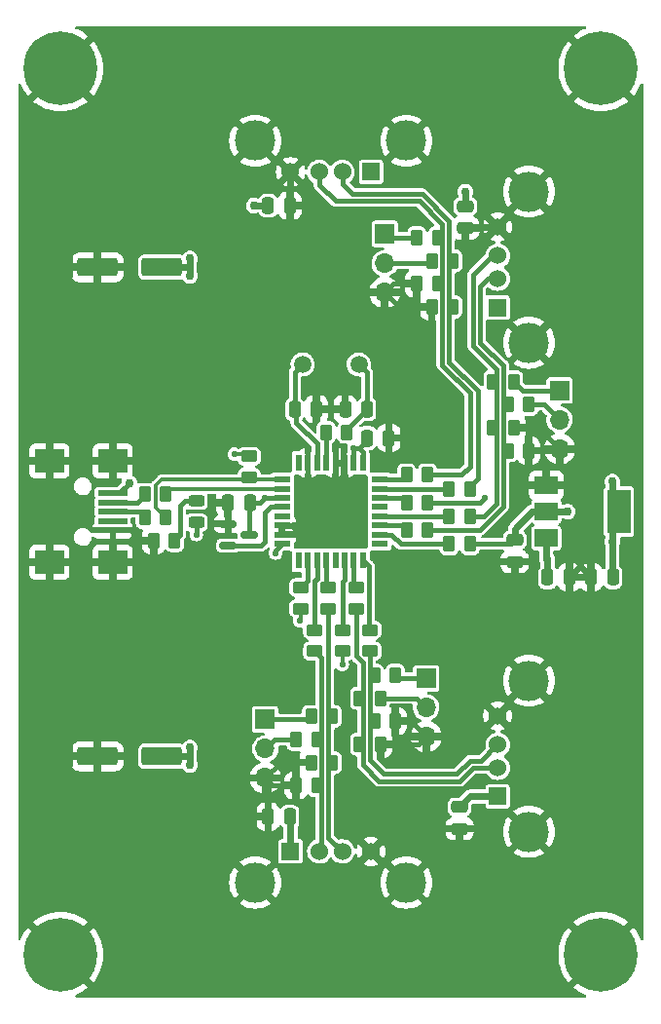
<source format=gtl>
%TF.GenerationSoftware,KiCad,Pcbnew,(6.0.5)*%
%TF.CreationDate,2024-04-12T21:31:27+02:00*%
%TF.ProjectId,TUSB2046-FS-HUB,54555342-3230-4343-962d-46532d485542,rev?*%
%TF.SameCoordinates,Original*%
%TF.FileFunction,Copper,L1,Top*%
%TF.FilePolarity,Positive*%
%FSLAX46Y46*%
G04 Gerber Fmt 4.6, Leading zero omitted, Abs format (unit mm)*
G04 Created by KiCad (PCBNEW (6.0.5)) date 2024-04-12 21:31:27*
%MOMM*%
%LPD*%
G01*
G04 APERTURE LIST*
G04 Aperture macros list*
%AMRoundRect*
0 Rectangle with rounded corners*
0 $1 Rounding radius*
0 $2 $3 $4 $5 $6 $7 $8 $9 X,Y pos of 4 corners*
0 Add a 4 corners polygon primitive as box body*
4,1,4,$2,$3,$4,$5,$6,$7,$8,$9,$2,$3,0*
0 Add four circle primitives for the rounded corners*
1,1,$1+$1,$2,$3*
1,1,$1+$1,$4,$5*
1,1,$1+$1,$6,$7*
1,1,$1+$1,$8,$9*
0 Add four rect primitives between the rounded corners*
20,1,$1+$1,$2,$3,$4,$5,0*
20,1,$1+$1,$4,$5,$6,$7,0*
20,1,$1+$1,$6,$7,$8,$9,0*
20,1,$1+$1,$8,$9,$2,$3,0*%
G04 Aperture macros list end*
%TA.AperFunction,ComponentPad*%
%ADD10R,1.524000X1.524000*%
%TD*%
%TA.AperFunction,ComponentPad*%
%ADD11C,1.524000*%
%TD*%
%TA.AperFunction,ComponentPad*%
%ADD12C,3.500000*%
%TD*%
%TA.AperFunction,SMDPad,CuDef*%
%ADD13RoundRect,0.250000X0.262500X0.450000X-0.262500X0.450000X-0.262500X-0.450000X0.262500X-0.450000X0*%
%TD*%
%TA.AperFunction,SMDPad,CuDef*%
%ADD14RoundRect,0.250000X-0.262500X-0.450000X0.262500X-0.450000X0.262500X0.450000X-0.262500X0.450000X0*%
%TD*%
%TA.AperFunction,SMDPad,CuDef*%
%ADD15RoundRect,0.250000X0.450000X-0.262500X0.450000X0.262500X-0.450000X0.262500X-0.450000X-0.262500X0*%
%TD*%
%TA.AperFunction,ComponentPad*%
%ADD16C,6.400000*%
%TD*%
%TA.AperFunction,SMDPad,CuDef*%
%ADD17RoundRect,0.150000X-0.587500X-0.150000X0.587500X-0.150000X0.587500X0.150000X-0.587500X0.150000X0*%
%TD*%
%TA.AperFunction,SMDPad,CuDef*%
%ADD18RoundRect,0.250000X-0.475000X0.250000X-0.475000X-0.250000X0.475000X-0.250000X0.475000X0.250000X0*%
%TD*%
%TA.AperFunction,SMDPad,CuDef*%
%ADD19RoundRect,0.250000X-0.250000X-0.475000X0.250000X-0.475000X0.250000X0.475000X-0.250000X0.475000X0*%
%TD*%
%TA.AperFunction,SMDPad,CuDef*%
%ADD20R,2.000000X1.500000*%
%TD*%
%TA.AperFunction,SMDPad,CuDef*%
%ADD21R,2.000000X3.800000*%
%TD*%
%TA.AperFunction,ComponentPad*%
%ADD22C,1.500000*%
%TD*%
%TA.AperFunction,SMDPad,CuDef*%
%ADD23RoundRect,0.250000X0.250000X0.475000X-0.250000X0.475000X-0.250000X-0.475000X0.250000X-0.475000X0*%
%TD*%
%TA.AperFunction,ComponentPad*%
%ADD24R,1.700000X1.700000*%
%TD*%
%TA.AperFunction,ComponentPad*%
%ADD25O,1.700000X1.700000*%
%TD*%
%TA.AperFunction,SMDPad,CuDef*%
%ADD26RoundRect,0.250000X1.500000X0.550000X-1.500000X0.550000X-1.500000X-0.550000X1.500000X-0.550000X0*%
%TD*%
%TA.AperFunction,SMDPad,CuDef*%
%ADD27RoundRect,0.250000X-0.450000X0.262500X-0.450000X-0.262500X0.450000X-0.262500X0.450000X0.262500X0*%
%TD*%
%TA.AperFunction,SMDPad,CuDef*%
%ADD28RoundRect,0.243750X-0.456250X0.243750X-0.456250X-0.243750X0.456250X-0.243750X0.456250X0.243750X0*%
%TD*%
%TA.AperFunction,SMDPad,CuDef*%
%ADD29R,1.475000X0.600000*%
%TD*%
%TA.AperFunction,SMDPad,CuDef*%
%ADD30R,0.600000X1.475000*%
%TD*%
%TA.AperFunction,SMDPad,CuDef*%
%ADD31R,2.500000X0.500000*%
%TD*%
%TA.AperFunction,SMDPad,CuDef*%
%ADD32R,2.500000X2.000000*%
%TD*%
%TA.AperFunction,ViaPad*%
%ADD33C,0.560000*%
%TD*%
%TA.AperFunction,ViaPad*%
%ADD34C,0.760000*%
%TD*%
%TA.AperFunction,Conductor*%
%ADD35C,0.400000*%
%TD*%
%TA.AperFunction,Conductor*%
%ADD36C,0.600000*%
%TD*%
%TA.AperFunction,Conductor*%
%ADD37C,0.300000*%
%TD*%
G04 APERTURE END LIST*
D10*
%TO.P,J5,1,VBUS*%
%TO.N,+5V*%
X149000000Y-122022500D03*
D11*
%TO.P,J5,2,D-*%
%TO.N,Net-(J5-Pad2)*%
X151500000Y-122022500D03*
%TO.P,J5,3,D+*%
%TO.N,Net-(J5-Pad3)*%
X153500000Y-122022500D03*
%TO.P,J5,4,GND*%
%TO.N,GND*%
X156000000Y-122022500D03*
D12*
%TO.P,J5,5,Shield*%
X159070000Y-124732500D03*
X145930000Y-124732500D03*
%TD*%
D13*
%TO.P,R27,1*%
%TO.N,GND*%
X168412500Y-85200000D03*
%TO.P,R27,2*%
%TO.N,Net-(J3-Pad3)*%
X166587500Y-85200000D03*
%TD*%
D14*
%TO.P,R8,1*%
%TO.N,/DP4_C*%
X159087500Y-89300000D03*
%TO.P,R8,2*%
%TO.N,Net-(J2-Pad3)*%
X160912500Y-89300000D03*
%TD*%
D15*
%TO.P,R12,1*%
%TO.N,/DP0_C*%
X145400000Y-89512500D03*
%TO.P,R12,2*%
%TO.N,+3V3*%
X145400000Y-87687500D03*
%TD*%
D16*
%TO.P,H1,1,1*%
%TO.N,GND*%
X176000000Y-54000000D03*
%TD*%
D17*
%TO.P,U2,1,GND*%
%TO.N,GND*%
X143562500Y-93550000D03*
%TO.P,U2,2,~{RESET}*%
%TO.N,Net-(IC1-Pad4)*%
X143562500Y-95450000D03*
%TO.P,U2,3,VCC*%
%TO.N,+3V3*%
X145437500Y-94500000D03*
%TD*%
D14*
%TO.P,R1,1*%
%TO.N,GND*%
X137087500Y-95000000D03*
%TO.P,R1,2*%
%TO.N,Net-(D1-Pad1)*%
X138912500Y-95000000D03*
%TD*%
D18*
%TO.P,C5,1*%
%TO.N,+3V3*%
X168500000Y-94950000D03*
%TO.P,C5,2*%
%TO.N,GND*%
X168500000Y-96850000D03*
%TD*%
D19*
%TO.P,C3,1*%
%TO.N,+5V*%
X171350000Y-98200000D03*
%TO.P,C3,2*%
%TO.N,GND*%
X173250000Y-98200000D03*
%TD*%
D16*
%TO.P,H4,1,1*%
%TO.N,GND*%
X129000000Y-54000000D03*
%TD*%
D20*
%TO.P,U1,1,GND*%
%TO.N,GND*%
X171250000Y-90200000D03*
%TO.P,U1,2,VO*%
%TO.N,+3V3*%
X171250000Y-92500000D03*
D21*
X177550000Y-92500000D03*
D20*
%TO.P,U1,3,VI*%
%TO.N,+5V*%
X171250000Y-94800000D03*
%TD*%
D16*
%TO.P,H3,1,1*%
%TO.N,GND*%
X129000000Y-131000000D03*
%TD*%
D18*
%TO.P,C11,1*%
%TO.N,+5V*%
X163700000Y-118150000D03*
%TO.P,C11,2*%
%TO.N,GND*%
X163700000Y-120050000D03*
%TD*%
D22*
%TO.P,Y1,1,1*%
%TO.N,/XTAL1*%
X150050000Y-79700000D03*
%TO.P,Y1,2,2*%
%TO.N,Net-(C13-Pad1)*%
X154930000Y-79700000D03*
%TD*%
D14*
%TO.P,R30,1*%
%TO.N,GND*%
X161287500Y-74700000D03*
%TO.P,R30,2*%
%TO.N,Net-(J2-Pad2)*%
X163112500Y-74700000D03*
%TD*%
D13*
%TO.P,R15,1*%
%TO.N,+3V3*%
X164612500Y-95300000D03*
%TO.P,R15,2*%
%TO.N,/OC_3*%
X162787500Y-95300000D03*
%TD*%
D10*
%TO.P,J4,1,VBUS*%
%TO.N,+5V*%
X167022500Y-117250000D03*
D11*
%TO.P,J4,2,D-*%
%TO.N,Net-(R5-Pad2)*%
X167022500Y-114750000D03*
%TO.P,J4,3,D+*%
%TO.N,Net-(J4-Pad3)*%
X167022500Y-112750000D03*
%TO.P,J4,4,GND*%
%TO.N,GND*%
X167022500Y-110250000D03*
D12*
%TO.P,J4,5,Shield*%
X169732500Y-107180000D03*
X169732500Y-120320000D03*
%TD*%
D16*
%TO.P,H2,1,1*%
%TO.N,GND*%
X176000000Y-131000000D03*
%TD*%
D23*
%TO.P,C13,1*%
%TO.N,Net-(C13-Pad1)*%
X155650000Y-83600000D03*
%TO.P,C13,2*%
%TO.N,GND*%
X153750000Y-83600000D03*
%TD*%
D14*
%TO.P,R11,1*%
%TO.N,/DM3_C*%
X159087500Y-94100000D03*
%TO.P,R11,2*%
%TO.N,Net-(J3-Pad2)*%
X160912500Y-94100000D03*
%TD*%
%TO.P,R33,1*%
%TO.N,GND*%
X149487500Y-116300000D03*
%TO.P,R33,2*%
%TO.N,Net-(J5-Pad2)*%
X151312500Y-116300000D03*
%TD*%
%TO.P,R3,1*%
%TO.N,Net-(J1-Pad2)*%
X136337500Y-91000000D03*
%TO.P,R3,2*%
%TO.N,/DM0_C*%
X138162500Y-91000000D03*
%TD*%
D13*
%TO.P,R18,1*%
%TO.N,Net-(J2-Pad3)*%
X161812500Y-68700000D03*
%TO.P,R18,2*%
%TO.N,Net-(J8-Pad1)*%
X159987500Y-68700000D03*
%TD*%
D14*
%TO.P,R2,1*%
%TO.N,Net-(J1-Pad3)*%
X136337500Y-93000000D03*
%TO.P,R2,2*%
%TO.N,/DP0_C*%
X138162500Y-93000000D03*
%TD*%
D13*
%TO.P,R32,1*%
%TO.N,GND*%
X156812500Y-112700000D03*
%TO.P,R32,2*%
%TO.N,Net-(R5-Pad2)*%
X154987500Y-112700000D03*
%TD*%
D24*
%TO.P,J6,1,Pin_1*%
%TO.N,Net-(J6-Pad1)*%
X160800000Y-106975000D03*
D25*
%TO.P,J6,2,Pin_2*%
%TO.N,Net-(J6-Pad2)*%
X160800000Y-109515000D03*
%TO.P,J6,3,Pin_3*%
%TO.N,GND*%
X160800000Y-112055000D03*
%TD*%
D10*
%TO.P,J2,1,VBUS*%
%TO.N,+5V*%
X156000000Y-62977500D03*
D11*
%TO.P,J2,2,D-*%
%TO.N,Net-(J2-Pad2)*%
X153500000Y-62977500D03*
%TO.P,J2,3,D+*%
%TO.N,Net-(J2-Pad3)*%
X151500000Y-62977500D03*
%TO.P,J2,4,GND*%
%TO.N,GND*%
X149000000Y-62977500D03*
D12*
%TO.P,J2,5,Shield*%
X145930000Y-60267500D03*
X159070000Y-60267500D03*
%TD*%
D14*
%TO.P,R10,1*%
%TO.N,/DP3_C*%
X162787500Y-92900000D03*
%TO.P,R10,2*%
%TO.N,Net-(J3-Pad3)*%
X164612500Y-92900000D03*
%TD*%
D24*
%TO.P,J7,1,Pin_1*%
%TO.N,Net-(J7-Pad1)*%
X146800000Y-110560000D03*
D25*
%TO.P,J7,2,Pin_2*%
%TO.N,Net-(J7-Pad2)*%
X146800000Y-113100000D03*
%TO.P,J7,3,Pin_3*%
%TO.N,GND*%
X146800000Y-115640000D03*
%TD*%
D26*
%TO.P,C2,1*%
%TO.N,+5V*%
X137800000Y-71250000D03*
%TO.P,C2,2*%
%TO.N,GND*%
X132200000Y-71250000D03*
%TD*%
D27*
%TO.P,R5,1*%
%TO.N,/DM2_C*%
X154700000Y-99087500D03*
%TO.P,R5,2*%
%TO.N,Net-(R5-Pad2)*%
X154700000Y-100912500D03*
%TD*%
D14*
%TO.P,R9,1*%
%TO.N,/DM4_C*%
X162787500Y-90500000D03*
%TO.P,R9,2*%
%TO.N,Net-(J2-Pad2)*%
X164612500Y-90500000D03*
%TD*%
D28*
%TO.P,D1,1,K*%
%TO.N,Net-(D1-Pad1)*%
X140800000Y-91562500D03*
%TO.P,D1,2,A*%
%TO.N,+3V3*%
X140800000Y-93437500D03*
%TD*%
D13*
%TO.P,R19,1*%
%TO.N,Net-(J2-Pad2)*%
X163112500Y-70700000D03*
%TO.P,R19,2*%
%TO.N,Net-(J8-Pad2)*%
X161287500Y-70700000D03*
%TD*%
D19*
%TO.P,C9,1*%
%TO.N,+5V*%
X147050000Y-65900000D03*
%TO.P,C9,2*%
%TO.N,GND*%
X148950000Y-65900000D03*
%TD*%
%TO.P,C7,1*%
%TO.N,+3V3*%
X155650000Y-86100000D03*
%TO.P,C7,2*%
%TO.N,GND*%
X157550000Y-86100000D03*
%TD*%
D27*
%TO.P,R6,1*%
%TO.N,/DP1_C*%
X152300000Y-99087500D03*
%TO.P,R6,2*%
%TO.N,Net-(J5-Pad3)*%
X152300000Y-100912500D03*
%TD*%
D23*
%TO.P,C4,1*%
%TO.N,+3V3*%
X177050000Y-98200000D03*
%TO.P,C4,2*%
%TO.N,GND*%
X175150000Y-98200000D03*
%TD*%
D19*
%TO.P,C12,1*%
%TO.N,/XTAL1*%
X149350000Y-83600000D03*
%TO.P,C12,2*%
%TO.N,GND*%
X151250000Y-83600000D03*
%TD*%
D13*
%TO.P,R16,1*%
%TO.N,+3V3*%
X160912500Y-91700000D03*
%TO.P,R16,2*%
%TO.N,/OC_4*%
X159087500Y-91700000D03*
%TD*%
%TO.P,R28,1*%
%TO.N,GND*%
X158112500Y-110700000D03*
%TO.P,R28,2*%
%TO.N,Net-(J4-Pad3)*%
X156287500Y-110700000D03*
%TD*%
D23*
%TO.P,C6,1*%
%TO.N,+3V3*%
X145450000Y-91750000D03*
%TO.P,C6,2*%
%TO.N,GND*%
X143550000Y-91750000D03*
%TD*%
%TO.P,C8,1*%
%TO.N,+5V*%
X148950000Y-119000000D03*
%TO.P,C8,2*%
%TO.N,GND*%
X147050000Y-119000000D03*
%TD*%
D29*
%TO.P,IC1,1,DP0*%
%TO.N,/DP0_C*%
X148262000Y-89700000D03*
%TO.P,IC1,2,DM0*%
%TO.N,/DM0_C*%
X148262000Y-90500000D03*
%TO.P,IC1,3,VCC_1*%
%TO.N,+3V3*%
X148262000Y-91300000D03*
%TO.P,IC1,4,~{RESET}*%
%TO.N,Net-(IC1-Pad4)*%
X148262000Y-92100000D03*
%TO.P,IC1,5,EECLK*%
%TO.N,unconnected-(IC1-Pad5)*%
X148262000Y-92900000D03*
%TO.P,IC1,6,EEDATA/GA_NGED*%
%TO.N,GND*%
X148262000Y-93700000D03*
%TO.P,IC1,7,GND_1*%
X148262000Y-94500000D03*
%TO.P,IC1,8,BUSPWR*%
%TO.N,+3V3*%
X148262000Y-95300000D03*
D30*
%TO.P,IC1,9,~{PWRON1}*%
%TO.N,unconnected-(IC1-Pad9)*%
X149700000Y-96738000D03*
%TO.P,IC1,10,~{OVRCUR1}*%
%TO.N,/OC_1*%
X150500000Y-96738000D03*
%TO.P,IC1,11,DM1*%
%TO.N,/DM1_C*%
X151300000Y-96738000D03*
%TO.P,IC1,12,DP1*%
%TO.N,/DP1_C*%
X152100000Y-96738000D03*
%TO.P,IC1,13,~{PWRON2}*%
%TO.N,unconnected-(IC1-Pad13)*%
X152900000Y-96738000D03*
%TO.P,IC1,14,~{OVRCUR2}*%
%TO.N,/OC_2*%
X153700000Y-96738000D03*
%TO.P,IC1,15,DM2*%
%TO.N,/DM2_C*%
X154500000Y-96738000D03*
%TO.P,IC1,16,DP2*%
%TO.N,/DP2_C*%
X155300000Y-96738000D03*
D29*
%TO.P,IC1,17,~{PWRON3}*%
%TO.N,unconnected-(IC1-Pad17)*%
X156738000Y-95300000D03*
%TO.P,IC1,18,~{OVRCUR3}*%
%TO.N,/OC_3*%
X156738000Y-94500000D03*
%TO.P,IC1,19,DM3*%
%TO.N,/DM3_C*%
X156738000Y-93700000D03*
%TO.P,IC1,20,DP3*%
%TO.N,/DP3_C*%
X156738000Y-92900000D03*
%TO.P,IC1,21,~{PWRON4}*%
%TO.N,unconnected-(IC1-Pad21)*%
X156738000Y-92100000D03*
%TO.P,IC1,22,~{OVRCUR4}*%
%TO.N,/OC_4*%
X156738000Y-91300000D03*
%TO.P,IC1,23,DM4*%
%TO.N,/DM4_C*%
X156738000Y-90500000D03*
%TO.P,IC1,24,DP4*%
%TO.N,/DP4_C*%
X156738000Y-89700000D03*
D30*
%TO.P,IC1,25,VCC_2*%
%TO.N,+3V3*%
X155300000Y-88262000D03*
%TO.P,IC1,26,~{EXTMEM}*%
X154500000Y-88262000D03*
%TO.P,IC1,27,TSTPLL/_48MCLK*%
%TO.N,GND*%
X153700000Y-88262000D03*
%TO.P,IC1,28,GND_2*%
X152900000Y-88262000D03*
%TO.P,IC1,29,XTAL2*%
%TO.N,/XTAL2*%
X152100000Y-88262000D03*
%TO.P,IC1,30,XTAL1*%
%TO.N,/XTAL1*%
X151300000Y-88262000D03*
%TO.P,IC1,31,TSTMODE*%
%TO.N,GND*%
X150500000Y-88262000D03*
%TO.P,IC1,32,SUSPND*%
%TO.N,unconnected-(IC1-Pad32)*%
X149700000Y-88262000D03*
%TD*%
D31*
%TO.P,J1,1,VBUS*%
%TO.N,+5V*%
X133525000Y-90900000D03*
%TO.P,J1,2,D-*%
%TO.N,Net-(J1-Pad2)*%
X133525000Y-91700000D03*
%TO.P,J1,3,D+*%
%TO.N,Net-(J1-Pad3)*%
X133525000Y-92500000D03*
%TO.P,J1,4,ID*%
%TO.N,unconnected-(J1-Pad4)*%
X133525000Y-93300000D03*
%TO.P,J1,5,GND*%
%TO.N,GND*%
X133525000Y-94100000D03*
D32*
%TO.P,J1,6,Shield*%
X128025000Y-88100000D03*
X128025000Y-96900000D03*
X133525000Y-88100000D03*
X133525000Y-96900000D03*
%TD*%
D13*
%TO.P,R31,1*%
%TO.N,GND*%
X169712500Y-87200000D03*
%TO.P,R31,2*%
%TO.N,Net-(J3-Pad2)*%
X167887500Y-87200000D03*
%TD*%
D10*
%TO.P,J3,1,VBUS*%
%TO.N,+5V*%
X167022500Y-74750000D03*
D11*
%TO.P,J3,2,D-*%
%TO.N,Net-(J3-Pad2)*%
X167022500Y-72250000D03*
%TO.P,J3,3,D+*%
%TO.N,Net-(J3-Pad3)*%
X167022500Y-70250000D03*
%TO.P,J3,4,GND*%
%TO.N,GND*%
X167022500Y-67750000D03*
D12*
%TO.P,J3,5,Shield*%
X169732500Y-77820000D03*
X169732500Y-64680000D03*
%TD*%
D24*
%TO.P,J9,1,Pin_1*%
%TO.N,Net-(J9-Pad1)*%
X172400000Y-81960000D03*
D25*
%TO.P,J9,2,Pin_2*%
%TO.N,Net-(J9-Pad2)*%
X172400000Y-84500000D03*
%TO.P,J9,3,Pin_3*%
%TO.N,GND*%
X172400000Y-87040000D03*
%TD*%
D14*
%TO.P,R25,1*%
%TO.N,Net-(J3-Pad2)*%
X167887500Y-83200000D03*
%TO.P,R25,2*%
%TO.N,Net-(J9-Pad2)*%
X169712500Y-83200000D03*
%TD*%
D27*
%TO.P,R7,1*%
%TO.N,/DM1_C*%
X151100000Y-102787500D03*
%TO.P,R7,2*%
%TO.N,Net-(J5-Pad2)*%
X151100000Y-104612500D03*
%TD*%
D15*
%TO.P,R14,1*%
%TO.N,+3V3*%
X153500000Y-104612500D03*
%TO.P,R14,2*%
%TO.N,/OC_2*%
X153500000Y-102787500D03*
%TD*%
D14*
%TO.P,R29,1*%
%TO.N,GND*%
X150787500Y-114300000D03*
%TO.P,R29,2*%
%TO.N,Net-(J5-Pad3)*%
X152612500Y-114300000D03*
%TD*%
%TO.P,R22,1*%
%TO.N,Net-(J7-Pad1)*%
X150787500Y-110300000D03*
%TO.P,R22,2*%
%TO.N,Net-(J5-Pad3)*%
X152612500Y-110300000D03*
%TD*%
%TO.P,R26,1*%
%TO.N,GND*%
X159987500Y-72700000D03*
%TO.P,R26,2*%
%TO.N,Net-(J2-Pad3)*%
X161812500Y-72700000D03*
%TD*%
D26*
%TO.P,C1,1*%
%TO.N,+5V*%
X137800000Y-113750000D03*
%TO.P,C1,2*%
%TO.N,GND*%
X132200000Y-113750000D03*
%TD*%
D18*
%TO.P,C10,1*%
%TO.N,+5V*%
X164200000Y-65950000D03*
%TO.P,C10,2*%
%TO.N,GND*%
X164200000Y-67850000D03*
%TD*%
D27*
%TO.P,R4,1*%
%TO.N,/DP2_C*%
X155900000Y-102787500D03*
%TO.P,R4,2*%
%TO.N,Net-(J4-Pad3)*%
X155900000Y-104612500D03*
%TD*%
D24*
%TO.P,J8,1,Pin_1*%
%TO.N,Net-(J8-Pad1)*%
X157200000Y-68360000D03*
D25*
%TO.P,J8,2,Pin_2*%
%TO.N,Net-(J8-Pad2)*%
X157200000Y-70900000D03*
%TO.P,J8,3,Pin_3*%
%TO.N,GND*%
X157200000Y-73440000D03*
%TD*%
D15*
%TO.P,R13,1*%
%TO.N,+3V3*%
X149900000Y-100912500D03*
%TO.P,R13,2*%
%TO.N,/OC_1*%
X149900000Y-99087500D03*
%TD*%
D14*
%TO.P,R24,1*%
%TO.N,Net-(J3-Pad3)*%
X166587500Y-81200000D03*
%TO.P,R24,2*%
%TO.N,Net-(J9-Pad1)*%
X168412500Y-81200000D03*
%TD*%
D13*
%TO.P,R17,1*%
%TO.N,Net-(C13-Pad1)*%
X153912500Y-85600000D03*
%TO.P,R17,2*%
%TO.N,/XTAL2*%
X152087500Y-85600000D03*
%TD*%
%TO.P,R21,1*%
%TO.N,Net-(J6-Pad2)*%
X156812500Y-108700000D03*
%TO.P,R21,2*%
%TO.N,Net-(R5-Pad2)*%
X154987500Y-108700000D03*
%TD*%
D14*
%TO.P,R23,1*%
%TO.N,Net-(J7-Pad2)*%
X149487500Y-112300000D03*
%TO.P,R23,2*%
%TO.N,Net-(J5-Pad2)*%
X151312500Y-112300000D03*
%TD*%
D13*
%TO.P,R20,1*%
%TO.N,Net-(J6-Pad1)*%
X158112500Y-106700000D03*
%TO.P,R20,2*%
%TO.N,Net-(J4-Pad3)*%
X156287500Y-106700000D03*
%TD*%
D33*
%TO.N,GND*%
X150500000Y-107500000D03*
X147750000Y-98250000D03*
X153500000Y-116000000D03*
X153500000Y-107750000D03*
X157000000Y-96750000D03*
X163000000Y-82750000D03*
D34*
X129750000Y-114500000D03*
X174200000Y-96800000D03*
D33*
X163800000Y-72700000D03*
D34*
X135500000Y-94500000D03*
D33*
X142300000Y-93600000D03*
X149500000Y-94100000D03*
D34*
X129750000Y-113000000D03*
X133500000Y-86250000D03*
X163700000Y-121300000D03*
D33*
X152500000Y-83600000D03*
D34*
X169500000Y-90200000D03*
X128000000Y-98750000D03*
X129750000Y-70500000D03*
X128000000Y-86250000D03*
X168500000Y-98200000D03*
D33*
X158600000Y-86100000D03*
X142500000Y-91750000D03*
X152900000Y-89600000D03*
X150500000Y-86900000D03*
D34*
X133500000Y-98750000D03*
X129750000Y-72000000D03*
D33*
X164800000Y-79800000D03*
D34*
%TO.N,+5V*%
X164200000Y-64700000D03*
X140250000Y-72000000D03*
X140250000Y-114500000D03*
X171300000Y-96600000D03*
X135000000Y-90000000D03*
X145800000Y-65900000D03*
X140250000Y-113000000D03*
X140250000Y-70500000D03*
D33*
%TO.N,+3V3*%
X146800000Y-91300000D03*
D34*
X177000000Y-95100000D03*
X173100000Y-92500000D03*
D33*
X153500000Y-105800000D03*
X165900000Y-91300000D03*
X144100000Y-87500000D03*
X149800000Y-102000000D03*
X140800000Y-94500000D03*
X147700000Y-96100000D03*
X154500000Y-87000000D03*
D34*
X177000000Y-89900000D03*
%TD*%
D35*
%TO.N,GND*%
X137087500Y-95000000D02*
X136000000Y-95000000D01*
X172240000Y-87200000D02*
X172400000Y-87040000D01*
D36*
X133525000Y-86275000D02*
X133500000Y-86250000D01*
D35*
X159987500Y-72700000D02*
X157940000Y-72700000D01*
X153700000Y-89200000D02*
X153300000Y-89600000D01*
X158112500Y-110700000D02*
X159445000Y-110700000D01*
D36*
X168500000Y-96850000D02*
X168500000Y-98200000D01*
D35*
X135100000Y-94100000D02*
X135500000Y-94500000D01*
D36*
X149000000Y-62977500D02*
X149000000Y-65850000D01*
X163700000Y-120050000D02*
X163700000Y-121300000D01*
X174200000Y-97250000D02*
X175150000Y-98200000D01*
D35*
X143550000Y-91750000D02*
X142500000Y-91750000D01*
D36*
X174200000Y-97250000D02*
X173250000Y-98200000D01*
D35*
X158600000Y-86100000D02*
X157550000Y-86100000D01*
X161287500Y-74700000D02*
X158460000Y-74700000D01*
X170560000Y-85200000D02*
X172400000Y-87040000D01*
X136000000Y-95000000D02*
X135500000Y-94500000D01*
D36*
X147050000Y-115890000D02*
X146800000Y-115640000D01*
D35*
X133525000Y-94100000D02*
X135100000Y-94100000D01*
D36*
X128025000Y-96900000D02*
X128025000Y-98725000D01*
X128025000Y-98725000D02*
X128000000Y-98750000D01*
D35*
X147460000Y-116300000D02*
X146800000Y-115640000D01*
D36*
X128025000Y-88100000D02*
X128025000Y-86275000D01*
X129750000Y-113000000D02*
X129750000Y-113750000D01*
D35*
X143562500Y-93550000D02*
X142350000Y-93550000D01*
D36*
X171250000Y-90200000D02*
X169500000Y-90200000D01*
X129750000Y-113750000D02*
X129750000Y-114500000D01*
D35*
X142350000Y-93550000D02*
X142300000Y-93600000D01*
X156812500Y-112700000D02*
X160155000Y-112700000D01*
D36*
X132200000Y-113750000D02*
X129750000Y-113750000D01*
D35*
X150787500Y-114300000D02*
X148140000Y-114300000D01*
D36*
X174200000Y-96800000D02*
X174200000Y-97250000D01*
D35*
X153300000Y-89600000D02*
X152900000Y-89600000D01*
X153700000Y-88262000D02*
X153700000Y-89200000D01*
X149100000Y-93700000D02*
X149500000Y-94100000D01*
X153750000Y-83600000D02*
X152500000Y-83600000D01*
X149100000Y-94500000D02*
X149500000Y-94100000D01*
D36*
X129750000Y-70500000D02*
X129750000Y-71250000D01*
D35*
X150500000Y-88262000D02*
X150500000Y-86900000D01*
D36*
X133525000Y-96900000D02*
X133525000Y-98725000D01*
D35*
X157940000Y-72700000D02*
X157200000Y-73440000D01*
D36*
X132200000Y-71250000D02*
X129750000Y-71250000D01*
X167022500Y-67750000D02*
X164300000Y-67750000D01*
D35*
X158460000Y-74700000D02*
X157200000Y-73440000D01*
D36*
X133525000Y-88100000D02*
X133525000Y-86275000D01*
X128025000Y-86275000D02*
X128000000Y-86250000D01*
D35*
X152900000Y-89600000D02*
X152900000Y-88262000D01*
X148262000Y-94500000D02*
X149100000Y-94500000D01*
D36*
X129750000Y-71250000D02*
X129750000Y-72000000D01*
X147050000Y-119000000D02*
X147050000Y-115890000D01*
D35*
X159445000Y-110700000D02*
X160800000Y-112055000D01*
X151250000Y-83600000D02*
X152500000Y-83600000D01*
X168412500Y-85200000D02*
X170560000Y-85200000D01*
X148140000Y-114300000D02*
X146800000Y-115640000D01*
D36*
X149000000Y-65850000D02*
X148950000Y-65900000D01*
X133525000Y-98725000D02*
X133500000Y-98750000D01*
D35*
X160155000Y-112700000D02*
X160800000Y-112055000D01*
D36*
X164300000Y-67750000D02*
X164200000Y-67850000D01*
D35*
X149487500Y-116300000D02*
X147460000Y-116300000D01*
X148262000Y-93700000D02*
X149100000Y-93700000D01*
X169712500Y-87200000D02*
X172240000Y-87200000D01*
D36*
%TO.N,+5V*%
X149000000Y-122022500D02*
X149000000Y-119050000D01*
X140250000Y-71250000D02*
X140250000Y-72000000D01*
X171250000Y-94800000D02*
X171250000Y-96550000D01*
X171350000Y-96650000D02*
X171300000Y-96600000D01*
X137800000Y-113750000D02*
X140250000Y-113750000D01*
X140250000Y-113750000D02*
X140250000Y-114500000D01*
X171250000Y-96550000D02*
X171300000Y-96600000D01*
X163700000Y-118150000D02*
X164600000Y-117250000D01*
X171350000Y-98200000D02*
X171350000Y-96650000D01*
X164600000Y-117250000D02*
X167022500Y-117250000D01*
X149000000Y-119050000D02*
X148950000Y-119000000D01*
X164200000Y-65950000D02*
X164200000Y-64700000D01*
X140250000Y-113000000D02*
X140250000Y-113750000D01*
X140250000Y-70500000D02*
X140250000Y-71250000D01*
D35*
X134100000Y-90900000D02*
X135000000Y-90000000D01*
D36*
X147050000Y-65900000D02*
X145800000Y-65900000D01*
X137800000Y-71250000D02*
X140250000Y-71250000D01*
D35*
X133525000Y-90900000D02*
X134100000Y-90900000D01*
D37*
%TO.N,+3V3*%
X153500000Y-104612500D02*
X153500000Y-105800000D01*
D35*
X165500000Y-91700000D02*
X165900000Y-91300000D01*
X154500000Y-88262000D02*
X154500000Y-87000000D01*
X154500000Y-87000000D02*
X155000000Y-87000000D01*
D37*
X149900000Y-100912500D02*
X149900000Y-101900000D01*
D35*
X148262000Y-91300000D02*
X146800000Y-91300000D01*
X155000000Y-87000000D02*
X155300000Y-87300000D01*
D36*
X177000000Y-95100000D02*
X177000000Y-93050000D01*
X171250000Y-92500000D02*
X173100000Y-92500000D01*
D35*
X145437500Y-91762500D02*
X145450000Y-91750000D01*
X146350000Y-91750000D02*
X146800000Y-91300000D01*
D36*
X177000000Y-95100000D02*
X177000000Y-98150000D01*
D35*
X155650000Y-86100000D02*
X155650000Y-86350000D01*
X145437500Y-94500000D02*
X145437500Y-91762500D01*
X147700000Y-95862000D02*
X148262000Y-95300000D01*
X145450000Y-91750000D02*
X146350000Y-91750000D01*
X155650000Y-86350000D02*
X155000000Y-87000000D01*
D36*
X170000000Y-92500000D02*
X168500000Y-94000000D01*
X171250000Y-92500000D02*
X170000000Y-92500000D01*
X177000000Y-91950000D02*
X177550000Y-92500000D01*
D35*
X160912500Y-91700000D02*
X165500000Y-91700000D01*
D37*
X144100000Y-87500000D02*
X145212500Y-87500000D01*
D36*
X168500000Y-94000000D02*
X168500000Y-94950000D01*
D35*
X140800000Y-93437500D02*
X140800000Y-94500000D01*
D37*
X145212500Y-87500000D02*
X145400000Y-87687500D01*
D35*
X168150000Y-95300000D02*
X168500000Y-94950000D01*
X155300000Y-87300000D02*
X155300000Y-88262000D01*
X164612500Y-95300000D02*
X168150000Y-95300000D01*
D36*
X177000000Y-98150000D02*
X177050000Y-98200000D01*
X177000000Y-93050000D02*
X177550000Y-92500000D01*
D35*
X147700000Y-96100000D02*
X147700000Y-95862000D01*
D37*
X149900000Y-101900000D02*
X149800000Y-102000000D01*
D36*
X177000000Y-89900000D02*
X177000000Y-91950000D01*
D35*
%TO.N,Net-(D1-Pad1)*%
X139400000Y-92000000D02*
X139400000Y-94512500D01*
X140800000Y-91562500D02*
X139837500Y-91562500D01*
X139400000Y-94512500D02*
X138912500Y-95000000D01*
X139837500Y-91562500D02*
X139400000Y-92000000D01*
%TO.N,Net-(J1-Pad3)*%
X135837500Y-92500000D02*
X136337500Y-93000000D01*
X133525000Y-92500000D02*
X135837500Y-92500000D01*
%TO.N,Net-(J1-Pad2)*%
X133525000Y-91700000D02*
X135637500Y-91700000D01*
X135637500Y-91700000D02*
X136337500Y-91000000D01*
%TO.N,Net-(J2-Pad3)*%
X152899520Y-65499520D02*
X151500000Y-64100000D01*
D37*
X161812500Y-72700000D02*
X162200000Y-72700000D01*
D35*
X162200000Y-68700000D02*
X162200000Y-67500000D01*
X164600000Y-82147850D02*
X162200000Y-79747850D01*
D37*
X161812500Y-68700000D02*
X162200000Y-68700000D01*
D35*
X160199520Y-65499520D02*
X152899520Y-65499520D01*
X162200000Y-67500000D02*
X160199520Y-65499520D01*
X163900000Y-89300000D02*
X164600000Y-88600000D01*
X160912500Y-89300000D02*
X163900000Y-89300000D01*
X162200000Y-72700000D02*
X162200000Y-68700000D01*
X151500000Y-64100000D02*
X151500000Y-62977500D01*
X164600000Y-88600000D02*
X164600000Y-82147850D01*
X162200000Y-79747850D02*
X162200000Y-72700000D01*
%TO.N,Net-(J2-Pad2)*%
X153500000Y-64000000D02*
X153500000Y-62977500D01*
X154400000Y-64900000D02*
X153500000Y-64000000D01*
D37*
X162800000Y-74700000D02*
X162799520Y-74699520D01*
X162800000Y-70700000D02*
X162799520Y-70699520D01*
X163112500Y-70700000D02*
X162800000Y-70700000D01*
D35*
X162799520Y-74699520D02*
X162799520Y-70699520D01*
X162799520Y-67251671D02*
X160447850Y-64900000D01*
X164612500Y-90500000D02*
X164612500Y-90287500D01*
X162799520Y-79499520D02*
X162799520Y-74699520D01*
X165300000Y-89600000D02*
X165300000Y-82000000D01*
X160447850Y-64900000D02*
X154400000Y-64900000D01*
X162799520Y-70699520D02*
X162799520Y-67251671D01*
X165300000Y-82000000D02*
X162799520Y-79499520D01*
X164612500Y-90287500D02*
X165300000Y-89600000D01*
D37*
X163112500Y-74700000D02*
X162800000Y-74700000D01*
%TO.N,Net-(J3-Pad3)*%
X166900000Y-85200000D02*
X166900480Y-85200480D01*
D35*
X164900480Y-71899520D02*
X164900480Y-78100480D01*
D37*
X166587500Y-85200000D02*
X166900000Y-85200000D01*
D35*
X165800000Y-92900000D02*
X164612500Y-92900000D01*
X166900480Y-85200480D02*
X166900480Y-91799520D01*
X166900480Y-81200480D02*
X166900480Y-85200480D01*
X166550000Y-70250000D02*
X164900480Y-71899520D01*
X166900480Y-80100480D02*
X166900480Y-81200480D01*
X167022500Y-70250000D02*
X166550000Y-70250000D01*
X164900480Y-78100480D02*
X166900480Y-80100480D01*
X166900480Y-91799520D02*
X165800000Y-92900000D01*
D37*
X166587500Y-81200000D02*
X166900000Y-81200000D01*
X166900000Y-81200000D02*
X166900480Y-81200480D01*
D35*
%TO.N,Net-(J3-Pad2)*%
X165500000Y-72900000D02*
X165500000Y-77800000D01*
X165447850Y-94100000D02*
X160912500Y-94100000D01*
D37*
X167887500Y-87200000D02*
X167500000Y-87200000D01*
D35*
X167500000Y-83200000D02*
X167500000Y-87200000D01*
D37*
X167887500Y-83200000D02*
X167500000Y-83200000D01*
D35*
X167500000Y-92047850D02*
X165447850Y-94100000D01*
X165500000Y-77800000D02*
X167500000Y-79800000D01*
X167022500Y-72250000D02*
X166150000Y-72250000D01*
X166150000Y-72250000D02*
X165500000Y-72900000D01*
X167500000Y-79800000D02*
X167500000Y-83200000D01*
X167500000Y-87200000D02*
X167500000Y-92047850D01*
%TO.N,Net-(J4-Pad3)*%
X163452150Y-115300000D02*
X164601671Y-114150480D01*
X155900000Y-104612500D02*
X155900000Y-114100000D01*
X164601671Y-114150480D02*
X165549520Y-114150480D01*
X155900000Y-114100000D02*
X157100000Y-115300000D01*
X166950000Y-112750000D02*
X167022500Y-112750000D01*
X165549520Y-114150480D02*
X166950000Y-112750000D01*
X157100000Y-115300000D02*
X163452150Y-115300000D01*
%TO.N,Net-(R5-Pad2)*%
X163700479Y-115899520D02*
X164850000Y-114750000D01*
X164850000Y-114750000D02*
X167022500Y-114750000D01*
X155300480Y-105644039D02*
X155300000Y-105644519D01*
X154700000Y-105043559D02*
X155300480Y-105644039D01*
X155300000Y-114500000D02*
X156699520Y-115899520D01*
X156699520Y-115899520D02*
X163700479Y-115899520D01*
X155300000Y-105644519D02*
X155300000Y-114500000D01*
X154700000Y-100912500D02*
X154700000Y-105043559D01*
%TO.N,Net-(J5-Pad3)*%
X152300000Y-110300000D02*
X152300000Y-114300000D01*
D37*
X152612500Y-110300000D02*
X152300000Y-110300000D01*
D35*
X152300000Y-114300000D02*
X152300000Y-120822500D01*
D37*
X152612500Y-114300000D02*
X152300000Y-114300000D01*
D35*
X152300000Y-120822500D02*
X153500000Y-122022500D01*
X152300000Y-100912500D02*
X152300000Y-110300000D01*
%TO.N,Net-(J5-Pad2)*%
X151100000Y-104612500D02*
X151700480Y-105212980D01*
X151700480Y-105212980D02*
X151700480Y-112299520D01*
X151700480Y-116299520D02*
X151700480Y-121822020D01*
X151700480Y-121822020D02*
X151500000Y-122022500D01*
D37*
X151700000Y-116300000D02*
X151700480Y-116299520D01*
D35*
X151700480Y-112299520D02*
X151700480Y-116299520D01*
D37*
X151700000Y-112300000D02*
X151700480Y-112299520D01*
X151312500Y-116300000D02*
X151700000Y-116300000D01*
X151312500Y-112300000D02*
X151700000Y-112300000D01*
D35*
%TO.N,/XTAL1*%
X149500000Y-83750000D02*
X149350000Y-83600000D01*
X151300000Y-88262000D02*
X151300000Y-86600000D01*
X149350000Y-83600000D02*
X149350000Y-80400000D01*
X149350000Y-80400000D02*
X150050000Y-79700000D01*
X149500000Y-84800000D02*
X149500000Y-83750000D01*
X151300000Y-86600000D02*
X149500000Y-84800000D01*
%TO.N,Net-(C13-Pad1)*%
X153912500Y-85337500D02*
X155650000Y-83600000D01*
X155650000Y-83600000D02*
X155650000Y-80420000D01*
X155650000Y-80420000D02*
X154930000Y-79700000D01*
X153912500Y-85600000D02*
X153912500Y-85337500D01*
D37*
%TO.N,/DP0_C*%
X137300480Y-90199520D02*
X137800000Y-89700000D01*
X138162500Y-93000000D02*
X137300480Y-92137980D01*
X137300480Y-92137980D02*
X137300480Y-90199520D01*
X145400000Y-89700000D02*
X148262000Y-89700000D01*
X145400000Y-89512500D02*
X145400000Y-89700000D01*
X137800000Y-89700000D02*
X145400000Y-89700000D01*
%TO.N,/DM0_C*%
X138662500Y-90500000D02*
X138162500Y-91000000D01*
X148262000Y-90500000D02*
X138662500Y-90500000D01*
D35*
%TO.N,Net-(IC1-Pad4)*%
X147300000Y-92100000D02*
X148262000Y-92100000D01*
X143562500Y-95450000D02*
X146450000Y-95450000D01*
X146800000Y-92600000D02*
X147300000Y-92100000D01*
X146450000Y-95450000D02*
X146800000Y-95100000D01*
X146800000Y-95100000D02*
X146800000Y-92600000D01*
%TO.N,/OC_1*%
X150500000Y-96738000D02*
X150500000Y-98487500D01*
X150500000Y-98487500D02*
X149900000Y-99087500D01*
%TO.N,/DM1_C*%
X151300000Y-98299520D02*
X151100000Y-98499520D01*
X151300000Y-96738000D02*
X151300000Y-98299520D01*
X151100000Y-98499520D02*
X151100000Y-102787500D01*
%TO.N,/DP1_C*%
X152100000Y-98887500D02*
X152300000Y-99087500D01*
X152100000Y-96738000D02*
X152100000Y-98887500D01*
%TO.N,/OC_2*%
X153500000Y-98599520D02*
X153500000Y-102787500D01*
X153700000Y-98399520D02*
X153500000Y-98599520D01*
X153700000Y-96738000D02*
X153700000Y-98399520D01*
%TO.N,/DM2_C*%
X154500000Y-96738000D02*
X154500000Y-98887500D01*
X154500000Y-98887500D02*
X154700000Y-99087500D01*
%TO.N,/DP2_C*%
X155300000Y-96738000D02*
X155799520Y-97237520D01*
X155799520Y-97237520D02*
X155799520Y-102687020D01*
X155799520Y-102687020D02*
X155900000Y-102787500D01*
%TO.N,/OC_3*%
X158574522Y-95300000D02*
X162787500Y-95300000D01*
X157774522Y-94500000D02*
X158574522Y-95300000D01*
X156738000Y-94500000D02*
X157774522Y-94500000D01*
%TO.N,/DM3_C*%
X158687500Y-93700000D02*
X159087500Y-94100000D01*
X156738000Y-93700000D02*
X158687500Y-93700000D01*
%TO.N,/DP3_C*%
X156738000Y-92900000D02*
X162787500Y-92900000D01*
%TO.N,/OC_4*%
X158687500Y-91300000D02*
X159087500Y-91700000D01*
X156738000Y-91300000D02*
X158687500Y-91300000D01*
%TO.N,/DM4_C*%
X156738000Y-90500000D02*
X162787500Y-90500000D01*
%TO.N,/DP4_C*%
X156738000Y-89700000D02*
X158687500Y-89700000D01*
X158687500Y-89700000D02*
X159087500Y-89300000D01*
%TO.N,/XTAL2*%
X152100000Y-88262000D02*
X152100000Y-85612500D01*
X152100000Y-85612500D02*
X152087500Y-85600000D01*
%TO.N,Net-(J6-Pad1)*%
X160800000Y-106975000D02*
X158387500Y-106975000D01*
X158387500Y-106975000D02*
X158112500Y-106700000D01*
%TO.N,Net-(J6-Pad2)*%
X156812500Y-108700000D02*
X159985000Y-108700000D01*
X159985000Y-108700000D02*
X160800000Y-109515000D01*
%TO.N,Net-(J7-Pad1)*%
X150527500Y-110560000D02*
X146800000Y-110560000D01*
X150787500Y-110300000D02*
X150527500Y-110560000D01*
%TO.N,Net-(J7-Pad2)*%
X147600000Y-112300000D02*
X146800000Y-113100000D01*
X149487500Y-112300000D02*
X147600000Y-112300000D01*
%TO.N,Net-(J8-Pad1)*%
X159987500Y-68700000D02*
X157540000Y-68700000D01*
X157540000Y-68700000D02*
X157200000Y-68360000D01*
%TO.N,Net-(J8-Pad2)*%
X161087500Y-70900000D02*
X157200000Y-70900000D01*
X161287500Y-70700000D02*
X161087500Y-70900000D01*
%TO.N,Net-(J9-Pad1)*%
X169172500Y-81960000D02*
X172400000Y-81960000D01*
X168412500Y-81200000D02*
X169172500Y-81960000D01*
%TO.N,Net-(J9-Pad2)*%
X171100000Y-83200000D02*
X172400000Y-84500000D01*
X169712500Y-83200000D02*
X171100000Y-83200000D01*
%TD*%
%TA.AperFunction,Conductor*%
%TO.N,GND*%
G36*
X174678905Y-50320502D02*
G01*
X174725398Y-50374158D01*
X174735502Y-50444432D01*
X174706008Y-50509012D01*
X174655938Y-50544131D01*
X174492836Y-50606740D01*
X174486811Y-50609422D01*
X174146397Y-50782872D01*
X174140687Y-50786169D01*
X173820276Y-50994246D01*
X173814925Y-50998134D01*
X173631650Y-51146548D01*
X173623182Y-51158806D01*
X173629515Y-51169896D01*
X178829238Y-56369619D01*
X178842314Y-56376759D01*
X178852683Y-56369300D01*
X179001866Y-56185075D01*
X179005754Y-56179724D01*
X179213831Y-55859313D01*
X179217128Y-55853603D01*
X179390578Y-55513189D01*
X179393260Y-55507164D01*
X179455869Y-55344062D01*
X179498955Y-55287634D01*
X179565708Y-55263457D01*
X179634935Y-55279208D01*
X179684657Y-55329886D01*
X179699500Y-55389216D01*
X179699500Y-129610784D01*
X179679498Y-129678905D01*
X179625842Y-129725398D01*
X179555568Y-129735502D01*
X179490988Y-129706008D01*
X179455869Y-129655938D01*
X179393260Y-129492836D01*
X179390578Y-129486811D01*
X179217128Y-129146397D01*
X179213831Y-129140687D01*
X179005754Y-128820276D01*
X179001866Y-128814925D01*
X178853452Y-128631650D01*
X178841194Y-128623182D01*
X178830104Y-128629515D01*
X173630381Y-133829238D01*
X173623241Y-133842314D01*
X173630700Y-133852683D01*
X173814930Y-134001870D01*
X173820273Y-134005752D01*
X174140685Y-134213830D01*
X174146394Y-134217127D01*
X174486811Y-134390578D01*
X174492836Y-134393260D01*
X174655938Y-134455869D01*
X174712366Y-134498955D01*
X174736543Y-134565708D01*
X174720792Y-134634935D01*
X174670114Y-134684657D01*
X174610784Y-134699500D01*
X130389216Y-134699500D01*
X130321095Y-134679498D01*
X130274602Y-134625842D01*
X130264498Y-134555568D01*
X130293992Y-134490988D01*
X130344062Y-134455869D01*
X130507164Y-134393260D01*
X130513189Y-134390578D01*
X130853606Y-134217127D01*
X130859315Y-134213830D01*
X131179727Y-134005752D01*
X131185070Y-134001870D01*
X131368350Y-133853452D01*
X131376818Y-133841194D01*
X131370485Y-133830104D01*
X128541513Y-131001132D01*
X129464817Y-131001132D01*
X129464948Y-131002965D01*
X129469199Y-131009580D01*
X131829238Y-133369619D01*
X131842314Y-133376759D01*
X131852683Y-133369300D01*
X132001866Y-133185075D01*
X132005754Y-133179724D01*
X132213831Y-132859313D01*
X132217128Y-132853603D01*
X132390578Y-132513189D01*
X132393260Y-132507164D01*
X132530171Y-132150498D01*
X132532212Y-132144216D01*
X132631094Y-131775184D01*
X132632465Y-131768734D01*
X132692234Y-131391371D01*
X132692920Y-131384833D01*
X132712916Y-131003301D01*
X172287084Y-131003301D01*
X172307080Y-131384833D01*
X172307766Y-131391371D01*
X172367535Y-131768734D01*
X172368906Y-131775184D01*
X172467788Y-132144216D01*
X172469829Y-132150498D01*
X172606740Y-132507164D01*
X172609422Y-132513189D01*
X172782872Y-132853603D01*
X172786169Y-132859313D01*
X172994246Y-133179724D01*
X172998134Y-133185075D01*
X173146548Y-133368350D01*
X173158806Y-133376818D01*
X173169896Y-133370485D01*
X175527569Y-131012812D01*
X175535183Y-130998868D01*
X175535052Y-130997035D01*
X175530801Y-130990420D01*
X173170762Y-128630381D01*
X173157686Y-128623241D01*
X173147317Y-128630700D01*
X172998134Y-128814925D01*
X172994246Y-128820276D01*
X172786169Y-129140687D01*
X172782872Y-129146397D01*
X172609422Y-129486811D01*
X172606740Y-129492836D01*
X172469829Y-129849502D01*
X172467788Y-129855784D01*
X172368906Y-130224816D01*
X172367535Y-130231266D01*
X172307766Y-130608629D01*
X172307080Y-130615167D01*
X172287084Y-130996699D01*
X172287084Y-131003301D01*
X132712916Y-131003301D01*
X132712916Y-130996699D01*
X132692920Y-130615167D01*
X132692234Y-130608629D01*
X132632465Y-130231266D01*
X132631094Y-130224816D01*
X132532212Y-129855784D01*
X132530171Y-129849502D01*
X132393260Y-129492836D01*
X132390578Y-129486811D01*
X132217128Y-129146397D01*
X132213831Y-129140687D01*
X132005754Y-128820276D01*
X132001866Y-128814925D01*
X131853452Y-128631650D01*
X131841194Y-128623182D01*
X131830104Y-128629515D01*
X129472431Y-130987188D01*
X129464817Y-131001132D01*
X128541513Y-131001132D01*
X126170762Y-128630381D01*
X126157686Y-128623241D01*
X126147317Y-128630700D01*
X125998134Y-128814925D01*
X125994246Y-128820276D01*
X125786169Y-129140687D01*
X125782872Y-129146397D01*
X125609422Y-129486811D01*
X125606740Y-129492836D01*
X125544131Y-129655938D01*
X125501045Y-129712366D01*
X125434292Y-129736543D01*
X125365065Y-129720792D01*
X125315343Y-129670114D01*
X125300500Y-129610784D01*
X125300500Y-128158806D01*
X126623182Y-128158806D01*
X126629515Y-128169896D01*
X128987188Y-130527569D01*
X129001132Y-130535183D01*
X129002965Y-130535052D01*
X129009580Y-130530801D01*
X131369619Y-128170762D01*
X131376147Y-128158806D01*
X173623182Y-128158806D01*
X173629515Y-128169896D01*
X175987188Y-130527569D01*
X176001132Y-130535183D01*
X176002965Y-130535052D01*
X176009580Y-130530801D01*
X178369619Y-128170762D01*
X178376759Y-128157686D01*
X178369300Y-128147317D01*
X178185070Y-127998130D01*
X178179727Y-127994248D01*
X177859315Y-127786170D01*
X177853606Y-127782873D01*
X177513189Y-127609422D01*
X177507164Y-127606740D01*
X177150498Y-127469829D01*
X177144216Y-127467788D01*
X176775184Y-127368906D01*
X176768734Y-127367535D01*
X176391371Y-127307766D01*
X176384833Y-127307080D01*
X176003301Y-127287084D01*
X175996699Y-127287084D01*
X175615167Y-127307080D01*
X175608629Y-127307766D01*
X175231266Y-127367535D01*
X175224816Y-127368906D01*
X174855784Y-127467788D01*
X174849502Y-127469829D01*
X174492836Y-127606740D01*
X174486811Y-127609422D01*
X174146397Y-127782872D01*
X174140687Y-127786169D01*
X173820276Y-127994246D01*
X173814925Y-127998134D01*
X173631650Y-128146548D01*
X173623182Y-128158806D01*
X131376147Y-128158806D01*
X131376759Y-128157686D01*
X131369300Y-128147317D01*
X131185070Y-127998130D01*
X131179727Y-127994248D01*
X130859315Y-127786170D01*
X130853606Y-127782873D01*
X130513189Y-127609422D01*
X130507164Y-127606740D01*
X130150498Y-127469829D01*
X130144216Y-127467788D01*
X129775184Y-127368906D01*
X129768734Y-127367535D01*
X129391371Y-127307766D01*
X129384833Y-127307080D01*
X129003301Y-127287084D01*
X128996699Y-127287084D01*
X128615167Y-127307080D01*
X128608629Y-127307766D01*
X128231266Y-127367535D01*
X128224816Y-127368906D01*
X127855784Y-127467788D01*
X127849502Y-127469829D01*
X127492836Y-127606740D01*
X127486811Y-127609422D01*
X127146397Y-127782872D01*
X127140687Y-127786169D01*
X126820276Y-127994246D01*
X126814925Y-127998134D01*
X126631650Y-128146548D01*
X126623182Y-128158806D01*
X125300500Y-128158806D01*
X125300500Y-126543059D01*
X144584210Y-126543059D01*
X144594092Y-126555548D01*
X144795144Y-126689887D01*
X144802281Y-126694008D01*
X145060349Y-126821272D01*
X145067953Y-126824422D01*
X145340420Y-126916912D01*
X145348383Y-126919046D01*
X145630600Y-126975183D01*
X145638751Y-126976256D01*
X145925881Y-126995075D01*
X145934119Y-126995075D01*
X146221249Y-126976256D01*
X146229400Y-126975183D01*
X146511617Y-126919046D01*
X146519580Y-126916912D01*
X146792047Y-126824422D01*
X146799651Y-126821272D01*
X147057719Y-126694008D01*
X147064856Y-126689887D01*
X147267343Y-126554590D01*
X147275631Y-126544672D01*
X147274805Y-126543059D01*
X157724210Y-126543059D01*
X157734092Y-126555548D01*
X157935144Y-126689887D01*
X157942281Y-126694008D01*
X158200349Y-126821272D01*
X158207953Y-126824422D01*
X158480420Y-126916912D01*
X158488383Y-126919046D01*
X158770600Y-126975183D01*
X158778751Y-126976256D01*
X159065881Y-126995075D01*
X159074119Y-126995075D01*
X159361249Y-126976256D01*
X159369400Y-126975183D01*
X159651617Y-126919046D01*
X159659580Y-126916912D01*
X159932047Y-126824422D01*
X159939651Y-126821272D01*
X160197719Y-126694008D01*
X160204856Y-126689887D01*
X160407343Y-126554590D01*
X160415631Y-126544672D01*
X160408374Y-126530493D01*
X159082812Y-125204931D01*
X159068868Y-125197317D01*
X159067035Y-125197448D01*
X159060420Y-125201699D01*
X157730406Y-126531713D01*
X157724210Y-126543059D01*
X147274805Y-126543059D01*
X147268374Y-126530493D01*
X145942812Y-125204931D01*
X145928868Y-125197317D01*
X145927035Y-125197448D01*
X145920420Y-125201699D01*
X144590406Y-126531713D01*
X144584210Y-126543059D01*
X125300500Y-126543059D01*
X125300500Y-124736619D01*
X143667425Y-124736619D01*
X143686244Y-125023749D01*
X143687317Y-125031900D01*
X143743454Y-125314117D01*
X143745588Y-125322080D01*
X143838078Y-125594547D01*
X143841228Y-125602151D01*
X143968492Y-125860218D01*
X143972613Y-125867355D01*
X144107910Y-126069843D01*
X144117828Y-126078131D01*
X144132007Y-126070874D01*
X145457569Y-124745312D01*
X145463947Y-124733632D01*
X146394817Y-124733632D01*
X146394948Y-124735465D01*
X146399199Y-124742080D01*
X147729213Y-126072094D01*
X147740559Y-126078290D01*
X147753048Y-126068408D01*
X147887387Y-125867355D01*
X147891508Y-125860218D01*
X148018772Y-125602151D01*
X148021922Y-125594547D01*
X148114412Y-125322080D01*
X148116546Y-125314117D01*
X148172683Y-125031900D01*
X148173756Y-125023749D01*
X148192575Y-124736619D01*
X156807425Y-124736619D01*
X156826244Y-125023749D01*
X156827317Y-125031900D01*
X156883454Y-125314117D01*
X156885588Y-125322080D01*
X156978078Y-125594547D01*
X156981228Y-125602151D01*
X157108492Y-125860218D01*
X157112613Y-125867355D01*
X157247910Y-126069843D01*
X157257828Y-126078131D01*
X157272007Y-126070874D01*
X158597569Y-124745312D01*
X158603947Y-124733632D01*
X159534817Y-124733632D01*
X159534948Y-124735465D01*
X159539199Y-124742080D01*
X160869213Y-126072094D01*
X160880559Y-126078290D01*
X160893048Y-126068408D01*
X161027387Y-125867355D01*
X161031508Y-125860218D01*
X161158772Y-125602151D01*
X161161922Y-125594547D01*
X161254412Y-125322080D01*
X161256546Y-125314117D01*
X161312683Y-125031900D01*
X161313756Y-125023749D01*
X161332575Y-124736619D01*
X161332575Y-124728381D01*
X161313756Y-124441251D01*
X161312683Y-124433100D01*
X161256546Y-124150883D01*
X161254412Y-124142920D01*
X161161922Y-123870453D01*
X161158772Y-123862849D01*
X161031508Y-123604782D01*
X161027387Y-123597645D01*
X160892090Y-123395157D01*
X160882172Y-123386869D01*
X160867993Y-123394126D01*
X159542431Y-124719688D01*
X159534817Y-124733632D01*
X158603947Y-124733632D01*
X158605183Y-124731368D01*
X158605052Y-124729535D01*
X158600801Y-124722920D01*
X157270787Y-123392906D01*
X157259441Y-123386710D01*
X157246952Y-123396592D01*
X157112613Y-123597645D01*
X157108492Y-123604782D01*
X156981228Y-123862849D01*
X156978078Y-123870453D01*
X156885588Y-124142920D01*
X156883454Y-124150883D01*
X156827317Y-124433100D01*
X156826244Y-124441251D01*
X156807425Y-124728381D01*
X156807425Y-124736619D01*
X148192575Y-124736619D01*
X148192575Y-124728381D01*
X148173756Y-124441251D01*
X148172683Y-124433100D01*
X148116546Y-124150883D01*
X148114412Y-124142920D01*
X148021922Y-123870453D01*
X148018772Y-123862849D01*
X147891508Y-123604782D01*
X147887387Y-123597645D01*
X147752090Y-123395157D01*
X147742172Y-123386869D01*
X147727993Y-123394126D01*
X146402431Y-124719688D01*
X146394817Y-124733632D01*
X145463947Y-124733632D01*
X145465183Y-124731368D01*
X145465052Y-124729535D01*
X145460801Y-124722920D01*
X144130787Y-123392906D01*
X144119441Y-123386710D01*
X144106952Y-123396592D01*
X143972613Y-123597645D01*
X143968492Y-123604782D01*
X143841228Y-123862849D01*
X143838078Y-123870453D01*
X143745588Y-124142920D01*
X143743454Y-124150883D01*
X143687317Y-124433100D01*
X143686244Y-124441251D01*
X143667425Y-124728381D01*
X143667425Y-124736619D01*
X125300500Y-124736619D01*
X125300500Y-122920328D01*
X144584369Y-122920328D01*
X144591626Y-122934507D01*
X145917188Y-124260069D01*
X145931132Y-124267683D01*
X145932965Y-124267552D01*
X145939580Y-124263301D01*
X147080251Y-123122630D01*
X155364833Y-123122630D01*
X155370856Y-123130415D01*
X155558993Y-123218145D01*
X155569285Y-123221891D01*
X155773309Y-123276559D01*
X155784104Y-123278462D01*
X155994525Y-123296872D01*
X156005475Y-123296872D01*
X156215896Y-123278462D01*
X156226691Y-123276559D01*
X156430715Y-123221891D01*
X156441007Y-123218145D01*
X156629903Y-123130061D01*
X156635083Y-123123580D01*
X156628016Y-123110136D01*
X156438208Y-122920328D01*
X157724369Y-122920328D01*
X157731626Y-122934507D01*
X159057188Y-124260069D01*
X159071132Y-124267683D01*
X159072965Y-124267552D01*
X159079580Y-124263301D01*
X160409594Y-122933287D01*
X160415790Y-122921941D01*
X160405908Y-122909452D01*
X160204856Y-122775113D01*
X160197719Y-122770992D01*
X159939651Y-122643728D01*
X159932047Y-122640578D01*
X159659580Y-122548088D01*
X159651617Y-122545954D01*
X159369400Y-122489817D01*
X159361249Y-122488744D01*
X159074119Y-122469925D01*
X159065881Y-122469925D01*
X158778751Y-122488744D01*
X158770600Y-122489817D01*
X158488383Y-122545954D01*
X158480420Y-122548088D01*
X158207953Y-122640578D01*
X158200349Y-122643728D01*
X157942282Y-122770992D01*
X157935145Y-122775113D01*
X157732657Y-122910410D01*
X157724369Y-122920328D01*
X156438208Y-122920328D01*
X156012811Y-122494930D01*
X155998868Y-122487317D01*
X155997034Y-122487448D01*
X155990420Y-122491699D01*
X155371261Y-123110859D01*
X155364833Y-123122630D01*
X147080251Y-123122630D01*
X147269594Y-122933287D01*
X147275790Y-122921941D01*
X147265908Y-122909452D01*
X147064856Y-122775113D01*
X147057719Y-122770992D01*
X146799651Y-122643728D01*
X146792047Y-122640578D01*
X146519580Y-122548088D01*
X146511617Y-122545954D01*
X146229400Y-122489817D01*
X146221249Y-122488744D01*
X145934119Y-122469925D01*
X145925881Y-122469925D01*
X145638751Y-122488744D01*
X145630600Y-122489817D01*
X145348383Y-122545954D01*
X145340420Y-122548088D01*
X145067953Y-122640578D01*
X145060349Y-122643728D01*
X144802282Y-122770992D01*
X144795145Y-122775113D01*
X144592657Y-122910410D01*
X144584369Y-122920328D01*
X125300500Y-122920328D01*
X125300500Y-119522095D01*
X146042001Y-119522095D01*
X146042338Y-119528614D01*
X146052257Y-119624206D01*
X146055149Y-119637600D01*
X146106588Y-119791784D01*
X146112761Y-119804962D01*
X146198063Y-119942807D01*
X146207099Y-119954208D01*
X146321829Y-120068739D01*
X146333240Y-120077751D01*
X146471243Y-120162816D01*
X146484424Y-120168963D01*
X146638717Y-120220140D01*
X146652078Y-120223005D01*
X146706977Y-120228629D01*
X146721676Y-120225901D01*
X146725000Y-120213666D01*
X146725000Y-120212328D01*
X147375000Y-120212328D01*
X147379204Y-120226645D01*
X147391761Y-120228704D01*
X147449205Y-120222744D01*
X147462602Y-120219851D01*
X147616784Y-120168412D01*
X147629962Y-120162239D01*
X147767807Y-120076937D01*
X147779208Y-120067901D01*
X147893739Y-119953171D01*
X147902751Y-119941760D01*
X147987816Y-119803757D01*
X147993964Y-119790574D01*
X147996011Y-119784402D01*
X148036441Y-119726042D01*
X148102006Y-119698805D01*
X148171887Y-119711338D01*
X148215966Y-119747889D01*
X148301881Y-119861077D01*
X148301887Y-119861083D01*
X148307078Y-119867922D01*
X148313921Y-119873116D01*
X148349680Y-119900259D01*
X148391847Y-119957377D01*
X148399500Y-120000621D01*
X148399500Y-120834000D01*
X148379498Y-120902121D01*
X148325842Y-120948614D01*
X148273500Y-120960000D01*
X148193354Y-120960000D01*
X148189650Y-120960441D01*
X148189647Y-120960441D01*
X148182254Y-120961321D01*
X148167154Y-120963118D01*
X148158514Y-120966956D01*
X148158513Y-120966956D01*
X148076117Y-121003555D01*
X148064847Y-121008561D01*
X148056628Y-121016794D01*
X148056627Y-121016795D01*
X148028620Y-121044851D01*
X147985759Y-121087787D01*
X147981056Y-121098424D01*
X147981055Y-121098426D01*
X147962096Y-121141310D01*
X147940494Y-121190173D01*
X147937500Y-121215854D01*
X147937500Y-122829146D01*
X147940618Y-122855346D01*
X147986061Y-122957653D01*
X148065287Y-123036741D01*
X148075924Y-123041444D01*
X148075926Y-123041445D01*
X148129738Y-123065235D01*
X148167673Y-123082006D01*
X148193354Y-123085000D01*
X149806646Y-123085000D01*
X149810350Y-123084559D01*
X149810353Y-123084559D01*
X149817746Y-123083679D01*
X149832846Y-123081882D01*
X149874611Y-123063331D01*
X149924518Y-123041163D01*
X149935153Y-123036439D01*
X150014241Y-122957213D01*
X150024280Y-122934507D01*
X150055675Y-122863492D01*
X150059506Y-122854827D01*
X150062500Y-122829146D01*
X150062500Y-121215854D01*
X150059382Y-121189654D01*
X150037909Y-121141310D01*
X150018663Y-121097982D01*
X150013939Y-121087347D01*
X149934713Y-121008259D01*
X149924076Y-121003556D01*
X149924074Y-121003555D01*
X149855437Y-120973211D01*
X149832327Y-120962994D01*
X149806646Y-120960000D01*
X149726500Y-120960000D01*
X149658379Y-120939998D01*
X149611886Y-120886342D01*
X149600500Y-120834000D01*
X149600500Y-119900342D01*
X149620502Y-119832221D01*
X149626130Y-119824172D01*
X149684113Y-119747783D01*
X149727817Y-119637398D01*
X149736655Y-119615077D01*
X149736656Y-119615075D01*
X149739636Y-119607547D01*
X149750500Y-119517772D01*
X149750500Y-118482228D01*
X149739636Y-118392453D01*
X149684113Y-118252217D01*
X149592922Y-118132078D01*
X149472783Y-118040887D01*
X149409168Y-118015700D01*
X149340077Y-117988345D01*
X149340075Y-117988344D01*
X149332547Y-117985364D01*
X149242772Y-117974500D01*
X148657228Y-117974500D01*
X148567453Y-117985364D01*
X148559925Y-117988344D01*
X148559923Y-117988345D01*
X148490832Y-118015700D01*
X148427217Y-118040887D01*
X148307078Y-118132078D01*
X148215887Y-118252217D01*
X148213236Y-118250205D01*
X148172112Y-118288630D01*
X148102267Y-118301361D01*
X148036626Y-118274309D01*
X147995987Y-118215933D01*
X147993414Y-118208220D01*
X147987239Y-118195038D01*
X147901937Y-118057193D01*
X147892901Y-118045792D01*
X147778171Y-117931261D01*
X147766760Y-117922249D01*
X147628757Y-117837184D01*
X147615576Y-117831037D01*
X147461283Y-117779860D01*
X147447922Y-117776995D01*
X147393023Y-117771371D01*
X147378324Y-117774099D01*
X147375000Y-117786334D01*
X147375000Y-120212328D01*
X146725000Y-120212328D01*
X146725000Y-119343115D01*
X146720525Y-119327876D01*
X146719135Y-119326671D01*
X146711452Y-119325000D01*
X146060116Y-119325000D01*
X146044877Y-119329475D01*
X146043672Y-119330865D01*
X146042001Y-119338548D01*
X146042001Y-119522095D01*
X125300500Y-119522095D01*
X125300500Y-118656885D01*
X146042000Y-118656885D01*
X146046475Y-118672124D01*
X146047865Y-118673329D01*
X146055548Y-118675000D01*
X146706885Y-118675000D01*
X146722124Y-118670525D01*
X146723329Y-118669135D01*
X146725000Y-118661452D01*
X146725000Y-117787672D01*
X146720796Y-117773355D01*
X146708239Y-117771296D01*
X146650795Y-117777256D01*
X146637398Y-117780149D01*
X146483216Y-117831588D01*
X146470038Y-117837761D01*
X146332193Y-117923063D01*
X146320792Y-117932099D01*
X146206261Y-118046829D01*
X146197249Y-118058240D01*
X146112184Y-118196243D01*
X146106037Y-118209424D01*
X146054862Y-118363710D01*
X146051995Y-118377084D01*
X146042328Y-118471438D01*
X146042000Y-118477855D01*
X146042000Y-118656885D01*
X125300500Y-118656885D01*
X125300500Y-115978966D01*
X145484258Y-115978966D01*
X145498565Y-116042446D01*
X145501645Y-116052275D01*
X145581770Y-116249603D01*
X145586413Y-116258794D01*
X145697694Y-116440388D01*
X145703777Y-116448699D01*
X145843213Y-116609667D01*
X145850580Y-116616883D01*
X146014434Y-116752916D01*
X146022881Y-116758831D01*
X146206756Y-116866279D01*
X146216042Y-116870729D01*
X146415001Y-116946703D01*
X146424899Y-116949579D01*
X146457250Y-116956161D01*
X146471299Y-116954965D01*
X146475000Y-116944620D01*
X146475000Y-116942255D01*
X147125000Y-116942255D01*
X147128973Y-116955786D01*
X147136617Y-116956885D01*
X147292255Y-116910191D01*
X147301842Y-116906433D01*
X147493095Y-116812739D01*
X147501945Y-116807464D01*
X147516482Y-116797095D01*
X148467001Y-116797095D01*
X148467338Y-116803614D01*
X148477257Y-116899206D01*
X148480149Y-116912600D01*
X148531588Y-117066784D01*
X148537761Y-117079962D01*
X148623063Y-117217807D01*
X148632099Y-117229208D01*
X148746829Y-117343739D01*
X148758240Y-117352751D01*
X148896243Y-117437816D01*
X148909424Y-117443963D01*
X149063710Y-117495138D01*
X149077086Y-117498005D01*
X149144477Y-117504910D01*
X149159177Y-117502181D01*
X149162500Y-117489948D01*
X149162500Y-116643115D01*
X149158025Y-116627876D01*
X149156635Y-116626671D01*
X149148952Y-116625000D01*
X148485116Y-116625000D01*
X148469877Y-116629475D01*
X148468672Y-116630865D01*
X148467001Y-116638548D01*
X148467001Y-116797095D01*
X147516482Y-116797095D01*
X147675328Y-116683792D01*
X147683200Y-116677139D01*
X147834052Y-116526812D01*
X147840730Y-116518965D01*
X147965003Y-116346020D01*
X147970313Y-116337183D01*
X148064670Y-116146268D01*
X148068468Y-116136675D01*
X148115361Y-115982331D01*
X148115493Y-115968233D01*
X148108587Y-115965000D01*
X147143115Y-115965000D01*
X147127876Y-115969475D01*
X147126671Y-115970865D01*
X147125000Y-115978548D01*
X147125000Y-116942255D01*
X146475000Y-116942255D01*
X146475000Y-115983115D01*
X146470525Y-115967876D01*
X146469135Y-115966671D01*
X146461452Y-115965000D01*
X145499226Y-115965000D01*
X145485695Y-115968973D01*
X145484258Y-115978966D01*
X125300500Y-115978966D01*
X125300500Y-115956885D01*
X148467000Y-115956885D01*
X148471475Y-115972124D01*
X148472865Y-115973329D01*
X148480548Y-115975000D01*
X149144385Y-115975000D01*
X149159624Y-115970525D01*
X149160829Y-115969135D01*
X149162500Y-115961452D01*
X149162500Y-115111375D01*
X149158296Y-115097058D01*
X149145739Y-115094999D01*
X149075795Y-115102256D01*
X149062398Y-115105149D01*
X148908216Y-115156588D01*
X148895038Y-115162761D01*
X148757193Y-115248063D01*
X148745792Y-115257099D01*
X148631261Y-115371829D01*
X148622249Y-115383240D01*
X148537184Y-115521243D01*
X148531037Y-115534424D01*
X148479862Y-115688710D01*
X148476995Y-115702086D01*
X148467328Y-115796438D01*
X148467000Y-115802855D01*
X148467000Y-115956885D01*
X125300500Y-115956885D01*
X125300500Y-114347095D01*
X129942001Y-114347095D01*
X129942338Y-114353614D01*
X129952257Y-114449206D01*
X129955149Y-114462600D01*
X130006588Y-114616784D01*
X130012761Y-114629962D01*
X130098063Y-114767807D01*
X130107099Y-114779208D01*
X130221829Y-114893739D01*
X130233240Y-114902751D01*
X130371243Y-114987816D01*
X130384424Y-114993963D01*
X130538710Y-115045138D01*
X130552086Y-115048005D01*
X130646438Y-115057672D01*
X130652854Y-115058000D01*
X131856885Y-115058000D01*
X131872124Y-115053525D01*
X131873329Y-115052135D01*
X131875000Y-115044452D01*
X131875000Y-115039884D01*
X132525000Y-115039884D01*
X132529475Y-115055123D01*
X132530865Y-115056328D01*
X132538548Y-115057999D01*
X133747095Y-115057999D01*
X133753614Y-115057662D01*
X133849206Y-115047743D01*
X133862600Y-115044851D01*
X134016784Y-114993412D01*
X134029962Y-114987239D01*
X134167807Y-114901937D01*
X134179208Y-114892901D01*
X134293739Y-114778171D01*
X134302751Y-114766760D01*
X134387816Y-114628757D01*
X134393963Y-114615576D01*
X134445138Y-114461290D01*
X134448005Y-114447914D01*
X134457672Y-114353562D01*
X134458000Y-114347146D01*
X134458000Y-114342772D01*
X135749500Y-114342772D01*
X135760364Y-114432547D01*
X135763344Y-114440075D01*
X135763345Y-114440077D01*
X135771014Y-114459447D01*
X135815887Y-114572783D01*
X135907078Y-114692922D01*
X136027217Y-114784113D01*
X136067124Y-114799913D01*
X136159923Y-114836655D01*
X136159925Y-114836656D01*
X136167453Y-114839636D01*
X136257228Y-114850500D01*
X139342772Y-114850500D01*
X139432547Y-114839636D01*
X139440075Y-114836656D01*
X139440077Y-114836655D01*
X139516513Y-114806392D01*
X139587213Y-114799913D01*
X139650193Y-114832686D01*
X139667477Y-114853268D01*
X139726840Y-114941609D01*
X139726844Y-114941614D01*
X139731081Y-114947919D01*
X139833895Y-115041472D01*
X139840788Y-115047743D01*
X139852904Y-115058768D01*
X139997651Y-115137360D01*
X140156967Y-115179156D01*
X140244181Y-115180526D01*
X140314057Y-115181624D01*
X140314060Y-115181624D01*
X140321654Y-115181743D01*
X140395705Y-115164783D01*
X140474801Y-115146668D01*
X140474805Y-115146667D01*
X140482204Y-115144972D01*
X140629349Y-115070966D01*
X140635120Y-115066037D01*
X140635123Y-115066035D01*
X140748821Y-114968927D01*
X140748822Y-114968926D01*
X140754593Y-114963997D01*
X140850706Y-114830241D01*
X140857667Y-114812926D01*
X140909307Y-114684468D01*
X140909308Y-114684466D01*
X140912140Y-114677420D01*
X140935348Y-114514356D01*
X140935498Y-114500000D01*
X140934293Y-114490036D01*
X140920628Y-114377122D01*
X140915711Y-114336486D01*
X140858634Y-114185436D01*
X140850500Y-114140898D01*
X140850500Y-113797619D01*
X140851578Y-113781173D01*
X140854604Y-113758188D01*
X140855682Y-113750000D01*
X140851578Y-113718827D01*
X140850500Y-113702381D01*
X140850500Y-113355131D01*
X140859593Y-113308134D01*
X140909307Y-113184468D01*
X140909308Y-113184466D01*
X140912140Y-113177420D01*
X140935348Y-113014356D01*
X140935498Y-113000000D01*
X140933869Y-112986534D01*
X140921285Y-112882547D01*
X140915711Y-112836486D01*
X140857491Y-112682411D01*
X140845252Y-112664603D01*
X140768502Y-112552931D01*
X140768501Y-112552929D01*
X140764200Y-112546672D01*
X140641223Y-112437104D01*
X140634511Y-112433550D01*
X140634508Y-112433548D01*
X140502376Y-112363587D01*
X140502373Y-112363586D01*
X140495661Y-112360032D01*
X140397135Y-112335284D01*
X140343286Y-112321758D01*
X140343284Y-112321758D01*
X140335916Y-112319907D01*
X140328318Y-112319867D01*
X140328316Y-112319867D01*
X140257675Y-112319498D01*
X140171211Y-112319045D01*
X140163832Y-112320817D01*
X140163828Y-112320817D01*
X140018434Y-112355723D01*
X140018431Y-112355724D01*
X140011055Y-112357495D01*
X139864693Y-112433038D01*
X139858971Y-112438030D01*
X139858969Y-112438031D01*
X139833653Y-112460116D01*
X139740576Y-112541312D01*
X139736211Y-112547522D01*
X139736208Y-112547526D01*
X139665180Y-112648589D01*
X139609645Y-112692820D01*
X139539013Y-112700006D01*
X139515710Y-112693290D01*
X139440077Y-112663345D01*
X139440075Y-112663344D01*
X139432547Y-112660364D01*
X139342772Y-112649500D01*
X136257228Y-112649500D01*
X136167453Y-112660364D01*
X136159925Y-112663344D01*
X136159923Y-112663345D01*
X136156746Y-112664603D01*
X136027217Y-112715887D01*
X135907078Y-112807078D01*
X135815887Y-112927217D01*
X135809935Y-112942251D01*
X135766960Y-113050794D01*
X135760364Y-113067453D01*
X135749500Y-113157228D01*
X135749500Y-114342772D01*
X134458000Y-114342772D01*
X134458000Y-114093115D01*
X134453525Y-114077876D01*
X134452135Y-114076671D01*
X134444452Y-114075000D01*
X132543115Y-114075000D01*
X132527876Y-114079475D01*
X132526671Y-114080865D01*
X132525000Y-114088548D01*
X132525000Y-115039884D01*
X131875000Y-115039884D01*
X131875000Y-114093115D01*
X131870525Y-114077876D01*
X131869135Y-114076671D01*
X131861452Y-114075000D01*
X129960116Y-114075000D01*
X129944877Y-114079475D01*
X129943672Y-114080865D01*
X129942001Y-114088548D01*
X129942001Y-114347095D01*
X125300500Y-114347095D01*
X125300500Y-113406885D01*
X129942000Y-113406885D01*
X129946475Y-113422124D01*
X129947865Y-113423329D01*
X129955548Y-113425000D01*
X131856885Y-113425000D01*
X131872124Y-113420525D01*
X131873329Y-113419135D01*
X131875000Y-113411452D01*
X131875000Y-113406885D01*
X132525000Y-113406885D01*
X132529475Y-113422124D01*
X132530865Y-113423329D01*
X132538548Y-113425000D01*
X134439884Y-113425000D01*
X134455123Y-113420525D01*
X134456328Y-113419135D01*
X134457999Y-113411452D01*
X134457999Y-113152905D01*
X134457662Y-113146386D01*
X134447743Y-113050794D01*
X134444851Y-113037400D01*
X134393412Y-112883216D01*
X134387239Y-112870038D01*
X134301937Y-112732193D01*
X134292901Y-112720792D01*
X134178171Y-112606261D01*
X134166760Y-112597249D01*
X134028757Y-112512184D01*
X134015576Y-112506037D01*
X133861290Y-112454862D01*
X133847914Y-112451995D01*
X133753562Y-112442328D01*
X133747145Y-112442000D01*
X132543115Y-112442000D01*
X132527876Y-112446475D01*
X132526671Y-112447865D01*
X132525000Y-112455548D01*
X132525000Y-113406885D01*
X131875000Y-113406885D01*
X131875000Y-112460116D01*
X131870525Y-112444877D01*
X131869135Y-112443672D01*
X131861452Y-112442001D01*
X130652905Y-112442001D01*
X130646386Y-112442338D01*
X130550794Y-112452257D01*
X130537400Y-112455149D01*
X130383216Y-112506588D01*
X130370038Y-112512761D01*
X130232193Y-112598063D01*
X130220792Y-112607099D01*
X130106261Y-112721829D01*
X130097249Y-112733240D01*
X130012184Y-112871243D01*
X130006037Y-112884424D01*
X129954862Y-113038710D01*
X129951995Y-113052084D01*
X129942328Y-113146438D01*
X129942000Y-113152855D01*
X129942000Y-113406885D01*
X125300500Y-113406885D01*
X125300500Y-97944669D01*
X126267001Y-97944669D01*
X126267371Y-97951490D01*
X126272895Y-98002352D01*
X126276521Y-98017604D01*
X126321676Y-98138054D01*
X126330214Y-98153649D01*
X126406715Y-98255724D01*
X126419276Y-98268285D01*
X126521351Y-98344786D01*
X126536946Y-98353324D01*
X126657394Y-98398478D01*
X126672649Y-98402105D01*
X126723514Y-98407631D01*
X126730328Y-98408000D01*
X127681885Y-98408000D01*
X127697124Y-98403525D01*
X127698329Y-98402135D01*
X127700000Y-98394452D01*
X127700000Y-98389884D01*
X128350000Y-98389884D01*
X128354475Y-98405123D01*
X128355865Y-98406328D01*
X128363548Y-98407999D01*
X129319669Y-98407999D01*
X129326490Y-98407629D01*
X129377352Y-98402105D01*
X129392604Y-98398479D01*
X129513054Y-98353324D01*
X129528649Y-98344786D01*
X129630724Y-98268285D01*
X129643285Y-98255724D01*
X129719786Y-98153649D01*
X129728324Y-98138054D01*
X129773478Y-98017606D01*
X129777105Y-98002351D01*
X129782631Y-97951486D01*
X129783000Y-97944672D01*
X129783000Y-97944669D01*
X131767001Y-97944669D01*
X131767371Y-97951490D01*
X131772895Y-98002352D01*
X131776521Y-98017604D01*
X131821676Y-98138054D01*
X131830214Y-98153649D01*
X131906715Y-98255724D01*
X131919276Y-98268285D01*
X132021351Y-98344786D01*
X132036946Y-98353324D01*
X132157394Y-98398478D01*
X132172649Y-98402105D01*
X132223514Y-98407631D01*
X132230328Y-98408000D01*
X133181885Y-98408000D01*
X133197124Y-98403525D01*
X133198329Y-98402135D01*
X133200000Y-98394452D01*
X133200000Y-98389884D01*
X133850000Y-98389884D01*
X133854475Y-98405123D01*
X133855865Y-98406328D01*
X133863548Y-98407999D01*
X134819669Y-98407999D01*
X134826490Y-98407629D01*
X134877352Y-98402105D01*
X134892604Y-98398479D01*
X135013054Y-98353324D01*
X135028649Y-98344786D01*
X135130724Y-98268285D01*
X135143285Y-98255724D01*
X135219786Y-98153649D01*
X135228324Y-98138054D01*
X135273478Y-98017606D01*
X135277105Y-98002351D01*
X135282631Y-97951486D01*
X135283000Y-97944672D01*
X135283000Y-97243115D01*
X135278525Y-97227876D01*
X135277135Y-97226671D01*
X135269452Y-97225000D01*
X133868115Y-97225000D01*
X133852876Y-97229475D01*
X133851671Y-97230865D01*
X133850000Y-97238548D01*
X133850000Y-98389884D01*
X133200000Y-98389884D01*
X133200000Y-97243115D01*
X133195525Y-97227876D01*
X133194135Y-97226671D01*
X133186452Y-97225000D01*
X131785116Y-97225000D01*
X131769877Y-97229475D01*
X131768672Y-97230865D01*
X131767001Y-97238548D01*
X131767001Y-97944669D01*
X129783000Y-97944669D01*
X129783000Y-97243115D01*
X129778525Y-97227876D01*
X129777135Y-97226671D01*
X129769452Y-97225000D01*
X128368115Y-97225000D01*
X128352876Y-97229475D01*
X128351671Y-97230865D01*
X128350000Y-97238548D01*
X128350000Y-98389884D01*
X127700000Y-98389884D01*
X127700000Y-97243115D01*
X127695525Y-97227876D01*
X127694135Y-97226671D01*
X127686452Y-97225000D01*
X126285116Y-97225000D01*
X126269877Y-97229475D01*
X126268672Y-97230865D01*
X126267001Y-97238548D01*
X126267001Y-97944669D01*
X125300500Y-97944669D01*
X125300500Y-96556885D01*
X126267000Y-96556885D01*
X126271475Y-96572124D01*
X126272865Y-96573329D01*
X126280548Y-96575000D01*
X127681885Y-96575000D01*
X127697124Y-96570525D01*
X127698329Y-96569135D01*
X127700000Y-96561452D01*
X127700000Y-96556885D01*
X128350000Y-96556885D01*
X128354475Y-96572124D01*
X128355865Y-96573329D01*
X128363548Y-96575000D01*
X129764884Y-96575000D01*
X129780123Y-96570525D01*
X129781328Y-96569135D01*
X129782999Y-96561452D01*
X129782999Y-96556885D01*
X131767000Y-96556885D01*
X131771475Y-96572124D01*
X131772865Y-96573329D01*
X131780548Y-96575000D01*
X133181885Y-96575000D01*
X133197124Y-96570525D01*
X133198329Y-96569135D01*
X133200000Y-96561452D01*
X133200000Y-96556885D01*
X133850000Y-96556885D01*
X133854475Y-96572124D01*
X133855865Y-96573329D01*
X133863548Y-96575000D01*
X135264884Y-96575000D01*
X135280123Y-96570525D01*
X135281328Y-96569135D01*
X135282999Y-96561452D01*
X135282999Y-95855331D01*
X135282629Y-95848510D01*
X135277105Y-95797648D01*
X135273479Y-95782396D01*
X135228324Y-95661946D01*
X135219786Y-95646351D01*
X135143285Y-95544276D01*
X135130724Y-95531715D01*
X135084531Y-95497095D01*
X136067001Y-95497095D01*
X136067338Y-95503614D01*
X136077257Y-95599206D01*
X136080149Y-95612600D01*
X136131588Y-95766784D01*
X136137761Y-95779962D01*
X136223063Y-95917807D01*
X136232099Y-95929208D01*
X136346829Y-96043739D01*
X136358240Y-96052751D01*
X136496243Y-96137816D01*
X136509424Y-96143963D01*
X136663710Y-96195138D01*
X136677086Y-96198005D01*
X136744477Y-96204910D01*
X136759177Y-96202181D01*
X136762500Y-96189948D01*
X136762500Y-95343115D01*
X136758025Y-95327876D01*
X136756635Y-95326671D01*
X136748952Y-95325000D01*
X136085116Y-95325000D01*
X136069877Y-95329475D01*
X136068672Y-95330865D01*
X136067001Y-95338548D01*
X136067001Y-95497095D01*
X135084531Y-95497095D01*
X135028649Y-95455214D01*
X135013054Y-95446676D01*
X134892606Y-95401522D01*
X134877351Y-95397895D01*
X134826486Y-95392369D01*
X134819672Y-95392000D01*
X133868115Y-95392000D01*
X133852876Y-95396475D01*
X133851671Y-95397865D01*
X133850000Y-95405548D01*
X133850000Y-96556885D01*
X133200000Y-96556885D01*
X133200000Y-95410116D01*
X133195525Y-95394877D01*
X133194135Y-95393672D01*
X133186452Y-95392001D01*
X132230331Y-95392001D01*
X132223510Y-95392371D01*
X132172648Y-95397895D01*
X132157396Y-95401521D01*
X132036946Y-95446676D01*
X132021351Y-95455214D01*
X131919276Y-95531715D01*
X131906715Y-95544276D01*
X131830214Y-95646351D01*
X131821676Y-95661946D01*
X131776522Y-95782394D01*
X131772895Y-95797649D01*
X131767369Y-95848514D01*
X131767000Y-95855328D01*
X131767000Y-96556885D01*
X129782999Y-96556885D01*
X129782999Y-95855331D01*
X129782629Y-95848510D01*
X129777105Y-95797648D01*
X129773479Y-95782396D01*
X129728324Y-95661946D01*
X129719786Y-95646351D01*
X129643285Y-95544276D01*
X129630724Y-95531715D01*
X129528649Y-95455214D01*
X129513054Y-95446676D01*
X129392606Y-95401522D01*
X129377351Y-95397895D01*
X129326486Y-95392369D01*
X129319672Y-95392000D01*
X128368115Y-95392000D01*
X128352876Y-95396475D01*
X128351671Y-95397865D01*
X128350000Y-95405548D01*
X128350000Y-96556885D01*
X127700000Y-96556885D01*
X127700000Y-95410116D01*
X127695525Y-95394877D01*
X127694135Y-95393672D01*
X127686452Y-95392001D01*
X126730331Y-95392001D01*
X126723510Y-95392371D01*
X126672648Y-95397895D01*
X126657396Y-95401521D01*
X126536946Y-95446676D01*
X126521351Y-95455214D01*
X126419276Y-95531715D01*
X126406715Y-95544276D01*
X126330214Y-95646351D01*
X126321676Y-95661946D01*
X126276522Y-95782394D01*
X126272895Y-95797649D01*
X126267369Y-95848514D01*
X126267000Y-95855328D01*
X126267000Y-96556885D01*
X125300500Y-96556885D01*
X125300500Y-94694517D01*
X130139580Y-94694517D01*
X130140316Y-94701519D01*
X130140316Y-94701521D01*
X130157127Y-94861456D01*
X130157884Y-94868662D01*
X130185404Y-94949500D01*
X130205001Y-95007066D01*
X130214314Y-95034424D01*
X130218004Y-95040422D01*
X130218005Y-95040424D01*
X130254657Y-95100000D01*
X130306066Y-95183565D01*
X130331260Y-95209292D01*
X130404878Y-95284468D01*
X130428580Y-95308672D01*
X130575766Y-95403527D01*
X130582389Y-95405938D01*
X130582392Y-95405939D01*
X130733687Y-95461006D01*
X130733692Y-95461007D01*
X130740310Y-95463416D01*
X130875547Y-95480500D01*
X130969031Y-95480500D01*
X131099013Y-95465920D01*
X131105666Y-95463603D01*
X131105667Y-95463603D01*
X131173059Y-95440134D01*
X131264377Y-95408334D01*
X131412874Y-95315543D01*
X131482737Y-95246166D01*
X131532124Y-95197123D01*
X131532127Y-95197119D01*
X131537122Y-95192159D01*
X131630948Y-95044314D01*
X131679678Y-94907464D01*
X131687325Y-94885990D01*
X131687326Y-94885988D01*
X131689687Y-94879356D01*
X131690963Y-94868662D01*
X131699120Y-94800245D01*
X131700583Y-94787976D01*
X131728510Y-94722704D01*
X131787293Y-94682891D01*
X131858269Y-94681179D01*
X131914792Y-94713801D01*
X131919276Y-94718285D01*
X132021351Y-94794786D01*
X132036946Y-94803324D01*
X132157394Y-94848478D01*
X132172649Y-94852105D01*
X132223514Y-94857631D01*
X132230328Y-94858000D01*
X133256885Y-94858000D01*
X133272124Y-94853525D01*
X133273329Y-94852135D01*
X133275000Y-94844452D01*
X133275000Y-94839884D01*
X133775000Y-94839884D01*
X133779475Y-94855123D01*
X133780865Y-94856328D01*
X133788548Y-94857999D01*
X134819669Y-94857999D01*
X134826490Y-94857629D01*
X134877352Y-94852105D01*
X134892604Y-94848479D01*
X135013054Y-94803324D01*
X135028649Y-94794786D01*
X135130724Y-94718285D01*
X135143285Y-94705724D01*
X135219786Y-94603649D01*
X135228324Y-94588054D01*
X135273478Y-94467606D01*
X135277105Y-94452351D01*
X135282631Y-94401486D01*
X135283000Y-94394672D01*
X135283000Y-94368115D01*
X135278525Y-94352876D01*
X135277135Y-94351671D01*
X135269452Y-94350000D01*
X133793115Y-94350000D01*
X133777876Y-94354475D01*
X133776671Y-94355865D01*
X133775000Y-94363548D01*
X133775000Y-94839884D01*
X133275000Y-94839884D01*
X133275000Y-94368115D01*
X133270525Y-94352876D01*
X133269135Y-94351671D01*
X133261452Y-94350000D01*
X131785116Y-94350000D01*
X131742804Y-94362424D01*
X131671808Y-94362424D01*
X131612082Y-94324040D01*
X131599988Y-94307550D01*
X131599698Y-94307078D01*
X131543934Y-94216435D01*
X131443235Y-94113605D01*
X131426348Y-94096360D01*
X131426347Y-94096359D01*
X131421420Y-94091328D01*
X131274234Y-93996473D01*
X131267611Y-93994062D01*
X131267608Y-93994061D01*
X131116313Y-93938994D01*
X131116308Y-93938993D01*
X131109690Y-93936584D01*
X130974453Y-93919500D01*
X130880969Y-93919500D01*
X130750987Y-93934080D01*
X130744334Y-93936397D01*
X130744333Y-93936397D01*
X130741812Y-93937275D01*
X130585623Y-93991666D01*
X130437126Y-94084457D01*
X130381129Y-94140065D01*
X130317876Y-94202877D01*
X130317873Y-94202881D01*
X130312878Y-94207841D01*
X130219052Y-94355686D01*
X130215530Y-94365576D01*
X130170402Y-94492312D01*
X130160313Y-94520644D01*
X130159480Y-94527630D01*
X130159479Y-94527634D01*
X130151925Y-94590988D01*
X130139580Y-94694517D01*
X125300500Y-94694517D01*
X125300500Y-93831885D01*
X131767000Y-93831885D01*
X131771475Y-93847124D01*
X131772865Y-93848329D01*
X131780548Y-93850000D01*
X132221751Y-93850000D01*
X132227494Y-93850167D01*
X132230354Y-93850500D01*
X134819646Y-93850500D01*
X134822445Y-93850167D01*
X134828078Y-93850000D01*
X135264884Y-93850000D01*
X135280123Y-93845525D01*
X135281328Y-93844135D01*
X135282999Y-93836452D01*
X135282999Y-93805331D01*
X135282629Y-93798510D01*
X135277105Y-93747648D01*
X135273479Y-93732396D01*
X135228324Y-93611946D01*
X135219786Y-93596351D01*
X135143285Y-93494276D01*
X135130725Y-93481716D01*
X135125936Y-93478127D01*
X135083421Y-93421269D01*
X135075500Y-93377300D01*
X135075500Y-93126500D01*
X135095502Y-93058379D01*
X135149158Y-93011886D01*
X135201500Y-93000500D01*
X135398500Y-93000500D01*
X135466621Y-93020502D01*
X135513114Y-93074158D01*
X135524500Y-93126500D01*
X135524500Y-93492772D01*
X135535364Y-93582547D01*
X135538344Y-93590075D01*
X135538345Y-93590077D01*
X135552766Y-93626500D01*
X135590887Y-93722783D01*
X135682078Y-93842922D01*
X135802217Y-93934113D01*
X135856960Y-93955787D01*
X135934923Y-93986655D01*
X135934925Y-93986656D01*
X135942453Y-93989636D01*
X136032228Y-94000500D01*
X136047569Y-94000500D01*
X136115690Y-94020502D01*
X136162183Y-94074158D01*
X136172287Y-94144432D01*
X136154829Y-94192615D01*
X136137186Y-94221238D01*
X136131037Y-94234424D01*
X136079862Y-94388710D01*
X136076995Y-94402086D01*
X136067328Y-94496438D01*
X136067000Y-94502855D01*
X136067000Y-94656885D01*
X136071475Y-94672124D01*
X136072865Y-94673329D01*
X136080548Y-94675000D01*
X137286500Y-94675000D01*
X137354621Y-94695002D01*
X137401114Y-94748658D01*
X137412500Y-94801000D01*
X137412500Y-96188625D01*
X137416704Y-96202942D01*
X137429261Y-96205001D01*
X137499205Y-96197744D01*
X137512602Y-96194851D01*
X137666784Y-96143412D01*
X137679962Y-96137239D01*
X137817807Y-96051937D01*
X137829208Y-96042901D01*
X137943739Y-95928171D01*
X137952751Y-95916760D01*
X138017782Y-95811259D01*
X138070554Y-95763766D01*
X138140625Y-95752342D01*
X138205749Y-95780616D01*
X138225404Y-95801195D01*
X138251885Y-95836082D01*
X138251890Y-95836087D01*
X138257078Y-95842922D01*
X138377217Y-95934113D01*
X138419278Y-95950766D01*
X138509923Y-95986655D01*
X138509925Y-95986656D01*
X138517453Y-95989636D01*
X138607228Y-96000500D01*
X139217772Y-96000500D01*
X139307547Y-95989636D01*
X139315075Y-95986656D01*
X139315077Y-95986655D01*
X139405722Y-95950766D01*
X139447783Y-95934113D01*
X139567922Y-95842922D01*
X139659113Y-95722783D01*
X139696751Y-95627720D01*
X139711655Y-95590077D01*
X139711656Y-95590075D01*
X139714636Y-95582547D01*
X139725500Y-95492772D01*
X139725500Y-94947758D01*
X139745502Y-94879637D01*
X139757056Y-94864353D01*
X139758088Y-94863184D01*
X139762758Y-94857897D01*
X139768102Y-94852212D01*
X139779320Y-94840994D01*
X139782010Y-94837405D01*
X139785450Y-94832816D01*
X139791832Y-94824977D01*
X139816682Y-94796839D01*
X139822623Y-94790112D01*
X139826437Y-94781989D01*
X139828508Y-94778836D01*
X139836327Y-94765824D01*
X139838143Y-94762506D01*
X139843526Y-94755324D01*
X139859858Y-94711759D01*
X139863783Y-94702444D01*
X139883553Y-94660337D01*
X139884935Y-94651464D01*
X139886042Y-94647842D01*
X139889891Y-94633172D01*
X139890702Y-94629483D01*
X139893852Y-94621081D01*
X139894517Y-94612136D01*
X139894519Y-94612126D01*
X139897302Y-94574672D01*
X139898452Y-94564645D01*
X139900500Y-94551491D01*
X139900500Y-94536297D01*
X139900846Y-94526960D01*
X139903811Y-94487057D01*
X139904476Y-94478109D01*
X139902603Y-94469333D01*
X139901992Y-94460376D01*
X139901998Y-94460376D01*
X139900500Y-94446183D01*
X139900500Y-94276353D01*
X139920502Y-94208232D01*
X139974158Y-94161739D01*
X140044432Y-94151635D01*
X140073418Y-94161499D01*
X140074064Y-94159866D01*
X140161377Y-94194436D01*
X140217351Y-94238111D01*
X140240827Y-94305114D01*
X140236868Y-94342602D01*
X140234442Y-94348459D01*
X140233364Y-94356645D01*
X140233364Y-94356646D01*
X140232603Y-94362424D01*
X140214491Y-94500000D01*
X140234442Y-94651541D01*
X140292934Y-94792754D01*
X140332772Y-94844672D01*
X140380954Y-94907464D01*
X140380957Y-94907467D01*
X140385983Y-94914017D01*
X140392533Y-94919043D01*
X140392534Y-94919044D01*
X140479037Y-94985421D01*
X140507245Y-95007066D01*
X140648459Y-95065558D01*
X140800000Y-95085509D01*
X140951541Y-95065558D01*
X141092755Y-95007066D01*
X141120963Y-94985421D01*
X141207466Y-94919044D01*
X141207467Y-94919043D01*
X141214017Y-94914017D01*
X141219043Y-94907467D01*
X141219046Y-94907464D01*
X141267228Y-94844672D01*
X141307066Y-94792754D01*
X141365558Y-94651541D01*
X141385509Y-94500000D01*
X141367397Y-94362424D01*
X141366636Y-94356646D01*
X141366636Y-94356645D01*
X141365558Y-94348459D01*
X141363328Y-94343075D01*
X141364989Y-94273225D01*
X141404782Y-94214428D01*
X141438623Y-94194436D01*
X141517952Y-94163027D01*
X141517951Y-94163027D01*
X141525936Y-94159866D01*
X141644711Y-94069711D01*
X141734866Y-93950936D01*
X141740549Y-93936584D01*
X141770129Y-93861871D01*
X142336821Y-93861871D01*
X142364106Y-93955787D01*
X142370353Y-93970223D01*
X142446911Y-94099678D01*
X142456551Y-94112104D01*
X142562896Y-94218449D01*
X142575322Y-94228089D01*
X142704779Y-94304648D01*
X142719210Y-94310893D01*
X142865065Y-94353269D01*
X142877667Y-94355570D01*
X142906084Y-94357807D01*
X142911014Y-94358000D01*
X143244385Y-94358000D01*
X143259624Y-94353525D01*
X143260829Y-94352135D01*
X143262500Y-94344452D01*
X143262500Y-93868115D01*
X143258025Y-93852876D01*
X143256635Y-93851671D01*
X143248952Y-93850000D01*
X142351487Y-93850000D01*
X142337956Y-93853973D01*
X142336821Y-93861871D01*
X141770129Y-93861871D01*
X141777151Y-93844135D01*
X141789759Y-93812292D01*
X141800500Y-93723534D01*
X141800500Y-93232605D01*
X142338426Y-93232605D01*
X142338466Y-93246705D01*
X142345736Y-93250000D01*
X143244385Y-93250000D01*
X143259624Y-93245525D01*
X143260829Y-93244135D01*
X143262500Y-93236452D01*
X143262500Y-93041115D01*
X143254125Y-93012593D01*
X143230104Y-92975216D01*
X143225000Y-92939717D01*
X143225000Y-92093115D01*
X143220525Y-92077876D01*
X143219135Y-92076671D01*
X143211452Y-92075000D01*
X142560116Y-92075000D01*
X142544877Y-92079475D01*
X142543672Y-92080865D01*
X142542001Y-92088548D01*
X142542001Y-92272095D01*
X142542338Y-92278614D01*
X142552257Y-92374206D01*
X142555149Y-92387600D01*
X142606588Y-92541784D01*
X142612760Y-92554958D01*
X142678670Y-92661467D01*
X142697508Y-92729919D01*
X142676347Y-92797689D01*
X142635665Y-92836225D01*
X142575323Y-92871911D01*
X142562896Y-92881551D01*
X142456551Y-92987896D01*
X142446911Y-93000322D01*
X142370353Y-93129777D01*
X142364106Y-93144213D01*
X142338426Y-93232605D01*
X141800500Y-93232605D01*
X141800500Y-93151466D01*
X141790976Y-93072763D01*
X141790732Y-93070747D01*
X141790732Y-93070746D01*
X141789759Y-93062708D01*
X141756038Y-92977539D01*
X141738027Y-92932047D01*
X141738026Y-92932045D01*
X141734866Y-92924064D01*
X141644711Y-92805289D01*
X141525936Y-92715134D01*
X141517955Y-92711974D01*
X141517953Y-92711973D01*
X141411690Y-92669901D01*
X141387292Y-92660241D01*
X141379254Y-92659268D01*
X141379253Y-92659268D01*
X141355993Y-92656453D01*
X141298534Y-92649500D01*
X140301466Y-92649500D01*
X140244007Y-92656453D01*
X140220747Y-92659268D01*
X140220746Y-92659268D01*
X140212708Y-92660241D01*
X140074064Y-92715134D01*
X140072828Y-92712013D01*
X140019195Y-92724435D01*
X139952349Y-92700518D01*
X139909045Y-92644257D01*
X139900500Y-92598647D01*
X139900500Y-92401353D01*
X139920502Y-92333232D01*
X139974158Y-92286739D01*
X140044432Y-92276635D01*
X140073418Y-92286499D01*
X140074064Y-92284866D01*
X140212708Y-92339759D01*
X140220746Y-92340732D01*
X140220747Y-92340732D01*
X140244007Y-92343547D01*
X140301466Y-92350500D01*
X141298534Y-92350500D01*
X141355993Y-92343547D01*
X141379253Y-92340732D01*
X141379254Y-92340732D01*
X141387292Y-92339759D01*
X141511267Y-92290674D01*
X141517953Y-92288027D01*
X141517955Y-92288026D01*
X141525936Y-92284866D01*
X141644711Y-92194711D01*
X141734866Y-92075936D01*
X141738418Y-92066966D01*
X141786779Y-91944818D01*
X141789759Y-91937292D01*
X141800500Y-91848534D01*
X141800500Y-91276466D01*
X141789759Y-91187708D01*
X141764093Y-91122883D01*
X141757614Y-91052184D01*
X141790386Y-90989204D01*
X141852005Y-90953940D01*
X141881245Y-90950500D01*
X142434454Y-90950500D01*
X142502575Y-90970502D01*
X142549068Y-91024158D01*
X142559172Y-91094432D01*
X142556217Y-91106966D01*
X142556304Y-91106985D01*
X142551995Y-91127086D01*
X142542328Y-91221438D01*
X142542000Y-91227855D01*
X142542000Y-91406885D01*
X142546475Y-91422124D01*
X142547865Y-91423329D01*
X142555548Y-91425000D01*
X143749000Y-91425000D01*
X143817121Y-91445002D01*
X143863614Y-91498658D01*
X143875000Y-91551000D01*
X143875000Y-92969372D01*
X143867013Y-92996572D01*
X143871007Y-92997441D01*
X143862500Y-93036548D01*
X143862500Y-94339884D01*
X143866975Y-94355123D01*
X143868365Y-94356328D01*
X143876048Y-94357999D01*
X144213984Y-94357999D01*
X144218920Y-94357805D01*
X144247337Y-94355570D01*
X144250861Y-94354926D01*
X144252853Y-94355136D01*
X144253752Y-94355065D01*
X144253765Y-94355232D01*
X144321467Y-94362362D01*
X144376844Y-94406791D01*
X144399500Y-94478875D01*
X144399500Y-94703834D01*
X144400788Y-94717453D01*
X144401164Y-94721432D01*
X144387662Y-94791133D01*
X144338621Y-94842470D01*
X144269610Y-94859144D01*
X144248721Y-94856365D01*
X144242613Y-94855025D01*
X144235369Y-94852481D01*
X144227727Y-94851759D01*
X144227724Y-94851758D01*
X144217365Y-94850779D01*
X144203834Y-94849500D01*
X142921166Y-94849500D01*
X142903248Y-94851194D01*
X142897278Y-94851758D01*
X142897277Y-94851758D01*
X142889631Y-94852481D01*
X142761816Y-94897366D01*
X142754246Y-94902958D01*
X142754243Y-94902959D01*
X142688236Y-94951713D01*
X142652850Y-94977850D01*
X142647258Y-94985421D01*
X142577959Y-95079243D01*
X142577958Y-95079246D01*
X142572366Y-95086816D01*
X142527481Y-95214631D01*
X142524500Y-95246166D01*
X142524500Y-95653834D01*
X142527481Y-95685369D01*
X142572366Y-95813184D01*
X142577958Y-95820754D01*
X142577959Y-95820757D01*
X142623650Y-95882617D01*
X142652850Y-95922150D01*
X142660421Y-95927742D01*
X142754243Y-95997041D01*
X142754246Y-95997042D01*
X142761816Y-96002634D01*
X142889631Y-96047519D01*
X142897277Y-96048242D01*
X142897278Y-96048242D01*
X142903248Y-96048806D01*
X142921166Y-96050500D01*
X144203834Y-96050500D01*
X144221752Y-96048806D01*
X144227722Y-96048242D01*
X144227723Y-96048242D01*
X144235369Y-96047519D01*
X144363184Y-96002634D01*
X144370754Y-95997042D01*
X144370757Y-95997041D01*
X144400395Y-95975149D01*
X144467073Y-95950766D01*
X144475255Y-95950500D01*
X146379819Y-95950500D01*
X146391704Y-95951828D01*
X146391745Y-95951318D01*
X146400691Y-95952038D01*
X146409447Y-95954019D01*
X146462263Y-95950742D01*
X146470067Y-95950500D01*
X146485940Y-95950500D01*
X146496052Y-95949052D01*
X146506106Y-95948022D01*
X146534097Y-95946285D01*
X146552538Y-95945141D01*
X146560982Y-95942093D01*
X146564694Y-95941324D01*
X146579399Y-95937657D01*
X146583027Y-95936596D01*
X146591918Y-95935323D01*
X146634282Y-95916061D01*
X146643637Y-95912254D01*
X146678943Y-95899509D01*
X146678947Y-95899507D01*
X146687387Y-95896460D01*
X146694635Y-95891165D01*
X146697975Y-95889389D01*
X146711089Y-95881726D01*
X146714261Y-95879697D01*
X146722428Y-95875984D01*
X146729223Y-95870129D01*
X146729226Y-95870127D01*
X146757675Y-95845613D01*
X146765596Y-95839324D01*
X146772402Y-95834352D01*
X146776336Y-95831478D01*
X146787079Y-95820735D01*
X146793926Y-95814377D01*
X146802716Y-95806803D01*
X146831037Y-95782400D01*
X146835920Y-95774866D01*
X146841819Y-95768104D01*
X146841824Y-95768108D01*
X146850800Y-95757014D01*
X147003170Y-95604644D01*
X147065482Y-95570618D01*
X147136297Y-95575683D01*
X147193133Y-95618230D01*
X147217944Y-95684750D01*
X147214651Y-95713884D01*
X147216447Y-95714164D01*
X147216147Y-95716090D01*
X147215295Y-95721563D01*
X147210112Y-95741318D01*
X147209299Y-95745014D01*
X147206148Y-95753420D01*
X147205483Y-95762372D01*
X147205460Y-95762678D01*
X147205304Y-95763183D01*
X147203554Y-95771143D01*
X147202896Y-95770998D01*
X147191864Y-95806803D01*
X147192934Y-95807246D01*
X147134442Y-95948459D01*
X147114491Y-96100000D01*
X147134442Y-96251541D01*
X147192934Y-96392754D01*
X147221041Y-96429383D01*
X147280954Y-96507464D01*
X147280957Y-96507467D01*
X147285983Y-96514017D01*
X147292533Y-96519043D01*
X147292534Y-96519044D01*
X147398521Y-96600372D01*
X147407245Y-96607066D01*
X147548459Y-96665558D01*
X147700000Y-96685509D01*
X147851541Y-96665558D01*
X147992755Y-96607066D01*
X148001479Y-96600372D01*
X148107466Y-96519044D01*
X148107467Y-96519043D01*
X148114017Y-96514017D01*
X148119043Y-96507467D01*
X148119046Y-96507464D01*
X148178959Y-96429383D01*
X148207066Y-96392754D01*
X148265558Y-96251541D01*
X148285509Y-96100000D01*
X148284431Y-96091811D01*
X148280160Y-96059368D01*
X148291100Y-95989219D01*
X148315987Y-95953827D01*
X148332409Y-95937405D01*
X148394721Y-95903379D01*
X148421504Y-95900500D01*
X148973500Y-95900500D01*
X149041621Y-95920502D01*
X149088114Y-95974158D01*
X149099500Y-96026500D01*
X149099500Y-97520146D01*
X149102618Y-97546346D01*
X149106456Y-97554986D01*
X149106456Y-97554987D01*
X149143337Y-97638018D01*
X149148061Y-97648653D01*
X149227287Y-97727741D01*
X149237924Y-97732444D01*
X149237926Y-97732445D01*
X149297462Y-97758765D01*
X149329673Y-97773006D01*
X149355354Y-97776000D01*
X149873500Y-97776000D01*
X149941621Y-97796002D01*
X149988114Y-97849658D01*
X149999500Y-97902000D01*
X149999500Y-98148500D01*
X149979498Y-98216621D01*
X149925842Y-98263114D01*
X149873500Y-98274500D01*
X149407228Y-98274500D01*
X149317453Y-98285364D01*
X149309925Y-98288344D01*
X149309923Y-98288345D01*
X149300980Y-98291886D01*
X149177217Y-98340887D01*
X149057078Y-98432078D01*
X148965887Y-98552217D01*
X148910364Y-98692453D01*
X148899500Y-98782228D01*
X148899500Y-99392772D01*
X148910364Y-99482547D01*
X148965887Y-99622783D01*
X149057078Y-99742922D01*
X149177217Y-99834113D01*
X149300310Y-99882849D01*
X149356282Y-99926522D01*
X149379759Y-99993525D01*
X149363283Y-100062584D01*
X149312088Y-100111773D01*
X149300313Y-100117150D01*
X149177217Y-100165887D01*
X149057078Y-100257078D01*
X148965887Y-100377217D01*
X148910364Y-100517453D01*
X148899500Y-100607228D01*
X148899500Y-101217772D01*
X148910364Y-101307547D01*
X148965887Y-101447783D01*
X149057078Y-101567922D01*
X149177217Y-101659113D01*
X149185203Y-101662275D01*
X149190359Y-101665180D01*
X149239889Y-101716046D01*
X149254055Y-101785615D01*
X149244916Y-101823171D01*
X149237604Y-101840825D01*
X149234442Y-101848459D01*
X149214491Y-102000000D01*
X149234442Y-102151541D01*
X149292934Y-102292754D01*
X149339459Y-102353386D01*
X149380954Y-102407464D01*
X149380957Y-102407467D01*
X149385983Y-102414017D01*
X149507245Y-102507066D01*
X149648459Y-102565558D01*
X149800000Y-102585509D01*
X149808188Y-102584431D01*
X149951541Y-102565558D01*
X149951804Y-102567557D01*
X150011864Y-102568985D01*
X150070660Y-102608779D01*
X150098609Y-102674043D01*
X150099500Y-102689003D01*
X150099500Y-103092772D01*
X150110364Y-103182547D01*
X150165887Y-103322783D01*
X150257078Y-103442922D01*
X150377217Y-103534113D01*
X150500310Y-103582849D01*
X150556282Y-103626522D01*
X150579759Y-103693525D01*
X150563283Y-103762584D01*
X150512088Y-103811773D01*
X150500313Y-103817150D01*
X150377217Y-103865887D01*
X150257078Y-103957078D01*
X150165887Y-104077217D01*
X150110364Y-104217453D01*
X150099500Y-104307228D01*
X150099500Y-104917772D01*
X150110364Y-105007547D01*
X150165887Y-105147783D01*
X150257078Y-105267922D01*
X150377217Y-105359113D01*
X150431960Y-105380787D01*
X150509923Y-105411655D01*
X150509925Y-105411656D01*
X150517453Y-105414636D01*
X150607228Y-105425500D01*
X151073980Y-105425500D01*
X151142101Y-105445502D01*
X151188594Y-105499158D01*
X151199980Y-105551500D01*
X151199980Y-109173500D01*
X151179978Y-109241621D01*
X151126322Y-109288114D01*
X151073980Y-109299500D01*
X150482228Y-109299500D01*
X150392453Y-109310364D01*
X150384925Y-109313344D01*
X150384923Y-109313345D01*
X150315832Y-109340700D01*
X150252217Y-109365887D01*
X150132078Y-109457078D01*
X150040887Y-109577217D01*
X150025960Y-109614918D01*
X149991740Y-109701350D01*
X149985364Y-109717453D01*
X149974500Y-109807228D01*
X149974500Y-109933500D01*
X149954498Y-110001621D01*
X149900842Y-110048114D01*
X149848500Y-110059500D01*
X148076500Y-110059500D01*
X148008379Y-110039498D01*
X147961886Y-109985842D01*
X147950500Y-109933500D01*
X147950500Y-109665354D01*
X147947382Y-109639154D01*
X147936580Y-109614834D01*
X147906663Y-109547482D01*
X147901939Y-109536847D01*
X147883765Y-109518704D01*
X147830945Y-109465977D01*
X147822713Y-109457759D01*
X147812076Y-109453056D01*
X147812074Y-109453055D01*
X147743374Y-109422683D01*
X147720327Y-109412494D01*
X147694646Y-109409500D01*
X145905354Y-109409500D01*
X145901650Y-109409941D01*
X145901647Y-109409941D01*
X145894254Y-109410821D01*
X145879154Y-109412618D01*
X145870514Y-109416456D01*
X145870513Y-109416456D01*
X145811711Y-109442575D01*
X145776847Y-109458061D01*
X145768628Y-109466294D01*
X145768627Y-109466295D01*
X145739973Y-109494999D01*
X145697759Y-109537287D01*
X145693056Y-109547924D01*
X145693055Y-109547926D01*
X145676575Y-109585204D01*
X145652494Y-109639673D01*
X145649500Y-109665354D01*
X145649500Y-111454646D01*
X145652618Y-111480846D01*
X145656456Y-111489486D01*
X145656456Y-111489487D01*
X145662316Y-111502680D01*
X145698061Y-111583153D01*
X145706294Y-111591372D01*
X145706295Y-111591373D01*
X145726081Y-111611124D01*
X145777287Y-111662241D01*
X145787924Y-111666944D01*
X145787926Y-111666945D01*
X145839252Y-111689636D01*
X145879673Y-111707506D01*
X145905354Y-111710500D01*
X146614988Y-111710500D01*
X146683109Y-111730502D01*
X146729602Y-111784158D01*
X146739706Y-111854432D01*
X146710212Y-111919012D01*
X146650486Y-111957396D01*
X146636326Y-111960680D01*
X146506650Y-111982962D01*
X146506649Y-111982962D01*
X146500953Y-111983941D01*
X146302575Y-112057127D01*
X146297614Y-112060079D01*
X146297613Y-112060079D01*
X146213833Y-112109923D01*
X146120856Y-112165238D01*
X145961881Y-112304655D01*
X145830976Y-112470708D01*
X145828287Y-112475819D01*
X145828285Y-112475822D01*
X145791009Y-112546672D01*
X145732523Y-112657836D01*
X145669820Y-112859773D01*
X145644967Y-113069754D01*
X145658796Y-113280749D01*
X145660217Y-113286345D01*
X145660218Y-113286350D01*
X145700367Y-113444432D01*
X145710845Y-113485690D01*
X145799369Y-113677714D01*
X145921405Y-113850391D01*
X145940313Y-113868810D01*
X146049320Y-113975000D01*
X146072865Y-113997937D01*
X146077661Y-114001142D01*
X146077664Y-114001144D01*
X146192502Y-114077876D01*
X146248677Y-114115411D01*
X146253980Y-114117690D01*
X146253985Y-114117692D01*
X146288818Y-114132657D01*
X146306768Y-114140369D01*
X146361460Y-114185636D01*
X146382998Y-114253287D01*
X146364541Y-114321842D01*
X146311951Y-114369537D01*
X146296175Y-114375901D01*
X146276868Y-114382212D01*
X146267359Y-114386209D01*
X146078463Y-114484542D01*
X146069738Y-114490036D01*
X145899433Y-114617905D01*
X145891726Y-114624748D01*
X145744590Y-114778717D01*
X145738104Y-114786727D01*
X145618098Y-114962649D01*
X145613000Y-114971623D01*
X145523338Y-115164783D01*
X145519775Y-115174470D01*
X145485644Y-115297540D01*
X145485857Y-115311644D01*
X145493508Y-115315000D01*
X148100510Y-115315000D01*
X148114041Y-115311027D01*
X148115346Y-115301947D01*
X148091214Y-115205875D01*
X148087894Y-115196124D01*
X148002972Y-115000814D01*
X147998105Y-114991739D01*
X147882426Y-114812926D01*
X147876136Y-114804757D01*
X147732806Y-114647240D01*
X147725273Y-114640215D01*
X147558139Y-114508222D01*
X147549552Y-114502517D01*
X147363117Y-114399599D01*
X147353705Y-114395369D01*
X147302178Y-114377122D01*
X147244642Y-114335528D01*
X147218726Y-114269430D01*
X147232660Y-114199814D01*
X147282672Y-114148415D01*
X147454442Y-114052219D01*
X147617012Y-113917012D01*
X147752219Y-113754442D01*
X147755043Y-113749399D01*
X147755046Y-113749395D01*
X147852713Y-113574998D01*
X147852714Y-113574996D01*
X147855537Y-113569955D01*
X147857393Y-113564488D01*
X147857395Y-113564483D01*
X147921647Y-113375200D01*
X147923504Y-113369730D01*
X147924906Y-113360065D01*
X147953314Y-113164140D01*
X147953314Y-113164138D01*
X147953846Y-113160470D01*
X147955429Y-113100000D01*
X147940934Y-112942251D01*
X147940546Y-112938029D01*
X147954231Y-112868364D01*
X148003407Y-112817157D01*
X148066017Y-112800500D01*
X148567595Y-112800500D01*
X148635716Y-112820502D01*
X148682209Y-112874158D01*
X148685187Y-112882617D01*
X148685364Y-112882547D01*
X148740887Y-113022783D01*
X148832078Y-113142922D01*
X148952217Y-113234113D01*
X149015832Y-113259300D01*
X149084923Y-113286655D01*
X149084925Y-113286656D01*
X149092453Y-113289636D01*
X149182228Y-113300500D01*
X149747569Y-113300500D01*
X149815690Y-113320502D01*
X149862183Y-113374158D01*
X149872287Y-113444432D01*
X149854829Y-113492615D01*
X149837186Y-113521238D01*
X149831037Y-113534424D01*
X149779862Y-113688710D01*
X149776995Y-113702084D01*
X149767328Y-113796438D01*
X149767000Y-113802855D01*
X149767000Y-113956885D01*
X149771475Y-113972124D01*
X149772865Y-113973329D01*
X149780548Y-113975000D01*
X150986500Y-113975000D01*
X151054621Y-113995002D01*
X151101114Y-114048658D01*
X151112500Y-114101000D01*
X151112500Y-114499000D01*
X151092498Y-114567121D01*
X151038842Y-114613614D01*
X150986500Y-114625000D01*
X149785116Y-114625000D01*
X149769877Y-114629475D01*
X149768672Y-114630865D01*
X149767001Y-114638548D01*
X149767001Y-114797095D01*
X149767338Y-114803614D01*
X149777257Y-114899206D01*
X149780150Y-114912603D01*
X149815488Y-115018528D01*
X149817558Y-115091432D01*
X149812500Y-115110053D01*
X149812500Y-117488625D01*
X149816704Y-117502942D01*
X149829261Y-117505001D01*
X149899205Y-117497744D01*
X149912602Y-117494851D01*
X150066784Y-117443412D01*
X150079962Y-117437239D01*
X150217807Y-117351937D01*
X150229208Y-117342901D01*
X150343739Y-117228171D01*
X150352751Y-117216760D01*
X150417782Y-117111259D01*
X150470554Y-117063766D01*
X150540625Y-117052342D01*
X150605749Y-117080616D01*
X150625404Y-117101195D01*
X150651885Y-117136082D01*
X150651890Y-117136087D01*
X150657078Y-117142922D01*
X150777217Y-117234113D01*
X150840832Y-117259300D01*
X150909923Y-117286655D01*
X150909925Y-117286656D01*
X150917453Y-117289636D01*
X151007228Y-117300500D01*
X151073980Y-117300500D01*
X151142101Y-117320502D01*
X151188594Y-117374158D01*
X151199980Y-117426500D01*
X151199980Y-120908932D01*
X151179978Y-120977053D01*
X151126322Y-121023546D01*
X151109567Y-121029802D01*
X151100055Y-121032601D01*
X150915399Y-121129136D01*
X150753011Y-121259700D01*
X150619075Y-121419318D01*
X150518693Y-121601911D01*
X150455690Y-121800525D01*
X150455004Y-121806642D01*
X150455003Y-121806646D01*
X150454052Y-121815127D01*
X150432463Y-122007593D01*
X150432979Y-122013737D01*
X150443838Y-122143048D01*
X150449899Y-122215230D01*
X150507333Y-122415525D01*
X150510151Y-122421007D01*
X150510152Y-122421011D01*
X150599756Y-122595362D01*
X150599759Y-122595366D01*
X150602577Y-122600850D01*
X150641941Y-122650515D01*
X150728174Y-122759316D01*
X150728179Y-122759321D01*
X150732003Y-122764146D01*
X150736696Y-122768140D01*
X150736697Y-122768141D01*
X150812734Y-122832853D01*
X150890683Y-122899193D01*
X150896061Y-122902199D01*
X150896063Y-122902200D01*
X150951687Y-122933287D01*
X151072571Y-123000846D01*
X151270740Y-123065235D01*
X151477641Y-123089907D01*
X151483776Y-123089435D01*
X151483778Y-123089435D01*
X151679252Y-123074394D01*
X151679256Y-123074393D01*
X151685394Y-123073921D01*
X151886085Y-123017887D01*
X151891589Y-123015107D01*
X151891591Y-123015106D01*
X152066570Y-122926718D01*
X152066572Y-122926717D01*
X152072071Y-122923939D01*
X152236266Y-122795656D01*
X152372417Y-122637923D01*
X152389013Y-122608709D01*
X152440050Y-122559360D01*
X152509668Y-122545437D01*
X152575762Y-122571362D01*
X152602304Y-122600319D01*
X152602577Y-122600850D01*
X152641941Y-122650515D01*
X152728174Y-122759316D01*
X152728179Y-122759321D01*
X152732003Y-122764146D01*
X152736696Y-122768140D01*
X152736697Y-122768141D01*
X152812734Y-122832853D01*
X152890683Y-122899193D01*
X152896061Y-122902199D01*
X152896063Y-122902200D01*
X152951687Y-122933287D01*
X153072571Y-123000846D01*
X153270740Y-123065235D01*
X153477641Y-123089907D01*
X153483776Y-123089435D01*
X153483778Y-123089435D01*
X153679252Y-123074394D01*
X153679256Y-123074393D01*
X153685394Y-123073921D01*
X153886085Y-123017887D01*
X153891589Y-123015107D01*
X153891591Y-123015106D01*
X154066570Y-122926718D01*
X154066572Y-122926717D01*
X154072071Y-122923939D01*
X154236266Y-122795656D01*
X154372417Y-122637923D01*
X154396595Y-122595362D01*
X154472294Y-122462110D01*
X154472296Y-122462106D01*
X154475339Y-122456749D01*
X154523453Y-122312111D01*
X154563935Y-122253786D01*
X154629523Y-122226606D01*
X154699393Y-122239200D01*
X154751363Y-122287570D01*
X154764719Y-122319271D01*
X154800609Y-122453215D01*
X154804355Y-122463507D01*
X154892438Y-122652400D01*
X154898920Y-122657582D01*
X154912365Y-122650515D01*
X155527570Y-122035311D01*
X155533947Y-122023632D01*
X156464817Y-122023632D01*
X156464948Y-122025466D01*
X156469199Y-122032080D01*
X157088359Y-122651239D01*
X157100128Y-122657666D01*
X157107917Y-122651639D01*
X157195645Y-122463507D01*
X157199391Y-122453215D01*
X157254059Y-122249191D01*
X157255962Y-122238396D01*
X157265397Y-122130559D01*
X168386710Y-122130559D01*
X168396592Y-122143048D01*
X168597644Y-122277387D01*
X168604781Y-122281508D01*
X168862849Y-122408772D01*
X168870453Y-122411922D01*
X169142920Y-122504412D01*
X169150883Y-122506546D01*
X169433100Y-122562683D01*
X169441251Y-122563756D01*
X169728381Y-122582575D01*
X169736619Y-122582575D01*
X170023749Y-122563756D01*
X170031900Y-122562683D01*
X170314117Y-122506546D01*
X170322080Y-122504412D01*
X170594547Y-122411922D01*
X170602151Y-122408772D01*
X170860219Y-122281508D01*
X170867356Y-122277387D01*
X171069843Y-122142090D01*
X171078131Y-122132172D01*
X171070874Y-122117993D01*
X169745312Y-120792431D01*
X169731368Y-120784817D01*
X169729535Y-120784948D01*
X169722920Y-120789199D01*
X168392906Y-122119213D01*
X168386710Y-122130559D01*
X157265397Y-122130559D01*
X157274372Y-122027975D01*
X157274372Y-122017025D01*
X157255962Y-121806604D01*
X157254059Y-121795809D01*
X157199391Y-121591785D01*
X157195645Y-121581493D01*
X157107562Y-121392600D01*
X157101080Y-121387418D01*
X157087635Y-121394485D01*
X156472430Y-122009689D01*
X156464817Y-122023632D01*
X155533947Y-122023632D01*
X155535183Y-122021368D01*
X155535052Y-122019534D01*
X155530801Y-122012920D01*
X154911641Y-121393761D01*
X154899872Y-121387334D01*
X154892083Y-121393361D01*
X154804355Y-121581493D01*
X154800609Y-121591785D01*
X154764285Y-121727350D01*
X154727333Y-121787973D01*
X154663473Y-121818994D01*
X154592978Y-121810566D01*
X154538231Y-121765363D01*
X154521956Y-121731158D01*
X154499981Y-121658374D01*
X154487083Y-121615654D01*
X154389261Y-121431676D01*
X154383590Y-121424722D01*
X154347427Y-121380382D01*
X154257567Y-121270204D01*
X154097017Y-121137385D01*
X153913728Y-121038281D01*
X153714679Y-120976665D01*
X153708554Y-120976021D01*
X153708553Y-120976021D01*
X153513582Y-120955529D01*
X153513580Y-120955529D01*
X153507453Y-120954885D01*
X153430405Y-120961897D01*
X153306083Y-120973211D01*
X153306080Y-120973212D01*
X153299944Y-120973770D01*
X153262883Y-120984678D01*
X153191890Y-120984724D01*
X153138214Y-120952900D01*
X153106734Y-120921420D01*
X155364918Y-120921420D01*
X155371985Y-120934865D01*
X155987189Y-121550070D01*
X156001132Y-121557683D01*
X156002966Y-121557552D01*
X156009580Y-121553301D01*
X156628739Y-120934141D01*
X156635167Y-120922370D01*
X156629144Y-120914585D01*
X156441007Y-120826855D01*
X156430715Y-120823109D01*
X156226691Y-120768441D01*
X156215896Y-120766538D01*
X156005475Y-120748128D01*
X155994525Y-120748128D01*
X155784104Y-120766538D01*
X155773309Y-120768441D01*
X155569285Y-120823109D01*
X155558993Y-120826855D01*
X155370100Y-120914938D01*
X155364918Y-120921420D01*
X153106734Y-120921420D01*
X152837405Y-120652091D01*
X152803379Y-120589779D01*
X152800500Y-120562996D01*
X152800500Y-120391761D01*
X162471296Y-120391761D01*
X162477256Y-120449205D01*
X162480149Y-120462602D01*
X162531588Y-120616784D01*
X162537761Y-120629962D01*
X162623063Y-120767807D01*
X162632099Y-120779208D01*
X162746829Y-120893739D01*
X162758240Y-120902751D01*
X162896243Y-120987816D01*
X162909424Y-120993963D01*
X163063710Y-121045138D01*
X163077086Y-121048005D01*
X163171438Y-121057672D01*
X163177854Y-121058000D01*
X163356885Y-121058000D01*
X163372124Y-121053525D01*
X163373329Y-121052135D01*
X163375000Y-121044452D01*
X163375000Y-121039884D01*
X164025000Y-121039884D01*
X164029475Y-121055123D01*
X164030865Y-121056328D01*
X164038548Y-121057999D01*
X164222095Y-121057999D01*
X164228614Y-121057662D01*
X164324206Y-121047743D01*
X164337600Y-121044851D01*
X164491784Y-120993412D01*
X164504962Y-120987239D01*
X164642807Y-120901937D01*
X164654208Y-120892901D01*
X164768739Y-120778171D01*
X164777751Y-120766760D01*
X164862816Y-120628757D01*
X164868963Y-120615576D01*
X164920140Y-120461283D01*
X164923005Y-120447922D01*
X164928629Y-120393023D01*
X164925901Y-120378324D01*
X164913666Y-120375000D01*
X164043115Y-120375000D01*
X164027876Y-120379475D01*
X164026671Y-120380865D01*
X164025000Y-120388548D01*
X164025000Y-121039884D01*
X163375000Y-121039884D01*
X163375000Y-120393115D01*
X163370525Y-120377876D01*
X163369135Y-120376671D01*
X163361452Y-120375000D01*
X162487672Y-120375000D01*
X162473355Y-120379204D01*
X162471296Y-120391761D01*
X152800500Y-120391761D01*
X152800500Y-120324119D01*
X167469925Y-120324119D01*
X167488744Y-120611249D01*
X167489817Y-120619400D01*
X167545954Y-120901617D01*
X167548088Y-120909580D01*
X167640578Y-121182047D01*
X167643728Y-121189651D01*
X167770992Y-121447718D01*
X167775113Y-121454855D01*
X167910410Y-121657343D01*
X167920328Y-121665631D01*
X167934507Y-121658374D01*
X169260069Y-120332812D01*
X169266447Y-120321132D01*
X170197317Y-120321132D01*
X170197448Y-120322965D01*
X170201699Y-120329580D01*
X171531713Y-121659594D01*
X171543059Y-121665790D01*
X171555548Y-121655908D01*
X171689887Y-121454855D01*
X171694008Y-121447718D01*
X171821272Y-121189651D01*
X171824422Y-121182047D01*
X171916912Y-120909580D01*
X171919046Y-120901617D01*
X171975183Y-120619400D01*
X171976256Y-120611249D01*
X171995075Y-120324119D01*
X171995075Y-120315881D01*
X171976256Y-120028751D01*
X171975183Y-120020600D01*
X171919046Y-119738383D01*
X171916912Y-119730420D01*
X171824422Y-119457953D01*
X171821272Y-119450349D01*
X171694008Y-119192282D01*
X171689887Y-119185145D01*
X171554590Y-118982657D01*
X171544672Y-118974369D01*
X171530493Y-118981626D01*
X170204931Y-120307188D01*
X170197317Y-120321132D01*
X169266447Y-120321132D01*
X169267683Y-120318868D01*
X169267552Y-120317035D01*
X169263301Y-120310420D01*
X167933287Y-118980406D01*
X167921941Y-118974210D01*
X167909452Y-118984092D01*
X167775113Y-119185145D01*
X167770992Y-119192282D01*
X167643728Y-119450349D01*
X167640578Y-119457953D01*
X167548088Y-119730420D01*
X167545954Y-119738383D01*
X167489817Y-120020600D01*
X167488744Y-120028751D01*
X167469925Y-120315881D01*
X167469925Y-120324119D01*
X152800500Y-120324119D01*
X152800500Y-119706977D01*
X162471371Y-119706977D01*
X162474099Y-119721676D01*
X162486334Y-119725000D01*
X164912328Y-119725000D01*
X164926645Y-119720796D01*
X164928704Y-119708239D01*
X164922744Y-119650795D01*
X164919851Y-119637398D01*
X164868412Y-119483216D01*
X164862239Y-119470038D01*
X164776937Y-119332193D01*
X164767901Y-119320792D01*
X164653171Y-119206261D01*
X164641760Y-119197249D01*
X164503757Y-119112184D01*
X164490574Y-119106036D01*
X164484402Y-119103989D01*
X164426042Y-119063559D01*
X164398805Y-118997994D01*
X164411338Y-118928113D01*
X164447889Y-118884034D01*
X164561082Y-118798115D01*
X164561087Y-118798110D01*
X164567922Y-118792922D01*
X164659113Y-118672783D01*
X164714636Y-118532547D01*
X164717627Y-118507828D01*
X168386869Y-118507828D01*
X168394126Y-118522007D01*
X169719688Y-119847569D01*
X169733632Y-119855183D01*
X169735465Y-119855052D01*
X169742080Y-119850801D01*
X171072094Y-118520787D01*
X171078290Y-118509441D01*
X171068408Y-118496952D01*
X170867356Y-118362613D01*
X170860219Y-118358492D01*
X170602151Y-118231228D01*
X170594547Y-118228078D01*
X170322080Y-118135588D01*
X170314117Y-118133454D01*
X170031900Y-118077317D01*
X170023749Y-118076244D01*
X169736619Y-118057425D01*
X169728381Y-118057425D01*
X169441251Y-118076244D01*
X169433100Y-118077317D01*
X169150883Y-118133454D01*
X169142920Y-118135588D01*
X168870453Y-118228078D01*
X168862849Y-118231228D01*
X168604782Y-118358492D01*
X168597645Y-118362613D01*
X168395157Y-118497910D01*
X168386869Y-118507828D01*
X164717627Y-118507828D01*
X164725500Y-118442772D01*
X164725500Y-118025925D01*
X164745502Y-117957804D01*
X164762405Y-117936830D01*
X164811830Y-117887405D01*
X164874142Y-117853379D01*
X164900925Y-117850500D01*
X165834000Y-117850500D01*
X165902121Y-117870502D01*
X165948614Y-117924158D01*
X165960000Y-117976500D01*
X165960000Y-118056646D01*
X165963118Y-118082846D01*
X165966956Y-118091486D01*
X165966956Y-118091487D01*
X165984986Y-118132078D01*
X166008561Y-118185153D01*
X166087787Y-118264241D01*
X166098424Y-118268944D01*
X166098426Y-118268945D01*
X166142953Y-118288630D01*
X166190173Y-118309506D01*
X166215854Y-118312500D01*
X167829146Y-118312500D01*
X167832850Y-118312059D01*
X167832853Y-118312059D01*
X167840246Y-118311179D01*
X167855346Y-118309382D01*
X167957653Y-118263939D01*
X168036741Y-118184713D01*
X168082006Y-118082327D01*
X168085000Y-118056646D01*
X168085000Y-116443354D01*
X168081882Y-116417154D01*
X168076038Y-116403996D01*
X168041163Y-116325482D01*
X168036439Y-116314847D01*
X167957213Y-116235759D01*
X167946576Y-116231056D01*
X167946574Y-116231055D01*
X167884924Y-116203800D01*
X167854827Y-116190494D01*
X167829146Y-116187500D01*
X166215854Y-116187500D01*
X166212150Y-116187941D01*
X166212147Y-116187941D01*
X166204754Y-116188821D01*
X166189654Y-116190618D01*
X166181014Y-116194456D01*
X166181013Y-116194456D01*
X166107206Y-116227240D01*
X166087347Y-116236061D01*
X166079128Y-116244294D01*
X166079127Y-116244295D01*
X166061179Y-116262275D01*
X166008259Y-116315287D01*
X166003556Y-116325924D01*
X166003555Y-116325926D01*
X165988767Y-116359376D01*
X165962994Y-116417673D01*
X165960000Y-116443354D01*
X165960000Y-116523500D01*
X165939998Y-116591621D01*
X165886342Y-116638114D01*
X165834000Y-116649500D01*
X164647619Y-116649500D01*
X164631173Y-116648422D01*
X164608188Y-116645396D01*
X164600000Y-116644318D01*
X164560639Y-116649500D01*
X164443238Y-116664956D01*
X164297159Y-116725464D01*
X164171718Y-116821718D01*
X164166695Y-116828264D01*
X164152571Y-116846671D01*
X164141703Y-116859062D01*
X163688170Y-117312595D01*
X163625858Y-117346621D01*
X163599075Y-117349500D01*
X163182228Y-117349500D01*
X163092453Y-117360364D01*
X163084925Y-117363344D01*
X163084923Y-117363345D01*
X163057613Y-117374158D01*
X162952217Y-117415887D01*
X162832078Y-117507078D01*
X162740887Y-117627217D01*
X162685364Y-117767453D01*
X162674500Y-117857228D01*
X162674500Y-118442772D01*
X162685364Y-118532547D01*
X162740887Y-118672783D01*
X162832078Y-118792922D01*
X162952113Y-118884034D01*
X162952217Y-118884113D01*
X162950205Y-118886764D01*
X162988630Y-118927888D01*
X163001361Y-118997733D01*
X162974309Y-119063374D01*
X162915933Y-119104013D01*
X162908220Y-119106586D01*
X162895038Y-119112761D01*
X162757193Y-119198063D01*
X162745792Y-119207099D01*
X162631261Y-119321829D01*
X162622249Y-119333240D01*
X162537184Y-119471243D01*
X162531037Y-119484424D01*
X162479860Y-119638717D01*
X162476995Y-119652078D01*
X162471371Y-119706977D01*
X152800500Y-119706977D01*
X152800500Y-115425974D01*
X152820502Y-115357853D01*
X152874158Y-115311360D01*
X152917714Y-115300500D01*
X152917772Y-115300500D01*
X152921538Y-115300044D01*
X152921542Y-115300044D01*
X152980634Y-115292893D01*
X153007547Y-115289636D01*
X153015075Y-115286656D01*
X153015077Y-115286655D01*
X153112549Y-115248063D01*
X153147783Y-115234113D01*
X153267922Y-115142922D01*
X153359113Y-115022783D01*
X153407409Y-114900800D01*
X153411655Y-114890077D01*
X153411656Y-114890075D01*
X153414636Y-114882547D01*
X153425500Y-114792772D01*
X153425500Y-113807228D01*
X153414636Y-113717453D01*
X153408111Y-113700971D01*
X153362275Y-113585204D01*
X153359113Y-113577217D01*
X153267922Y-113457078D01*
X153147783Y-113365887D01*
X153044996Y-113325191D01*
X153015077Y-113313345D01*
X153015075Y-113313344D01*
X153007547Y-113310364D01*
X152980634Y-113307107D01*
X152921542Y-113299956D01*
X152921538Y-113299956D01*
X152918238Y-113299556D01*
X152918237Y-113299556D01*
X152917772Y-113299500D01*
X152917785Y-113299393D01*
X152852114Y-113275725D01*
X152808940Y-113219365D01*
X152800500Y-113174026D01*
X152800500Y-111425974D01*
X152820502Y-111357853D01*
X152874158Y-111311360D01*
X152917714Y-111300500D01*
X152917772Y-111300500D01*
X152921538Y-111300044D01*
X152921542Y-111300044D01*
X152980634Y-111292893D01*
X153007547Y-111289636D01*
X153015075Y-111286656D01*
X153015077Y-111286655D01*
X153135058Y-111239151D01*
X153147783Y-111234113D01*
X153267922Y-111142922D01*
X153359113Y-111022783D01*
X153398532Y-110923222D01*
X153411655Y-110890077D01*
X153411656Y-110890075D01*
X153414636Y-110882547D01*
X153425500Y-110792772D01*
X153425500Y-109807228D01*
X153414636Y-109717453D01*
X153408261Y-109701350D01*
X153374040Y-109614918D01*
X153359113Y-109577217D01*
X153267922Y-109457078D01*
X153147783Y-109365887D01*
X153084168Y-109340700D01*
X153015077Y-109313345D01*
X153015075Y-109313344D01*
X153007547Y-109310364D01*
X152980634Y-109307107D01*
X152921542Y-109299956D01*
X152921538Y-109299956D01*
X152918238Y-109299556D01*
X152918237Y-109299556D01*
X152917772Y-109299500D01*
X152917785Y-109299393D01*
X152852114Y-109275725D01*
X152808940Y-109219365D01*
X152800500Y-109174026D01*
X152800500Y-106213152D01*
X152820502Y-106145031D01*
X152874158Y-106098538D01*
X152944432Y-106088434D01*
X153009012Y-106117928D01*
X153026462Y-106136448D01*
X153080954Y-106207464D01*
X153080957Y-106207467D01*
X153085983Y-106214017D01*
X153207245Y-106307066D01*
X153348459Y-106365558D01*
X153500000Y-106385509D01*
X153651541Y-106365558D01*
X153792755Y-106307066D01*
X153914017Y-106214017D01*
X153919043Y-106207467D01*
X153919046Y-106207464D01*
X153973538Y-106136448D01*
X154007066Y-106092754D01*
X154065558Y-105951541D01*
X154085509Y-105800000D01*
X154065558Y-105648459D01*
X154033726Y-105571609D01*
X154026137Y-105501020D01*
X154057916Y-105437533D01*
X154103748Y-105406242D01*
X154205361Y-105366011D01*
X154276059Y-105359532D01*
X154339039Y-105392304D01*
X154347195Y-105400915D01*
X154361740Y-105417796D01*
X154361743Y-105417799D01*
X154367600Y-105424596D01*
X154375133Y-105429479D01*
X154381896Y-105435378D01*
X154381892Y-105435383D01*
X154392984Y-105444357D01*
X154589456Y-105640828D01*
X154762595Y-105813967D01*
X154796620Y-105876280D01*
X154799500Y-105903063D01*
X154799500Y-107574026D01*
X154779498Y-107642147D01*
X154725842Y-107688640D01*
X154682286Y-107699500D01*
X154682228Y-107699500D01*
X154678462Y-107699956D01*
X154678458Y-107699956D01*
X154619366Y-107707107D01*
X154592453Y-107710364D01*
X154584925Y-107713344D01*
X154584923Y-107713345D01*
X154575500Y-107717076D01*
X154452217Y-107765887D01*
X154332078Y-107857078D01*
X154240887Y-107977217D01*
X154236809Y-107987518D01*
X154201405Y-108076939D01*
X154185364Y-108117453D01*
X154174500Y-108207228D01*
X154174500Y-109192772D01*
X154185364Y-109282547D01*
X154188344Y-109290075D01*
X154188345Y-109290077D01*
X154194032Y-109304440D01*
X154240887Y-109422783D01*
X154332078Y-109542922D01*
X154452217Y-109634113D01*
X154490030Y-109649084D01*
X154584923Y-109686655D01*
X154584925Y-109686656D01*
X154592453Y-109689636D01*
X154619366Y-109692893D01*
X154678458Y-109700044D01*
X154678462Y-109700044D01*
X154681762Y-109700444D01*
X154681763Y-109700444D01*
X154682228Y-109700500D01*
X154682215Y-109700607D01*
X154747886Y-109724275D01*
X154791060Y-109780635D01*
X154799500Y-109825974D01*
X154799500Y-111574026D01*
X154779498Y-111642147D01*
X154725842Y-111688640D01*
X154682286Y-111699500D01*
X154682228Y-111699500D01*
X154678462Y-111699956D01*
X154678458Y-111699956D01*
X154619366Y-111707107D01*
X154592453Y-111710364D01*
X154584925Y-111713344D01*
X154584923Y-111713345D01*
X154541590Y-111730502D01*
X154452217Y-111765887D01*
X154332078Y-111857078D01*
X154240887Y-111977217D01*
X154235734Y-111990232D01*
X154191960Y-112100794D01*
X154185364Y-112117453D01*
X154174500Y-112207228D01*
X154174500Y-113192772D01*
X154185364Y-113282547D01*
X154188344Y-113290075D01*
X154188345Y-113290077D01*
X154195992Y-113309391D01*
X154240887Y-113422783D01*
X154332078Y-113542922D01*
X154452217Y-113634113D01*
X154504424Y-113654783D01*
X154584923Y-113686655D01*
X154584925Y-113686656D01*
X154592453Y-113689636D01*
X154619366Y-113692893D01*
X154678458Y-113700044D01*
X154678462Y-113700044D01*
X154681762Y-113700444D01*
X154681763Y-113700444D01*
X154682228Y-113700500D01*
X154682215Y-113700607D01*
X154747886Y-113724275D01*
X154791060Y-113780635D01*
X154799500Y-113825974D01*
X154799500Y-114429819D01*
X154798172Y-114441704D01*
X154798682Y-114441745D01*
X154797962Y-114450691D01*
X154795981Y-114459447D01*
X154796537Y-114468407D01*
X154799258Y-114512264D01*
X154799500Y-114520067D01*
X154799500Y-114535940D01*
X154800135Y-114540374D01*
X154800948Y-114546050D01*
X154801978Y-114556106D01*
X154803013Y-114572783D01*
X154804859Y-114602538D01*
X154807907Y-114610982D01*
X154808676Y-114614694D01*
X154812343Y-114629399D01*
X154813404Y-114633027D01*
X154814677Y-114641918D01*
X154833939Y-114684282D01*
X154837746Y-114693637D01*
X154850491Y-114728943D01*
X154850493Y-114728947D01*
X154853540Y-114737387D01*
X154858835Y-114744635D01*
X154860611Y-114747975D01*
X154868274Y-114761089D01*
X154870303Y-114764261D01*
X154874016Y-114772428D01*
X154879871Y-114779223D01*
X154879873Y-114779226D01*
X154904387Y-114807675D01*
X154910675Y-114815595D01*
X154918522Y-114826336D01*
X154929265Y-114837079D01*
X154935623Y-114843925D01*
X154967600Y-114881037D01*
X154975134Y-114885920D01*
X154981896Y-114891819D01*
X154981892Y-114891824D01*
X154992986Y-114900800D01*
X156295986Y-116203800D01*
X156303452Y-116213144D01*
X156303842Y-116212812D01*
X156309660Y-116219648D01*
X156314450Y-116227240D01*
X156321178Y-116233182D01*
X156321179Y-116233183D01*
X156354120Y-116262275D01*
X156359808Y-116267622D01*
X156371026Y-116278840D01*
X156374614Y-116281529D01*
X156374615Y-116281530D01*
X156379204Y-116284970D01*
X156387043Y-116291352D01*
X156404339Y-116306627D01*
X156421908Y-116322143D01*
X156430031Y-116325957D01*
X156433184Y-116328028D01*
X156446196Y-116335847D01*
X156449514Y-116337663D01*
X156456696Y-116343046D01*
X156500261Y-116359378D01*
X156509570Y-116363300D01*
X156551683Y-116383073D01*
X156560556Y-116384455D01*
X156564178Y-116385562D01*
X156578848Y-116389411D01*
X156582537Y-116390222D01*
X156590939Y-116393372D01*
X156599884Y-116394037D01*
X156599894Y-116394039D01*
X156637348Y-116396822D01*
X156647375Y-116397972D01*
X156660529Y-116400020D01*
X156675723Y-116400020D01*
X156685061Y-116400366D01*
X156733911Y-116403996D01*
X156742687Y-116402123D01*
X156751644Y-116401512D01*
X156751644Y-116401518D01*
X156765837Y-116400020D01*
X163630298Y-116400020D01*
X163642183Y-116401348D01*
X163642224Y-116400838D01*
X163651170Y-116401558D01*
X163659926Y-116403539D01*
X163703459Y-116400838D01*
X163712743Y-116400262D01*
X163720546Y-116400020D01*
X163736419Y-116400020D01*
X163746531Y-116398572D01*
X163756585Y-116397542D01*
X163784576Y-116395805D01*
X163803017Y-116394661D01*
X163811461Y-116391613D01*
X163815173Y-116390844D01*
X163829878Y-116387177D01*
X163833506Y-116386116D01*
X163842397Y-116384843D01*
X163884761Y-116365581D01*
X163894116Y-116361774D01*
X163929422Y-116349029D01*
X163929426Y-116349027D01*
X163937866Y-116345980D01*
X163945114Y-116340685D01*
X163948454Y-116338909D01*
X163961568Y-116331246D01*
X163964740Y-116329217D01*
X163972907Y-116325504D01*
X163979702Y-116319649D01*
X163979705Y-116319647D01*
X164008154Y-116295133D01*
X164016075Y-116288844D01*
X164022881Y-116283872D01*
X164026815Y-116280998D01*
X164037558Y-116270255D01*
X164044405Y-116263897D01*
X164074716Y-116237779D01*
X164081516Y-116231920D01*
X164086399Y-116224386D01*
X164092298Y-116217624D01*
X164092303Y-116217628D01*
X164101277Y-116206536D01*
X165020410Y-115287404D01*
X165082722Y-115253379D01*
X165109505Y-115250500D01*
X166008156Y-115250500D01*
X166076277Y-115270502D01*
X166120220Y-115318902D01*
X166122255Y-115322861D01*
X166122260Y-115322869D01*
X166125077Y-115328350D01*
X166128902Y-115333176D01*
X166128904Y-115333179D01*
X166250674Y-115486816D01*
X166250679Y-115486821D01*
X166254503Y-115491646D01*
X166413183Y-115626693D01*
X166418561Y-115629699D01*
X166418563Y-115629700D01*
X166504127Y-115677520D01*
X166595071Y-115728346D01*
X166793240Y-115792735D01*
X167000141Y-115817407D01*
X167006276Y-115816935D01*
X167006278Y-115816935D01*
X167201752Y-115801894D01*
X167201756Y-115801893D01*
X167207894Y-115801421D01*
X167408585Y-115745387D01*
X167414089Y-115742607D01*
X167414091Y-115742606D01*
X167589070Y-115654218D01*
X167589072Y-115654217D01*
X167594571Y-115651439D01*
X167758766Y-115523156D01*
X167894917Y-115365423D01*
X167897961Y-115360065D01*
X167994794Y-115189610D01*
X167994796Y-115189606D01*
X167997839Y-115184249D01*
X168041280Y-115053658D01*
X168061664Y-114992382D01*
X168061665Y-114992379D01*
X168063609Y-114986534D01*
X168068487Y-114947919D01*
X168089283Y-114783312D01*
X168089284Y-114783305D01*
X168089725Y-114779810D01*
X168090141Y-114750000D01*
X168069808Y-114542627D01*
X168009583Y-114343154D01*
X167911761Y-114159176D01*
X167902985Y-114148415D01*
X167826833Y-114055045D01*
X167780067Y-113997704D01*
X167619517Y-113864885D01*
X167614103Y-113861957D01*
X167614096Y-113861953D01*
X167612688Y-113861192D01*
X167612094Y-113860603D01*
X167608988Y-113858508D01*
X167609386Y-113857917D01*
X167562280Y-113811197D01*
X167546903Y-113741885D01*
X167571440Y-113675263D01*
X167595038Y-113651074D01*
X167758766Y-113523156D01*
X167894917Y-113365423D01*
X167900764Y-113355131D01*
X167994794Y-113189610D01*
X167994796Y-113189606D01*
X167997839Y-113184249D01*
X168063609Y-112986534D01*
X168076509Y-112884424D01*
X168089283Y-112783312D01*
X168089284Y-112783305D01*
X168089725Y-112779810D01*
X168090141Y-112750000D01*
X168069808Y-112542627D01*
X168009583Y-112343154D01*
X167911761Y-112159176D01*
X167906090Y-112152222D01*
X167826902Y-112055129D01*
X167780067Y-111997704D01*
X167619517Y-111864885D01*
X167436228Y-111765781D01*
X167343239Y-111736996D01*
X167313264Y-111727717D01*
X167254104Y-111688465D01*
X167225557Y-111623461D01*
X167236686Y-111553342D01*
X167283957Y-111500371D01*
X167317912Y-111485645D01*
X167453215Y-111449391D01*
X167463507Y-111445645D01*
X167652403Y-111357561D01*
X167657583Y-111351080D01*
X167650516Y-111337636D01*
X167035311Y-110722430D01*
X167021368Y-110714817D01*
X167019534Y-110714948D01*
X167012920Y-110719199D01*
X166393761Y-111338359D01*
X166387333Y-111350130D01*
X166393356Y-111357915D01*
X166581493Y-111445645D01*
X166591785Y-111449391D01*
X166727510Y-111485758D01*
X166788133Y-111522710D01*
X166819154Y-111586570D01*
X166810726Y-111657065D01*
X166765523Y-111711812D01*
X166730475Y-111728338D01*
X166723123Y-111730502D01*
X166622555Y-111760101D01*
X166617090Y-111762958D01*
X166532409Y-111807228D01*
X166437899Y-111856636D01*
X166275511Y-111987200D01*
X166141575Y-112146818D01*
X166041193Y-112329411D01*
X165978190Y-112528025D01*
X165977504Y-112534142D01*
X165977503Y-112534146D01*
X165963345Y-112660364D01*
X165954963Y-112735093D01*
X165972399Y-112942730D01*
X165972746Y-112943942D01*
X165965550Y-113012864D01*
X165938089Y-113054097D01*
X165379111Y-113613075D01*
X165316799Y-113647101D01*
X165290016Y-113649980D01*
X164671847Y-113649980D01*
X164659967Y-113648652D01*
X164659926Y-113649163D01*
X164650978Y-113648443D01*
X164642223Y-113646462D01*
X164589417Y-113649738D01*
X164581615Y-113649980D01*
X164565731Y-113649980D01*
X164561283Y-113650617D01*
X164561281Y-113650617D01*
X164555613Y-113651428D01*
X164545562Y-113652458D01*
X164508090Y-113654783D01*
X164508088Y-113654783D01*
X164499133Y-113655339D01*
X164490696Y-113658385D01*
X164486996Y-113659151D01*
X164472272Y-113662823D01*
X164468644Y-113663884D01*
X164459753Y-113665157D01*
X164417389Y-113684419D01*
X164408034Y-113688226D01*
X164372728Y-113700971D01*
X164372724Y-113700973D01*
X164364284Y-113704020D01*
X164357036Y-113709315D01*
X164353696Y-113711091D01*
X164340582Y-113718754D01*
X164337410Y-113720783D01*
X164329243Y-113724496D01*
X164322448Y-113730351D01*
X164322445Y-113730353D01*
X164293996Y-113754867D01*
X164286076Y-113761155D01*
X164275335Y-113769002D01*
X164264592Y-113779745D01*
X164257746Y-113786103D01*
X164220634Y-113818080D01*
X164215751Y-113825614D01*
X164209852Y-113832376D01*
X164209847Y-113832372D01*
X164200873Y-113843464D01*
X163281740Y-114762596D01*
X163219428Y-114796621D01*
X163192645Y-114799500D01*
X157359504Y-114799500D01*
X157291383Y-114779498D01*
X157270409Y-114762595D01*
X156519975Y-114012161D01*
X156485949Y-113949849D01*
X156487475Y-113890039D01*
X156487500Y-113889947D01*
X156487500Y-113888625D01*
X157137500Y-113888625D01*
X157141704Y-113902942D01*
X157154261Y-113905001D01*
X157224205Y-113897744D01*
X157237602Y-113894851D01*
X157391784Y-113843412D01*
X157404962Y-113837239D01*
X157542807Y-113751937D01*
X157554208Y-113742901D01*
X157668739Y-113628171D01*
X157677751Y-113616760D01*
X157762816Y-113478757D01*
X157768963Y-113465576D01*
X157820138Y-113311290D01*
X157823005Y-113297914D01*
X157832672Y-113203562D01*
X157833000Y-113197146D01*
X157833000Y-113043115D01*
X157828525Y-113027876D01*
X157827135Y-113026671D01*
X157819452Y-113025000D01*
X157155615Y-113025000D01*
X157140376Y-113029475D01*
X157139171Y-113030865D01*
X157137500Y-113038548D01*
X157137500Y-113888625D01*
X156487500Y-113888625D01*
X156487500Y-112501000D01*
X156507502Y-112432879D01*
X156552410Y-112393966D01*
X159484258Y-112393966D01*
X159498565Y-112457446D01*
X159501645Y-112467275D01*
X159581770Y-112664603D01*
X159586413Y-112673794D01*
X159697694Y-112855388D01*
X159703777Y-112863699D01*
X159843213Y-113024667D01*
X159850580Y-113031883D01*
X160014434Y-113167916D01*
X160022881Y-113173831D01*
X160206756Y-113281279D01*
X160216042Y-113285729D01*
X160415001Y-113361703D01*
X160424899Y-113364579D01*
X160457250Y-113371161D01*
X160471299Y-113369965D01*
X160475000Y-113359620D01*
X160475000Y-113357255D01*
X161125000Y-113357255D01*
X161128973Y-113370786D01*
X161136617Y-113371885D01*
X161292255Y-113325191D01*
X161301842Y-113321433D01*
X161493095Y-113227739D01*
X161501945Y-113222464D01*
X161675328Y-113098792D01*
X161683200Y-113092139D01*
X161834052Y-112941812D01*
X161840730Y-112933965D01*
X161965003Y-112761020D01*
X161970313Y-112752183D01*
X162064670Y-112561268D01*
X162068468Y-112551675D01*
X162115361Y-112397331D01*
X162115493Y-112383233D01*
X162108587Y-112380000D01*
X161143115Y-112380000D01*
X161127876Y-112384475D01*
X161126671Y-112385865D01*
X161125000Y-112393548D01*
X161125000Y-113357255D01*
X160475000Y-113357255D01*
X160475000Y-112398115D01*
X160470525Y-112382876D01*
X160469135Y-112381671D01*
X160461452Y-112380000D01*
X159499226Y-112380000D01*
X159485695Y-112383973D01*
X159484258Y-112393966D01*
X156552410Y-112393966D01*
X156561158Y-112386386D01*
X156613500Y-112375000D01*
X157814884Y-112375000D01*
X157830123Y-112370525D01*
X157831328Y-112369135D01*
X157832999Y-112361452D01*
X157832999Y-112202905D01*
X157832662Y-112196386D01*
X157822743Y-112100794D01*
X157819850Y-112087397D01*
X157784512Y-111981472D01*
X157782442Y-111908568D01*
X157787500Y-111889947D01*
X157787500Y-111888625D01*
X158437500Y-111888625D01*
X158441704Y-111902942D01*
X158454261Y-111905001D01*
X158524205Y-111897744D01*
X158537602Y-111894851D01*
X158691784Y-111843412D01*
X158704962Y-111837239D01*
X158842807Y-111751937D01*
X158854208Y-111742901D01*
X158968739Y-111628171D01*
X158977751Y-111616760D01*
X159062816Y-111478757D01*
X159068963Y-111465576D01*
X159120138Y-111311290D01*
X159123005Y-111297914D01*
X159132672Y-111203562D01*
X159133000Y-111197146D01*
X159133000Y-111043115D01*
X159128525Y-111027876D01*
X159127135Y-111026671D01*
X159119452Y-111025000D01*
X158455615Y-111025000D01*
X158440376Y-111029475D01*
X158439171Y-111030865D01*
X158437500Y-111038548D01*
X158437500Y-111888625D01*
X157787500Y-111888625D01*
X157787500Y-110356885D01*
X158437500Y-110356885D01*
X158441975Y-110372124D01*
X158443365Y-110373329D01*
X158451048Y-110375000D01*
X159114884Y-110375000D01*
X159130123Y-110370525D01*
X159131328Y-110369135D01*
X159132999Y-110361452D01*
X159132999Y-110202905D01*
X159132662Y-110196386D01*
X159122743Y-110100794D01*
X159119851Y-110087400D01*
X159068412Y-109933216D01*
X159062239Y-109920038D01*
X158976937Y-109782193D01*
X158967901Y-109770792D01*
X158853171Y-109656261D01*
X158841760Y-109647249D01*
X158703757Y-109562184D01*
X158690576Y-109556037D01*
X158536290Y-109504862D01*
X158522914Y-109501995D01*
X158455523Y-109495090D01*
X158440823Y-109497819D01*
X158437500Y-109510052D01*
X158437500Y-110356885D01*
X157787500Y-110356885D01*
X157787500Y-109511375D01*
X157783296Y-109497058D01*
X157770739Y-109494999D01*
X157726859Y-109499552D01*
X157657037Y-109486687D01*
X157605255Y-109438116D01*
X157587953Y-109369260D01*
X157596703Y-109327843D01*
X157614636Y-109282548D01*
X157617311Y-109283607D01*
X157646432Y-109234388D01*
X157709879Y-109202530D01*
X157732405Y-109200500D01*
X159536818Y-109200500D01*
X159604939Y-109220502D01*
X159651432Y-109274158D01*
X159661945Y-109341309D01*
X159644967Y-109484754D01*
X159658796Y-109695749D01*
X159660217Y-109701345D01*
X159660218Y-109701350D01*
X159691869Y-109825974D01*
X159710845Y-109900690D01*
X159713262Y-109905933D01*
X159774836Y-110039498D01*
X159799369Y-110092714D01*
X159921405Y-110265391D01*
X160072865Y-110412937D01*
X160077661Y-110416142D01*
X160077664Y-110416144D01*
X160158333Y-110470045D01*
X160248677Y-110530411D01*
X160253980Y-110532690D01*
X160253985Y-110532692D01*
X160288818Y-110547657D01*
X160306768Y-110555369D01*
X160361460Y-110600636D01*
X160382998Y-110668287D01*
X160364541Y-110736842D01*
X160311951Y-110784537D01*
X160296175Y-110790901D01*
X160276868Y-110797212D01*
X160267359Y-110801209D01*
X160078463Y-110899542D01*
X160069738Y-110905036D01*
X159899433Y-111032905D01*
X159891726Y-111039748D01*
X159744590Y-111193717D01*
X159738104Y-111201727D01*
X159618098Y-111377649D01*
X159613000Y-111386623D01*
X159523338Y-111579783D01*
X159519775Y-111589470D01*
X159485644Y-111712540D01*
X159485857Y-111726644D01*
X159493508Y-111730000D01*
X162100510Y-111730000D01*
X162114041Y-111726027D01*
X162115346Y-111716947D01*
X162091214Y-111620875D01*
X162087894Y-111611124D01*
X162002972Y-111415814D01*
X161998105Y-111406739D01*
X161882426Y-111227926D01*
X161876136Y-111219757D01*
X161732806Y-111062240D01*
X161725273Y-111055215D01*
X161558139Y-110923222D01*
X161549552Y-110917517D01*
X161363117Y-110814599D01*
X161353705Y-110810369D01*
X161302178Y-110792122D01*
X161244642Y-110750528D01*
X161218726Y-110684430D01*
X161232660Y-110614814D01*
X161282672Y-110563415D01*
X161297041Y-110555368D01*
X161454442Y-110467219D01*
X161617012Y-110332012D01*
X161680667Y-110255475D01*
X165748128Y-110255475D01*
X165766538Y-110465896D01*
X165768441Y-110476691D01*
X165823109Y-110680715D01*
X165826855Y-110691007D01*
X165914938Y-110879900D01*
X165921420Y-110885082D01*
X165934865Y-110878015D01*
X166550070Y-110262811D01*
X166556447Y-110251132D01*
X167487317Y-110251132D01*
X167487448Y-110252966D01*
X167491699Y-110259580D01*
X168110859Y-110878739D01*
X168122628Y-110885166D01*
X168130417Y-110879139D01*
X168218145Y-110691007D01*
X168221891Y-110680715D01*
X168276559Y-110476691D01*
X168278462Y-110465896D01*
X168296872Y-110255475D01*
X168296872Y-110244525D01*
X168278462Y-110034104D01*
X168276559Y-110023309D01*
X168221891Y-109819285D01*
X168218145Y-109808993D01*
X168130062Y-109620100D01*
X168123580Y-109614918D01*
X168110135Y-109621985D01*
X167494930Y-110237189D01*
X167487317Y-110251132D01*
X166556447Y-110251132D01*
X166557683Y-110248868D01*
X166557552Y-110247034D01*
X166553301Y-110240420D01*
X165934141Y-109621261D01*
X165922372Y-109614834D01*
X165914583Y-109620861D01*
X165826855Y-109808993D01*
X165823109Y-109819285D01*
X165768441Y-110023309D01*
X165766538Y-110034104D01*
X165748128Y-110244525D01*
X165748128Y-110255475D01*
X161680667Y-110255475D01*
X161752219Y-110169442D01*
X161755043Y-110164399D01*
X161755046Y-110164395D01*
X161852713Y-109989998D01*
X161852714Y-109989996D01*
X161855537Y-109984955D01*
X161857393Y-109979488D01*
X161857395Y-109979483D01*
X161921647Y-109790200D01*
X161923504Y-109784730D01*
X161924543Y-109777570D01*
X161953314Y-109579140D01*
X161953314Y-109579138D01*
X161953846Y-109575470D01*
X161955429Y-109515000D01*
X161936081Y-109304440D01*
X161892220Y-109148920D01*
X166387418Y-109148920D01*
X166394485Y-109162365D01*
X167009689Y-109777570D01*
X167023632Y-109785183D01*
X167025466Y-109785052D01*
X167032080Y-109780801D01*
X167651239Y-109161641D01*
X167657667Y-109149870D01*
X167651644Y-109142085D01*
X167463507Y-109054355D01*
X167453215Y-109050609D01*
X167249191Y-108995941D01*
X167238396Y-108994038D01*
X167198632Y-108990559D01*
X168386710Y-108990559D01*
X168396592Y-109003048D01*
X168597644Y-109137387D01*
X168604781Y-109141508D01*
X168862849Y-109268772D01*
X168870453Y-109271922D01*
X169142920Y-109364412D01*
X169150883Y-109366546D01*
X169433100Y-109422683D01*
X169441251Y-109423756D01*
X169728381Y-109442575D01*
X169736619Y-109442575D01*
X170023749Y-109423756D01*
X170031900Y-109422683D01*
X170314117Y-109366546D01*
X170322080Y-109364412D01*
X170594547Y-109271922D01*
X170602151Y-109268772D01*
X170860219Y-109141508D01*
X170867356Y-109137387D01*
X171069843Y-109002090D01*
X171078131Y-108992172D01*
X171070874Y-108977993D01*
X169745312Y-107652431D01*
X169731368Y-107644817D01*
X169729535Y-107644948D01*
X169722920Y-107649199D01*
X168392906Y-108979213D01*
X168386710Y-108990559D01*
X167198632Y-108990559D01*
X167027975Y-108975628D01*
X167017025Y-108975628D01*
X166806604Y-108994038D01*
X166795809Y-108995941D01*
X166591785Y-109050609D01*
X166581493Y-109054355D01*
X166392600Y-109142438D01*
X166387418Y-109148920D01*
X161892220Y-109148920D01*
X161878686Y-109100931D01*
X161855718Y-109054355D01*
X161787719Y-108916469D01*
X161785165Y-108911290D01*
X161658651Y-108741867D01*
X161503381Y-108598337D01*
X161324554Y-108485505D01*
X161128160Y-108407152D01*
X161122503Y-108406027D01*
X161122497Y-108406025D01*
X160966916Y-108375079D01*
X160904006Y-108342172D01*
X160868874Y-108280477D01*
X160872674Y-108209582D01*
X160914199Y-108151996D01*
X160980266Y-108126002D01*
X160991497Y-108125500D01*
X161694646Y-108125500D01*
X161698350Y-108125059D01*
X161698353Y-108125059D01*
X161705746Y-108124179D01*
X161720846Y-108122382D01*
X161732101Y-108117383D01*
X161812518Y-108081663D01*
X161823153Y-108076939D01*
X161850394Y-108049651D01*
X161894023Y-108005945D01*
X161902241Y-107997713D01*
X161907772Y-107985204D01*
X161943675Y-107903992D01*
X161947506Y-107895327D01*
X161950500Y-107869646D01*
X161950500Y-107184119D01*
X167469925Y-107184119D01*
X167488744Y-107471249D01*
X167489817Y-107479400D01*
X167545954Y-107761617D01*
X167548088Y-107769580D01*
X167640578Y-108042047D01*
X167643728Y-108049651D01*
X167770992Y-108307718D01*
X167775113Y-108314855D01*
X167910410Y-108517343D01*
X167920328Y-108525631D01*
X167934507Y-108518374D01*
X169260069Y-107192812D01*
X169266447Y-107181132D01*
X170197317Y-107181132D01*
X170197448Y-107182965D01*
X170201699Y-107189580D01*
X171531713Y-108519594D01*
X171543059Y-108525790D01*
X171555548Y-108515908D01*
X171689887Y-108314855D01*
X171694008Y-108307718D01*
X171821272Y-108049651D01*
X171824422Y-108042047D01*
X171916912Y-107769580D01*
X171919046Y-107761617D01*
X171975183Y-107479400D01*
X171976256Y-107471249D01*
X171995075Y-107184119D01*
X171995075Y-107175881D01*
X171976256Y-106888751D01*
X171975183Y-106880600D01*
X171919046Y-106598383D01*
X171916912Y-106590420D01*
X171824422Y-106317953D01*
X171821272Y-106310349D01*
X171694008Y-106052282D01*
X171689887Y-106045145D01*
X171554590Y-105842657D01*
X171544672Y-105834369D01*
X171530493Y-105841626D01*
X170204931Y-107167188D01*
X170197317Y-107181132D01*
X169266447Y-107181132D01*
X169267683Y-107178868D01*
X169267552Y-107177035D01*
X169263301Y-107170420D01*
X167933287Y-105840406D01*
X167921941Y-105834210D01*
X167909452Y-105844092D01*
X167775113Y-106045145D01*
X167770992Y-106052282D01*
X167643728Y-106310349D01*
X167640578Y-106317953D01*
X167548088Y-106590420D01*
X167545954Y-106598383D01*
X167489817Y-106880600D01*
X167488744Y-106888751D01*
X167469925Y-107175881D01*
X167469925Y-107184119D01*
X161950500Y-107184119D01*
X161950500Y-106080354D01*
X161947382Y-106054154D01*
X161943381Y-106045145D01*
X161906663Y-105962482D01*
X161901939Y-105951847D01*
X161893430Y-105943352D01*
X161830945Y-105880977D01*
X161822713Y-105872759D01*
X161812076Y-105868056D01*
X161812074Y-105868055D01*
X161749533Y-105840406D01*
X161720327Y-105827494D01*
X161694646Y-105824500D01*
X159905354Y-105824500D01*
X159901650Y-105824941D01*
X159901647Y-105824941D01*
X159894254Y-105825821D01*
X159879154Y-105827618D01*
X159870514Y-105831456D01*
X159870513Y-105831456D01*
X159812830Y-105857078D01*
X159776847Y-105873061D01*
X159697759Y-105952287D01*
X159693056Y-105962924D01*
X159693055Y-105962926D01*
X159683206Y-105985204D01*
X159652494Y-106054673D01*
X159649500Y-106080354D01*
X159649500Y-106348500D01*
X159629498Y-106416621D01*
X159575842Y-106463114D01*
X159523500Y-106474500D01*
X159051500Y-106474500D01*
X158983379Y-106454498D01*
X158936886Y-106400842D01*
X158925500Y-106348500D01*
X158925500Y-106207228D01*
X158914636Y-106117453D01*
X158907849Y-106100309D01*
X158862275Y-105985204D01*
X158859113Y-105977217D01*
X158767922Y-105857078D01*
X158647783Y-105765887D01*
X158584168Y-105740700D01*
X158515077Y-105713345D01*
X158515075Y-105713344D01*
X158507547Y-105710364D01*
X158417772Y-105699500D01*
X157807228Y-105699500D01*
X157717453Y-105710364D01*
X157709925Y-105713344D01*
X157709923Y-105713345D01*
X157640832Y-105740700D01*
X157577217Y-105765887D01*
X157457078Y-105857078D01*
X157365887Y-105977217D01*
X157317549Y-106099307D01*
X157317152Y-106100309D01*
X157273478Y-106156282D01*
X157206475Y-106179759D01*
X157137416Y-106163283D01*
X157088227Y-106112088D01*
X157082848Y-106100309D01*
X157082452Y-106099307D01*
X157034113Y-105977217D01*
X156942922Y-105857078D01*
X156822783Y-105765887D01*
X156759168Y-105740700D01*
X156690077Y-105713345D01*
X156690075Y-105713344D01*
X156682547Y-105710364D01*
X156592772Y-105699500D01*
X156526500Y-105699500D01*
X156458379Y-105679498D01*
X156411886Y-105625842D01*
X156400500Y-105573500D01*
X156400500Y-105532405D01*
X156420502Y-105464284D01*
X156474158Y-105417791D01*
X156482617Y-105414813D01*
X156482547Y-105414636D01*
X156503753Y-105406240D01*
X156600771Y-105367828D01*
X168386869Y-105367828D01*
X168394126Y-105382007D01*
X169719688Y-106707569D01*
X169733632Y-106715183D01*
X169735465Y-106715052D01*
X169742080Y-106710801D01*
X171072094Y-105380787D01*
X171078290Y-105369441D01*
X171068408Y-105356952D01*
X170867356Y-105222613D01*
X170860219Y-105218492D01*
X170602151Y-105091228D01*
X170594547Y-105088078D01*
X170322080Y-104995588D01*
X170314117Y-104993454D01*
X170031900Y-104937317D01*
X170023749Y-104936244D01*
X169736619Y-104917425D01*
X169728381Y-104917425D01*
X169441251Y-104936244D01*
X169433100Y-104937317D01*
X169150883Y-104993454D01*
X169142920Y-104995588D01*
X168870453Y-105088078D01*
X168862849Y-105091228D01*
X168604782Y-105218492D01*
X168597645Y-105222613D01*
X168395157Y-105357910D01*
X168386869Y-105367828D01*
X156600771Y-105367828D01*
X156622783Y-105359113D01*
X156742922Y-105267922D01*
X156834113Y-105147783D01*
X156889636Y-105007547D01*
X156900500Y-104917772D01*
X156900500Y-104307228D01*
X156889636Y-104217453D01*
X156834113Y-104077217D01*
X156742922Y-103957078D01*
X156622783Y-103865887D01*
X156499690Y-103817151D01*
X156443718Y-103773478D01*
X156420241Y-103706475D01*
X156436717Y-103637416D01*
X156487912Y-103588227D01*
X156499687Y-103582850D01*
X156622783Y-103534113D01*
X156742922Y-103442922D01*
X156834113Y-103322783D01*
X156889636Y-103182547D01*
X156900500Y-103092772D01*
X156900500Y-102482228D01*
X156889636Y-102392453D01*
X156834113Y-102252217D01*
X156742922Y-102132078D01*
X156622783Y-102040887D01*
X156500980Y-101992662D01*
X156490077Y-101988345D01*
X156490075Y-101988344D01*
X156482547Y-101985364D01*
X156410882Y-101976692D01*
X156345659Y-101948652D01*
X156305948Y-101889799D01*
X156300020Y-101851605D01*
X156300020Y-97307701D01*
X156301348Y-97295816D01*
X156300838Y-97295775D01*
X156301558Y-97286829D01*
X156303539Y-97278073D01*
X156300262Y-97225256D01*
X156300020Y-97217453D01*
X156300020Y-97201580D01*
X156298614Y-97191761D01*
X167271296Y-97191761D01*
X167277256Y-97249205D01*
X167280149Y-97262602D01*
X167331588Y-97416784D01*
X167337761Y-97429962D01*
X167423063Y-97567807D01*
X167432099Y-97579208D01*
X167546829Y-97693739D01*
X167558240Y-97702751D01*
X167696243Y-97787816D01*
X167709424Y-97793963D01*
X167863710Y-97845138D01*
X167877086Y-97848005D01*
X167971438Y-97857672D01*
X167977854Y-97858000D01*
X168156885Y-97858000D01*
X168172124Y-97853525D01*
X168173329Y-97852135D01*
X168175000Y-97844452D01*
X168175000Y-97839884D01*
X168825000Y-97839884D01*
X168829475Y-97855123D01*
X168830865Y-97856328D01*
X168838548Y-97857999D01*
X169022095Y-97857999D01*
X169028614Y-97857662D01*
X169124206Y-97847743D01*
X169137600Y-97844851D01*
X169291784Y-97793412D01*
X169304962Y-97787239D01*
X169442807Y-97701937D01*
X169454208Y-97692901D01*
X169568739Y-97578171D01*
X169577751Y-97566760D01*
X169662816Y-97428757D01*
X169668963Y-97415576D01*
X169720140Y-97261283D01*
X169723005Y-97247922D01*
X169728629Y-97193023D01*
X169725901Y-97178324D01*
X169713666Y-97175000D01*
X168843115Y-97175000D01*
X168827876Y-97179475D01*
X168826671Y-97180865D01*
X168825000Y-97188548D01*
X168825000Y-97839884D01*
X168175000Y-97839884D01*
X168175000Y-97193115D01*
X168170525Y-97177876D01*
X168169135Y-97176671D01*
X168161452Y-97175000D01*
X167287672Y-97175000D01*
X167273355Y-97179204D01*
X167271296Y-97191761D01*
X156298614Y-97191761D01*
X156298572Y-97191468D01*
X156297542Y-97181414D01*
X156295217Y-97143945D01*
X156294661Y-97134982D01*
X156291613Y-97126538D01*
X156290844Y-97122826D01*
X156287177Y-97108121D01*
X156286116Y-97104493D01*
X156284843Y-97095602D01*
X156265581Y-97053238D01*
X156261774Y-97043883D01*
X156249029Y-97008577D01*
X156249027Y-97008573D01*
X156245980Y-97000133D01*
X156240685Y-96992885D01*
X156238909Y-96989545D01*
X156231246Y-96976431D01*
X156229217Y-96973259D01*
X156225504Y-96965092D01*
X156219649Y-96958297D01*
X156219647Y-96958294D01*
X156195133Y-96929845D01*
X156188844Y-96921924D01*
X156183872Y-96915118D01*
X156180998Y-96911184D01*
X156170255Y-96900441D01*
X156163897Y-96893594D01*
X156137779Y-96863283D01*
X156131920Y-96856483D01*
X156124386Y-96851600D01*
X156117624Y-96845701D01*
X156117628Y-96845696D01*
X156106534Y-96836720D01*
X155937405Y-96667591D01*
X155903379Y-96605279D01*
X155900500Y-96578496D01*
X155900500Y-96026500D01*
X155920502Y-95958379D01*
X155974158Y-95911886D01*
X156026500Y-95900500D01*
X157520146Y-95900500D01*
X157523850Y-95900059D01*
X157523853Y-95900059D01*
X157531246Y-95899179D01*
X157546346Y-95897382D01*
X157577361Y-95883606D01*
X157638018Y-95856663D01*
X157648653Y-95851939D01*
X157657034Y-95843544D01*
X157696208Y-95804301D01*
X157727741Y-95772713D01*
X157733426Y-95759856D01*
X157766356Y-95685369D01*
X157773006Y-95670327D01*
X157776000Y-95644646D01*
X157776000Y-95513482D01*
X157796002Y-95445361D01*
X157849658Y-95398868D01*
X157919932Y-95388764D01*
X157984512Y-95418258D01*
X157991095Y-95424387D01*
X158170988Y-95604280D01*
X158178454Y-95613624D01*
X158178844Y-95613292D01*
X158184662Y-95620128D01*
X158189452Y-95627720D01*
X158196180Y-95633662D01*
X158196181Y-95633663D01*
X158229131Y-95662763D01*
X158234819Y-95668110D01*
X158246029Y-95679320D01*
X158249615Y-95682008D01*
X158249618Y-95682010D01*
X158254199Y-95685444D01*
X158262040Y-95691827D01*
X158274825Y-95703118D01*
X158296910Y-95722623D01*
X158305035Y-95726438D01*
X158308205Y-95728520D01*
X158321192Y-95736323D01*
X158324516Y-95738143D01*
X158331698Y-95743526D01*
X158340099Y-95746675D01*
X158340100Y-95746676D01*
X158375258Y-95759856D01*
X158384575Y-95763783D01*
X158418556Y-95779737D01*
X158418559Y-95779738D01*
X158426685Y-95783553D01*
X158435559Y-95784935D01*
X158439172Y-95786039D01*
X158453829Y-95789885D01*
X158457532Y-95790699D01*
X158465942Y-95793852D01*
X158512365Y-95797302D01*
X158522378Y-95798452D01*
X158535531Y-95800500D01*
X158550726Y-95800500D01*
X158560064Y-95800846D01*
X158608914Y-95804476D01*
X158617690Y-95802603D01*
X158626647Y-95801992D01*
X158626647Y-95801998D01*
X158640840Y-95800500D01*
X161867595Y-95800500D01*
X161935716Y-95820502D01*
X161982209Y-95874158D01*
X161985187Y-95882617D01*
X161985364Y-95882547D01*
X162040887Y-96022783D01*
X162132078Y-96142922D01*
X162252217Y-96234113D01*
X162315509Y-96259172D01*
X162384923Y-96286655D01*
X162384925Y-96286656D01*
X162392453Y-96289636D01*
X162482228Y-96300500D01*
X163092772Y-96300500D01*
X163182547Y-96289636D01*
X163190075Y-96286656D01*
X163190077Y-96286655D01*
X163259491Y-96259172D01*
X163322783Y-96234113D01*
X163442922Y-96142922D01*
X163534113Y-96022783D01*
X163582849Y-95899690D01*
X163626522Y-95843718D01*
X163693525Y-95820241D01*
X163762584Y-95836717D01*
X163811773Y-95887912D01*
X163817150Y-95899687D01*
X163865887Y-96022783D01*
X163957078Y-96142922D01*
X164077217Y-96234113D01*
X164140509Y-96259172D01*
X164209923Y-96286655D01*
X164209925Y-96286656D01*
X164217453Y-96289636D01*
X164307228Y-96300500D01*
X164917772Y-96300500D01*
X165007547Y-96289636D01*
X165015075Y-96286656D01*
X165015077Y-96286655D01*
X165084491Y-96259172D01*
X165147783Y-96234113D01*
X165267922Y-96142922D01*
X165359113Y-96022783D01*
X165414636Y-95882547D01*
X165417312Y-95883606D01*
X165446432Y-95834388D01*
X165509879Y-95802530D01*
X165532405Y-95800500D01*
X167448215Y-95800500D01*
X167516336Y-95820502D01*
X167562829Y-95874158D01*
X167572933Y-95944432D01*
X167543439Y-96009012D01*
X167537388Y-96015518D01*
X167431261Y-96121829D01*
X167422249Y-96133240D01*
X167337184Y-96271243D01*
X167331037Y-96284424D01*
X167279860Y-96438717D01*
X167276995Y-96452078D01*
X167271371Y-96506977D01*
X167274099Y-96521676D01*
X167286334Y-96525000D01*
X169712328Y-96525000D01*
X169726645Y-96520796D01*
X169728704Y-96508239D01*
X169722744Y-96450795D01*
X169719851Y-96437398D01*
X169668412Y-96283216D01*
X169662239Y-96270038D01*
X169576937Y-96132193D01*
X169567901Y-96120792D01*
X169453171Y-96006261D01*
X169441760Y-95997249D01*
X169303757Y-95912184D01*
X169290574Y-95906036D01*
X169284402Y-95903989D01*
X169226042Y-95863559D01*
X169198805Y-95797994D01*
X169211338Y-95728113D01*
X169247889Y-95684034D01*
X169361082Y-95598115D01*
X169361087Y-95598110D01*
X169367922Y-95592922D01*
X169459113Y-95472783D01*
X169514636Y-95332547D01*
X169525500Y-95242772D01*
X169525500Y-94657228D01*
X169514636Y-94567453D01*
X169508317Y-94551491D01*
X169479262Y-94478109D01*
X169459113Y-94427217D01*
X169367922Y-94307078D01*
X169361087Y-94301890D01*
X169361082Y-94301885D01*
X169297775Y-94253832D01*
X169255608Y-94196714D01*
X169251016Y-94125866D01*
X169284860Y-94064375D01*
X169873022Y-93476213D01*
X169935334Y-93442187D01*
X170006149Y-93447252D01*
X170051134Y-93476134D01*
X170069054Y-93494023D01*
X170069056Y-93494024D01*
X170077287Y-93502241D01*
X170087924Y-93506944D01*
X170087926Y-93506945D01*
X170150790Y-93534737D01*
X170205006Y-93580576D01*
X170225833Y-93648449D01*
X170206658Y-93716807D01*
X170150990Y-93765128D01*
X170087481Y-93793337D01*
X170087479Y-93793339D01*
X170076847Y-93798061D01*
X169997759Y-93877287D01*
X169993056Y-93887924D01*
X169993055Y-93887926D01*
X169972998Y-93933295D01*
X169952494Y-93979673D01*
X169949500Y-94005354D01*
X169949500Y-95594646D01*
X169949941Y-95598350D01*
X169949941Y-95598353D01*
X169950690Y-95604644D01*
X169952618Y-95620846D01*
X169956456Y-95629486D01*
X169956456Y-95629487D01*
X169987973Y-95700441D01*
X169998061Y-95723153D01*
X170006294Y-95731372D01*
X170006295Y-95731373D01*
X170021625Y-95746676D01*
X170077287Y-95802241D01*
X170087924Y-95806944D01*
X170087926Y-95806945D01*
X170135622Y-95828031D01*
X170179673Y-95847506D01*
X170205354Y-95850500D01*
X170523500Y-95850500D01*
X170591621Y-95870502D01*
X170638114Y-95924158D01*
X170649500Y-95976500D01*
X170649500Y-96371302D01*
X170640893Y-96417070D01*
X170636038Y-96429524D01*
X170635046Y-96437057D01*
X170635046Y-96437058D01*
X170617265Y-96572124D01*
X170614540Y-96592822D01*
X170632614Y-96756534D01*
X170635223Y-96763665D01*
X170635224Y-96763667D01*
X170682771Y-96893594D01*
X170689217Y-96911210D01*
X170693450Y-96917510D01*
X170693455Y-96917519D01*
X170728082Y-96969049D01*
X170749500Y-97039324D01*
X170749500Y-97239114D01*
X170729498Y-97307235D01*
X170713257Y-97327388D01*
X170707078Y-97332078D01*
X170701887Y-97338917D01*
X170701885Y-97338919D01*
X170679979Y-97367779D01*
X170615887Y-97452217D01*
X170596495Y-97501195D01*
X170566019Y-97578171D01*
X170560364Y-97592453D01*
X170549500Y-97682228D01*
X170549500Y-98717772D01*
X170560364Y-98807547D01*
X170615887Y-98947783D01*
X170707078Y-99067922D01*
X170827217Y-99159113D01*
X170890832Y-99184300D01*
X170959923Y-99211655D01*
X170959925Y-99211656D01*
X170967453Y-99214636D01*
X171057228Y-99225500D01*
X171642772Y-99225500D01*
X171732547Y-99214636D01*
X171740075Y-99211656D01*
X171740077Y-99211655D01*
X171809168Y-99184300D01*
X171872783Y-99159113D01*
X171992922Y-99067922D01*
X172084113Y-98947783D01*
X172086764Y-98949795D01*
X172127888Y-98911370D01*
X172197733Y-98898639D01*
X172263374Y-98925691D01*
X172304013Y-98984067D01*
X172306586Y-98991780D01*
X172312761Y-99004962D01*
X172398063Y-99142807D01*
X172407099Y-99154208D01*
X172521829Y-99268739D01*
X172533240Y-99277751D01*
X172671243Y-99362816D01*
X172684424Y-99368963D01*
X172838717Y-99420140D01*
X172852078Y-99423005D01*
X172906977Y-99428629D01*
X172921676Y-99425901D01*
X172925000Y-99413666D01*
X172925000Y-99412328D01*
X173575000Y-99412328D01*
X173579204Y-99426645D01*
X173591761Y-99428704D01*
X173649205Y-99422744D01*
X173662602Y-99419851D01*
X173816784Y-99368412D01*
X173829962Y-99362239D01*
X173967807Y-99276937D01*
X173979208Y-99267901D01*
X174093740Y-99153170D01*
X174101114Y-99143833D01*
X174159031Y-99102771D01*
X174229954Y-99099539D01*
X174291365Y-99135165D01*
X174298743Y-99143665D01*
X174307097Y-99154206D01*
X174421829Y-99268739D01*
X174433240Y-99277751D01*
X174571243Y-99362816D01*
X174584424Y-99368963D01*
X174738717Y-99420140D01*
X174752078Y-99423005D01*
X174806977Y-99428629D01*
X174821676Y-99425901D01*
X174825000Y-99413666D01*
X174825000Y-99412328D01*
X175475000Y-99412328D01*
X175479204Y-99426645D01*
X175491761Y-99428704D01*
X175549205Y-99422744D01*
X175562602Y-99419851D01*
X175716784Y-99368412D01*
X175729962Y-99362239D01*
X175867807Y-99276937D01*
X175879208Y-99267901D01*
X175993739Y-99153171D01*
X176002751Y-99141760D01*
X176087816Y-99003757D01*
X176093964Y-98990574D01*
X176096011Y-98984402D01*
X176136441Y-98926042D01*
X176202006Y-98898805D01*
X176271887Y-98911338D01*
X176315966Y-98947889D01*
X176401885Y-99061082D01*
X176401890Y-99061087D01*
X176407078Y-99067922D01*
X176527217Y-99159113D01*
X176590832Y-99184300D01*
X176659923Y-99211655D01*
X176659925Y-99211656D01*
X176667453Y-99214636D01*
X176757228Y-99225500D01*
X177342772Y-99225500D01*
X177432547Y-99214636D01*
X177440075Y-99211656D01*
X177440077Y-99211655D01*
X177509168Y-99184300D01*
X177572783Y-99159113D01*
X177692922Y-99067922D01*
X177784113Y-98947783D01*
X177839636Y-98807547D01*
X177850500Y-98717772D01*
X177850500Y-97682228D01*
X177839636Y-97592453D01*
X177833982Y-97578171D01*
X177803505Y-97501195D01*
X177784113Y-97452217D01*
X177692922Y-97332078D01*
X177650320Y-97299741D01*
X177608153Y-97242623D01*
X177600500Y-97199379D01*
X177600500Y-95455131D01*
X177609593Y-95408134D01*
X177659307Y-95284468D01*
X177659308Y-95284466D01*
X177662140Y-95277420D01*
X177685348Y-95114356D01*
X177685498Y-95100000D01*
X177684630Y-95092822D01*
X177673644Y-95002040D01*
X177665711Y-94936486D01*
X177640980Y-94871037D01*
X177635612Y-94800245D01*
X177669369Y-94737787D01*
X177731535Y-94703495D01*
X177758846Y-94700500D01*
X178594646Y-94700500D01*
X178598350Y-94700059D01*
X178598353Y-94700059D01*
X178605746Y-94699179D01*
X178620846Y-94697382D01*
X178654245Y-94682547D01*
X178712518Y-94656663D01*
X178723153Y-94651939D01*
X178741888Y-94633172D01*
X178762897Y-94612126D01*
X178802241Y-94572713D01*
X178807896Y-94559923D01*
X178840110Y-94487057D01*
X178847506Y-94470327D01*
X178850500Y-94444646D01*
X178850500Y-90555354D01*
X178847382Y-90529154D01*
X178820513Y-90468662D01*
X178806663Y-90437482D01*
X178801939Y-90426847D01*
X178722713Y-90347759D01*
X178712076Y-90343056D01*
X178712074Y-90343055D01*
X178643175Y-90312595D01*
X178620327Y-90302494D01*
X178594646Y-90299500D01*
X177759316Y-90299500D01*
X177691195Y-90279498D01*
X177644702Y-90225842D01*
X177634598Y-90155568D01*
X177642408Y-90126504D01*
X177644764Y-90120644D01*
X177662140Y-90077420D01*
X177685348Y-89914356D01*
X177685498Y-89900000D01*
X177684630Y-89892822D01*
X177673308Y-89799264D01*
X177665711Y-89736486D01*
X177607491Y-89582411D01*
X177575995Y-89536584D01*
X177518502Y-89452931D01*
X177518501Y-89452929D01*
X177514200Y-89446672D01*
X177498898Y-89433038D01*
X177478816Y-89415146D01*
X177391223Y-89337104D01*
X177384511Y-89333550D01*
X177384508Y-89333548D01*
X177252376Y-89263587D01*
X177252373Y-89263586D01*
X177245661Y-89260032D01*
X177227734Y-89255529D01*
X177093286Y-89221758D01*
X177093284Y-89221758D01*
X177085916Y-89219907D01*
X177078318Y-89219867D01*
X177078316Y-89219867D01*
X177007675Y-89219498D01*
X176921211Y-89219045D01*
X176913832Y-89220817D01*
X176913828Y-89220817D01*
X176768434Y-89255723D01*
X176768431Y-89255724D01*
X176761055Y-89257495D01*
X176614693Y-89333038D01*
X176608971Y-89338030D01*
X176608969Y-89338031D01*
X176568129Y-89373658D01*
X176490576Y-89441312D01*
X176486211Y-89447522D01*
X176486208Y-89447526D01*
X176400237Y-89569850D01*
X176395868Y-89576067D01*
X176336038Y-89729524D01*
X176335047Y-89737053D01*
X176315893Y-89882547D01*
X176314540Y-89892822D01*
X176320283Y-89944838D01*
X176331711Y-90048353D01*
X176332614Y-90056534D01*
X176335223Y-90063665D01*
X176335224Y-90063667D01*
X176389217Y-90211210D01*
X176387983Y-90211662D01*
X176399500Y-90259631D01*
X176399500Y-90273242D01*
X176379498Y-90341363D01*
X176362674Y-90362259D01*
X176297759Y-90427287D01*
X176293056Y-90437924D01*
X176293055Y-90437926D01*
X176276521Y-90475326D01*
X176252494Y-90529673D01*
X176249500Y-90555354D01*
X176249500Y-94444646D01*
X176252618Y-94470846D01*
X176256456Y-94479486D01*
X176256456Y-94479487D01*
X176290570Y-94556289D01*
X176298061Y-94573153D01*
X176306294Y-94581372D01*
X176306295Y-94581373D01*
X176362518Y-94637498D01*
X176396597Y-94699781D01*
X176399500Y-94726671D01*
X176399500Y-94743058D01*
X176390893Y-94788827D01*
X176336038Y-94929524D01*
X176335047Y-94937053D01*
X176315645Y-95084431D01*
X176314540Y-95092822D01*
X176322871Y-95168284D01*
X176331144Y-95243218D01*
X176332614Y-95256534D01*
X176335223Y-95263665D01*
X176335224Y-95263667D01*
X176389217Y-95411210D01*
X176387983Y-95411662D01*
X176399500Y-95459631D01*
X176399500Y-97299658D01*
X176379498Y-97367779D01*
X176373870Y-97375828D01*
X176315887Y-97452217D01*
X176312683Y-97449785D01*
X176276270Y-97486444D01*
X176206948Y-97501770D01*
X176140344Y-97477184D01*
X176095989Y-97415937D01*
X176093416Y-97408223D01*
X176087239Y-97395038D01*
X176001937Y-97257193D01*
X175992901Y-97245792D01*
X175878171Y-97131261D01*
X175866760Y-97122249D01*
X175728757Y-97037184D01*
X175715576Y-97031037D01*
X175561283Y-96979860D01*
X175547922Y-96976995D01*
X175493023Y-96971371D01*
X175478324Y-96974099D01*
X175475000Y-96986334D01*
X175475000Y-99412328D01*
X174825000Y-99412328D01*
X174825000Y-98543115D01*
X174820525Y-98527876D01*
X174819135Y-98526671D01*
X174811452Y-98525000D01*
X173593115Y-98525000D01*
X173577876Y-98529475D01*
X173576671Y-98530865D01*
X173575000Y-98538548D01*
X173575000Y-99412328D01*
X172925000Y-99412328D01*
X172925000Y-97856885D01*
X173575000Y-97856885D01*
X173579475Y-97872124D01*
X173580865Y-97873329D01*
X173588548Y-97875000D01*
X174806885Y-97875000D01*
X174822124Y-97870525D01*
X174823329Y-97869135D01*
X174825000Y-97861452D01*
X174825000Y-96987672D01*
X174820796Y-96973355D01*
X174808239Y-96971296D01*
X174750795Y-96977256D01*
X174737398Y-96980149D01*
X174583216Y-97031588D01*
X174570038Y-97037761D01*
X174432193Y-97123063D01*
X174420792Y-97132099D01*
X174306260Y-97246830D01*
X174298886Y-97256167D01*
X174240969Y-97297229D01*
X174170046Y-97300461D01*
X174108635Y-97264835D01*
X174101257Y-97256335D01*
X174092903Y-97245794D01*
X173978171Y-97131261D01*
X173966760Y-97122249D01*
X173828757Y-97037184D01*
X173815576Y-97031037D01*
X173661283Y-96979860D01*
X173647922Y-96976995D01*
X173593023Y-96971371D01*
X173578324Y-96974099D01*
X173575000Y-96986334D01*
X173575000Y-97856885D01*
X172925000Y-97856885D01*
X172925000Y-96987672D01*
X172920796Y-96973355D01*
X172908239Y-96971296D01*
X172850795Y-96977256D01*
X172837398Y-96980149D01*
X172683216Y-97031588D01*
X172670038Y-97037761D01*
X172532193Y-97123063D01*
X172520792Y-97132099D01*
X172406261Y-97246829D01*
X172397249Y-97258240D01*
X172312184Y-97396243D01*
X172306036Y-97409426D01*
X172303989Y-97415598D01*
X172263559Y-97473958D01*
X172197994Y-97501195D01*
X172128113Y-97488662D01*
X172084034Y-97452111D01*
X171998119Y-97338923D01*
X171998113Y-97338917D01*
X171992922Y-97332078D01*
X171987108Y-97327665D01*
X171953380Y-97265901D01*
X171950500Y-97239114D01*
X171950500Y-96830753D01*
X171958001Y-96791981D01*
X171957341Y-96791804D01*
X171959307Y-96784468D01*
X171962140Y-96777420D01*
X171985348Y-96614356D01*
X171985498Y-96600000D01*
X171984630Y-96592822D01*
X171974241Y-96506977D01*
X171965711Y-96436486D01*
X171907491Y-96282411D01*
X171872659Y-96231731D01*
X171850500Y-96160365D01*
X171850500Y-95976500D01*
X171870502Y-95908379D01*
X171924158Y-95861886D01*
X171976500Y-95850500D01*
X172294646Y-95850500D01*
X172298350Y-95850059D01*
X172298353Y-95850059D01*
X172305746Y-95849179D01*
X172320846Y-95847382D01*
X172332261Y-95842312D01*
X172412518Y-95806663D01*
X172423153Y-95801939D01*
X172438375Y-95786691D01*
X172485347Y-95739636D01*
X172502241Y-95722713D01*
X172510766Y-95703432D01*
X172536001Y-95646351D01*
X172547506Y-95620327D01*
X172550500Y-95594646D01*
X172550500Y-94005354D01*
X172547382Y-93979154D01*
X172525070Y-93928921D01*
X172506663Y-93887482D01*
X172501939Y-93876847D01*
X172422713Y-93797759D01*
X172412076Y-93793056D01*
X172412074Y-93793055D01*
X172349210Y-93765263D01*
X172294994Y-93719424D01*
X172274167Y-93651551D01*
X172293342Y-93583193D01*
X172349010Y-93534872D01*
X172412519Y-93506663D01*
X172412521Y-93506661D01*
X172423153Y-93501939D01*
X172431534Y-93493544D01*
X172477745Y-93447252D01*
X172502241Y-93422713D01*
X172511822Y-93401043D01*
X172539211Y-93339089D01*
X172547506Y-93320327D01*
X172550500Y-93294646D01*
X172550500Y-93226500D01*
X172570502Y-93158379D01*
X172624158Y-93111886D01*
X172676500Y-93100500D01*
X172747764Y-93100500D01*
X172807885Y-93115768D01*
X172847651Y-93137360D01*
X173006967Y-93179156D01*
X173094181Y-93180526D01*
X173164057Y-93181624D01*
X173164060Y-93181624D01*
X173171654Y-93181743D01*
X173229106Y-93168585D01*
X173324801Y-93146668D01*
X173324805Y-93146667D01*
X173332204Y-93144972D01*
X173479349Y-93070966D01*
X173485120Y-93066037D01*
X173485123Y-93066035D01*
X173598821Y-92968927D01*
X173598822Y-92968926D01*
X173604593Y-92963997D01*
X173700706Y-92830241D01*
X173704483Y-92820846D01*
X173759307Y-92684468D01*
X173759308Y-92684466D01*
X173762140Y-92677420D01*
X173785348Y-92514356D01*
X173785498Y-92500000D01*
X173782149Y-92472319D01*
X173775857Y-92420332D01*
X173765711Y-92336486D01*
X173707491Y-92182411D01*
X173689635Y-92156431D01*
X173618502Y-92052931D01*
X173618501Y-92052929D01*
X173614200Y-92046672D01*
X173491223Y-91937104D01*
X173484511Y-91933550D01*
X173484508Y-91933548D01*
X173352376Y-91863587D01*
X173352373Y-91863586D01*
X173345661Y-91860032D01*
X173314333Y-91852163D01*
X173193286Y-91821758D01*
X173193284Y-91821758D01*
X173185916Y-91819907D01*
X173178318Y-91819867D01*
X173178316Y-91819867D01*
X173107675Y-91819498D01*
X173021211Y-91819045D01*
X173013832Y-91820817D01*
X173013828Y-91820817D01*
X172868434Y-91855723D01*
X172868431Y-91855724D01*
X172861055Y-91857495D01*
X172854310Y-91860976D01*
X172854311Y-91860976D01*
X172806862Y-91885466D01*
X172749072Y-91899500D01*
X172676500Y-91899500D01*
X172608379Y-91879498D01*
X172561886Y-91825842D01*
X172550500Y-91773500D01*
X172550500Y-91705354D01*
X172547382Y-91679154D01*
X172533672Y-91648287D01*
X172506663Y-91587482D01*
X172501939Y-91576847D01*
X172493705Y-91568627D01*
X172487116Y-91559040D01*
X172490646Y-91556614D01*
X172467370Y-91514089D01*
X172472363Y-91443268D01*
X172514898Y-91386355D01*
X172605724Y-91318285D01*
X172618285Y-91305724D01*
X172694786Y-91203649D01*
X172703324Y-91188054D01*
X172748478Y-91067606D01*
X172752105Y-91052351D01*
X172757631Y-91001486D01*
X172758000Y-90994672D01*
X172758000Y-90543115D01*
X172753525Y-90527876D01*
X172752135Y-90526671D01*
X172744452Y-90525000D01*
X169760116Y-90525000D01*
X169744877Y-90529475D01*
X169743672Y-90530865D01*
X169742001Y-90538548D01*
X169742001Y-90994669D01*
X169742371Y-91001490D01*
X169747895Y-91052352D01*
X169751521Y-91067604D01*
X169796676Y-91188054D01*
X169805214Y-91203649D01*
X169881715Y-91305724D01*
X169894276Y-91318285D01*
X169985179Y-91386413D01*
X170027694Y-91443272D01*
X170032720Y-91514091D01*
X170009210Y-91557168D01*
X170012550Y-91559455D01*
X170005976Y-91569055D01*
X169997759Y-91577287D01*
X169952494Y-91679673D01*
X169949500Y-91705354D01*
X169949500Y-91790916D01*
X169929498Y-91859037D01*
X169875842Y-91905530D01*
X169856110Y-91912623D01*
X169851426Y-91913878D01*
X169843238Y-91914956D01*
X169697159Y-91975464D01*
X169571718Y-92071718D01*
X169566695Y-92078264D01*
X169552571Y-92096671D01*
X169541703Y-92109062D01*
X168109062Y-93541703D01*
X168096672Y-93552570D01*
X168071718Y-93571718D01*
X167993222Y-93674016D01*
X167975464Y-93697159D01*
X167914956Y-93843238D01*
X167894318Y-94000000D01*
X167895396Y-94008188D01*
X167898422Y-94031173D01*
X167899500Y-94047619D01*
X167899500Y-94071944D01*
X167879498Y-94140065D01*
X167819884Y-94189096D01*
X167752217Y-94215887D01*
X167632078Y-94307078D01*
X167540887Y-94427217D01*
X167520738Y-94478109D01*
X167491684Y-94551491D01*
X167485364Y-94567453D01*
X167474500Y-94657228D01*
X167474500Y-94673500D01*
X167454498Y-94741621D01*
X167400842Y-94788114D01*
X167348500Y-94799500D01*
X165704403Y-94799500D01*
X165636282Y-94779498D01*
X165589789Y-94725842D01*
X165579685Y-94655568D01*
X165609179Y-94590988D01*
X165661620Y-94554986D01*
X165676793Y-94549509D01*
X165676797Y-94549507D01*
X165685237Y-94546460D01*
X165692485Y-94541165D01*
X165695825Y-94539389D01*
X165708939Y-94531726D01*
X165712111Y-94529697D01*
X165720278Y-94525984D01*
X165727073Y-94520129D01*
X165727076Y-94520127D01*
X165755525Y-94495613D01*
X165763446Y-94489324D01*
X165770252Y-94484352D01*
X165774186Y-94481478D01*
X165784929Y-94470735D01*
X165791776Y-94464377D01*
X165828887Y-94432400D01*
X165833770Y-94424866D01*
X165839669Y-94418104D01*
X165839674Y-94418108D01*
X165848650Y-94407014D01*
X167804280Y-92451384D01*
X167813624Y-92443918D01*
X167813292Y-92443528D01*
X167820128Y-92437710D01*
X167827720Y-92432920D01*
X167862756Y-92393249D01*
X167868102Y-92387562D01*
X167879320Y-92376344D01*
X167882010Y-92372755D01*
X167885450Y-92368166D01*
X167891832Y-92360327D01*
X167916682Y-92332189D01*
X167922623Y-92325462D01*
X167926437Y-92317339D01*
X167928508Y-92314186D01*
X167936327Y-92301174D01*
X167938143Y-92297856D01*
X167943526Y-92290674D01*
X167959858Y-92247109D01*
X167963783Y-92237794D01*
X167977294Y-92209017D01*
X167983553Y-92195687D01*
X167984935Y-92186814D01*
X167986042Y-92183192D01*
X167989891Y-92168522D01*
X167990702Y-92164833D01*
X167993852Y-92156431D01*
X167994517Y-92147486D01*
X167994519Y-92147476D01*
X167997302Y-92110022D01*
X167998452Y-92099995D01*
X168000500Y-92086841D01*
X168000500Y-92071647D01*
X168000846Y-92062310D01*
X168002383Y-92041621D01*
X168004476Y-92013459D01*
X168002603Y-92004683D01*
X168001992Y-91995726D01*
X168001998Y-91995726D01*
X168000500Y-91981533D01*
X168000500Y-89856885D01*
X169742000Y-89856885D01*
X169746475Y-89872124D01*
X169747865Y-89873329D01*
X169755548Y-89875000D01*
X170906885Y-89875000D01*
X170922124Y-89870525D01*
X170923329Y-89869135D01*
X170925000Y-89861452D01*
X170925000Y-89856885D01*
X171575000Y-89856885D01*
X171579475Y-89872124D01*
X171580865Y-89873329D01*
X171588548Y-89875000D01*
X172739884Y-89875000D01*
X172755123Y-89870525D01*
X172756328Y-89869135D01*
X172757999Y-89861452D01*
X172757999Y-89405331D01*
X172757629Y-89398510D01*
X172752105Y-89347648D01*
X172748479Y-89332396D01*
X172703324Y-89211946D01*
X172694786Y-89196351D01*
X172618285Y-89094276D01*
X172605724Y-89081715D01*
X172503649Y-89005214D01*
X172488054Y-88996676D01*
X172367606Y-88951522D01*
X172352351Y-88947895D01*
X172301486Y-88942369D01*
X172294672Y-88942000D01*
X171593115Y-88942000D01*
X171577876Y-88946475D01*
X171576671Y-88947865D01*
X171575000Y-88955548D01*
X171575000Y-89856885D01*
X170925000Y-89856885D01*
X170925000Y-88960116D01*
X170920525Y-88944877D01*
X170919135Y-88943672D01*
X170911452Y-88942001D01*
X170205331Y-88942001D01*
X170198510Y-88942371D01*
X170147648Y-88947895D01*
X170132396Y-88951521D01*
X170011946Y-88996676D01*
X169996351Y-89005214D01*
X169894276Y-89081715D01*
X169881715Y-89094276D01*
X169805214Y-89196351D01*
X169796676Y-89211946D01*
X169751522Y-89332394D01*
X169747895Y-89347649D01*
X169742369Y-89398514D01*
X169742000Y-89405328D01*
X169742000Y-89856885D01*
X168000500Y-89856885D01*
X168000500Y-88326500D01*
X168020502Y-88258379D01*
X168074158Y-88211886D01*
X168126500Y-88200500D01*
X168192772Y-88200500D01*
X168282547Y-88189636D01*
X168290075Y-88186656D01*
X168290077Y-88186655D01*
X168375292Y-88152916D01*
X168422783Y-88134113D01*
X168542922Y-88042922D01*
X168574546Y-88001259D01*
X168631664Y-87959092D01*
X168702512Y-87954500D01*
X168764596Y-87988939D01*
X168782053Y-88011136D01*
X168848063Y-88117807D01*
X168857099Y-88129208D01*
X168971829Y-88243739D01*
X168983240Y-88252751D01*
X169121243Y-88337816D01*
X169134424Y-88343963D01*
X169288710Y-88395138D01*
X169302086Y-88398005D01*
X169369477Y-88404910D01*
X169384177Y-88402181D01*
X169387500Y-88389948D01*
X169387500Y-88388625D01*
X170037500Y-88388625D01*
X170041704Y-88402942D01*
X170054261Y-88405001D01*
X170124205Y-88397744D01*
X170137602Y-88394851D01*
X170291784Y-88343412D01*
X170304962Y-88337239D01*
X170442807Y-88251937D01*
X170454208Y-88242901D01*
X170568739Y-88128171D01*
X170577751Y-88116760D01*
X170662816Y-87978757D01*
X170668963Y-87965576D01*
X170720138Y-87811290D01*
X170723005Y-87797914D01*
X170732672Y-87703562D01*
X170733000Y-87697146D01*
X170733000Y-87543115D01*
X170728525Y-87527876D01*
X170727135Y-87526671D01*
X170719452Y-87525000D01*
X170055615Y-87525000D01*
X170040376Y-87529475D01*
X170039171Y-87530865D01*
X170037500Y-87538548D01*
X170037500Y-88388625D01*
X169387500Y-88388625D01*
X169387500Y-87378966D01*
X171084258Y-87378966D01*
X171098565Y-87442446D01*
X171101645Y-87452275D01*
X171181770Y-87649603D01*
X171186413Y-87658794D01*
X171297694Y-87840388D01*
X171303777Y-87848699D01*
X171443213Y-88009667D01*
X171450580Y-88016883D01*
X171614434Y-88152916D01*
X171622881Y-88158831D01*
X171806756Y-88266279D01*
X171816042Y-88270729D01*
X172015001Y-88346703D01*
X172024899Y-88349579D01*
X172057250Y-88356161D01*
X172071299Y-88354965D01*
X172075000Y-88344620D01*
X172075000Y-88342255D01*
X172725000Y-88342255D01*
X172728973Y-88355786D01*
X172736617Y-88356885D01*
X172892255Y-88310191D01*
X172901842Y-88306433D01*
X173093095Y-88212739D01*
X173101945Y-88207464D01*
X173275328Y-88083792D01*
X173283200Y-88077139D01*
X173434052Y-87926812D01*
X173440730Y-87918965D01*
X173565003Y-87746020D01*
X173570313Y-87737183D01*
X173664670Y-87546268D01*
X173668468Y-87536675D01*
X173715361Y-87382331D01*
X173715493Y-87368233D01*
X173708587Y-87365000D01*
X172743115Y-87365000D01*
X172727876Y-87369475D01*
X172726671Y-87370865D01*
X172725000Y-87378548D01*
X172725000Y-88342255D01*
X172075000Y-88342255D01*
X172075000Y-87383115D01*
X172070525Y-87367876D01*
X172069135Y-87366671D01*
X172061452Y-87365000D01*
X171099226Y-87365000D01*
X171085695Y-87368973D01*
X171084258Y-87378966D01*
X169387500Y-87378966D01*
X169387500Y-86856885D01*
X170037500Y-86856885D01*
X170041975Y-86872124D01*
X170043365Y-86873329D01*
X170051048Y-86875000D01*
X170714884Y-86875000D01*
X170730123Y-86870525D01*
X170731328Y-86869135D01*
X170732999Y-86861452D01*
X170732999Y-86702905D01*
X170732662Y-86696386D01*
X170722743Y-86600794D01*
X170719851Y-86587400D01*
X170668412Y-86433216D01*
X170662239Y-86420038D01*
X170576937Y-86282193D01*
X170567901Y-86270792D01*
X170453171Y-86156261D01*
X170441760Y-86147249D01*
X170303757Y-86062184D01*
X170290576Y-86056037D01*
X170136290Y-86004862D01*
X170122914Y-86001995D01*
X170055523Y-85995090D01*
X170040823Y-85997819D01*
X170037500Y-86010052D01*
X170037500Y-86856885D01*
X169387500Y-86856885D01*
X169387500Y-86011377D01*
X169382757Y-85995223D01*
X169384061Y-85920059D01*
X169420137Y-85811293D01*
X169423005Y-85797914D01*
X169432672Y-85703562D01*
X169433000Y-85697146D01*
X169433000Y-85543115D01*
X169428525Y-85527876D01*
X169427135Y-85526671D01*
X169419452Y-85525000D01*
X168213500Y-85525000D01*
X168145379Y-85504998D01*
X168098886Y-85451342D01*
X168087500Y-85399000D01*
X168087500Y-85001000D01*
X168107502Y-84932879D01*
X168161158Y-84886386D01*
X168213500Y-84875000D01*
X169414884Y-84875000D01*
X169430123Y-84870525D01*
X169431328Y-84869135D01*
X169432999Y-84861452D01*
X169432999Y-84702905D01*
X169432662Y-84696386D01*
X169422743Y-84600794D01*
X169419851Y-84587400D01*
X169368412Y-84433216D01*
X169362239Y-84420038D01*
X169345385Y-84392803D01*
X169326547Y-84324352D01*
X169347708Y-84256582D01*
X169402149Y-84211011D01*
X169452529Y-84200500D01*
X170017772Y-84200500D01*
X170107547Y-84189636D01*
X170115075Y-84186656D01*
X170115077Y-84186655D01*
X170184168Y-84159300D01*
X170247783Y-84134113D01*
X170367922Y-84042922D01*
X170459113Y-83922783D01*
X170514636Y-83782547D01*
X170517312Y-83783606D01*
X170546432Y-83734388D01*
X170609879Y-83702530D01*
X170632405Y-83700500D01*
X170840496Y-83700500D01*
X170908617Y-83720502D01*
X170929591Y-83737405D01*
X171259176Y-84066990D01*
X171293202Y-84129302D01*
X171290414Y-84193448D01*
X171269820Y-84259773D01*
X171244967Y-84469754D01*
X171258796Y-84680749D01*
X171260217Y-84686345D01*
X171260218Y-84686350D01*
X171307189Y-84871296D01*
X171310845Y-84885690D01*
X171399369Y-85077714D01*
X171521405Y-85250391D01*
X171672865Y-85397937D01*
X171677661Y-85401142D01*
X171677664Y-85401144D01*
X171789386Y-85475794D01*
X171848677Y-85515411D01*
X171853980Y-85517690D01*
X171853985Y-85517692D01*
X171877690Y-85527876D01*
X171906768Y-85540369D01*
X171961460Y-85585636D01*
X171982998Y-85653287D01*
X171964541Y-85721842D01*
X171911951Y-85769537D01*
X171896175Y-85775901D01*
X171876868Y-85782212D01*
X171867359Y-85786209D01*
X171678463Y-85884542D01*
X171669738Y-85890036D01*
X171499433Y-86017905D01*
X171491726Y-86024748D01*
X171344590Y-86178717D01*
X171338104Y-86186727D01*
X171218098Y-86362649D01*
X171213000Y-86371623D01*
X171123338Y-86564783D01*
X171119775Y-86574470D01*
X171085644Y-86697540D01*
X171085857Y-86711644D01*
X171093508Y-86715000D01*
X173700510Y-86715000D01*
X173714041Y-86711027D01*
X173715346Y-86701947D01*
X173691214Y-86605875D01*
X173687894Y-86596124D01*
X173602972Y-86400814D01*
X173598105Y-86391739D01*
X173482426Y-86212926D01*
X173476136Y-86204757D01*
X173332806Y-86047240D01*
X173325273Y-86040215D01*
X173158139Y-85908222D01*
X173149552Y-85902517D01*
X172963117Y-85799599D01*
X172953705Y-85795369D01*
X172902178Y-85777122D01*
X172844642Y-85735528D01*
X172818726Y-85669430D01*
X172832660Y-85599814D01*
X172882672Y-85548415D01*
X172919347Y-85527876D01*
X173054442Y-85452219D01*
X173217012Y-85317012D01*
X173352219Y-85154442D01*
X173355043Y-85149399D01*
X173355046Y-85149395D01*
X173452713Y-84974998D01*
X173452714Y-84974996D01*
X173455537Y-84969955D01*
X173457393Y-84964488D01*
X173457395Y-84964483D01*
X173521647Y-84775200D01*
X173523504Y-84769730D01*
X173524348Y-84763913D01*
X173553314Y-84564140D01*
X173553314Y-84564138D01*
X173553846Y-84560470D01*
X173555429Y-84500000D01*
X173536081Y-84289440D01*
X173529439Y-84265887D01*
X173511738Y-84203125D01*
X173478686Y-84085931D01*
X173469346Y-84066990D01*
X173387719Y-83901469D01*
X173385165Y-83896290D01*
X173258651Y-83726867D01*
X173103381Y-83583337D01*
X172924554Y-83470505D01*
X172728160Y-83392152D01*
X172722503Y-83391027D01*
X172722497Y-83391025D01*
X172566916Y-83360079D01*
X172504006Y-83327172D01*
X172468874Y-83265477D01*
X172472674Y-83194582D01*
X172514199Y-83136996D01*
X172580266Y-83111002D01*
X172591497Y-83110500D01*
X173294646Y-83110500D01*
X173298350Y-83110059D01*
X173298353Y-83110059D01*
X173305746Y-83109179D01*
X173320846Y-83107382D01*
X173387209Y-83077905D01*
X173412518Y-83066663D01*
X173423153Y-83061939D01*
X173502241Y-82982713D01*
X173510643Y-82963710D01*
X173543675Y-82888992D01*
X173547506Y-82880327D01*
X173550500Y-82854646D01*
X173550500Y-81065354D01*
X173547382Y-81039154D01*
X173501939Y-80936847D01*
X173422713Y-80857759D01*
X173412076Y-80853056D01*
X173412074Y-80853055D01*
X173352538Y-80826735D01*
X173320327Y-80812494D01*
X173294646Y-80809500D01*
X171505354Y-80809500D01*
X171501650Y-80809941D01*
X171501647Y-80809941D01*
X171494254Y-80810821D01*
X171479154Y-80812618D01*
X171376847Y-80858061D01*
X171368628Y-80866294D01*
X171368627Y-80866295D01*
X171358823Y-80876116D01*
X171297759Y-80937287D01*
X171252494Y-81039673D01*
X171249500Y-81065354D01*
X171249500Y-81333500D01*
X171229498Y-81401621D01*
X171175842Y-81448114D01*
X171123500Y-81459500D01*
X169432004Y-81459500D01*
X169363883Y-81439498D01*
X169342909Y-81422595D01*
X169262405Y-81342091D01*
X169228379Y-81279779D01*
X169225500Y-81252996D01*
X169225500Y-80707228D01*
X169214636Y-80617453D01*
X169205364Y-80594033D01*
X169162275Y-80485204D01*
X169159113Y-80477217D01*
X169067922Y-80357078D01*
X168947783Y-80265887D01*
X168859984Y-80231125D01*
X168815077Y-80213345D01*
X168815075Y-80213344D01*
X168807547Y-80210364D01*
X168717772Y-80199500D01*
X168126500Y-80199500D01*
X168058379Y-80179498D01*
X168011886Y-80125842D01*
X168000500Y-80073500D01*
X168000500Y-79870180D01*
X168001828Y-79858295D01*
X168001318Y-79858254D01*
X168002038Y-79849308D01*
X168004019Y-79840552D01*
X168000742Y-79787735D01*
X168000500Y-79779932D01*
X168000500Y-79764060D01*
X167999052Y-79753948D01*
X167998022Y-79743894D01*
X167995697Y-79706425D01*
X167995141Y-79697462D01*
X167992093Y-79689018D01*
X167991324Y-79685306D01*
X167987657Y-79670601D01*
X167986596Y-79666973D01*
X167985323Y-79658082D01*
X167972809Y-79630559D01*
X168386710Y-79630559D01*
X168396592Y-79643048D01*
X168597644Y-79777387D01*
X168604781Y-79781508D01*
X168862849Y-79908772D01*
X168870453Y-79911922D01*
X169142920Y-80004412D01*
X169150883Y-80006546D01*
X169433100Y-80062683D01*
X169441251Y-80063756D01*
X169728381Y-80082575D01*
X169736619Y-80082575D01*
X170023749Y-80063756D01*
X170031900Y-80062683D01*
X170314117Y-80006546D01*
X170322080Y-80004412D01*
X170594547Y-79911922D01*
X170602151Y-79908772D01*
X170860219Y-79781508D01*
X170867356Y-79777387D01*
X171069843Y-79642090D01*
X171078131Y-79632172D01*
X171070874Y-79617993D01*
X169745312Y-78292431D01*
X169731368Y-78284817D01*
X169729535Y-78284948D01*
X169722920Y-78289199D01*
X168392906Y-79619213D01*
X168386710Y-79630559D01*
X167972809Y-79630559D01*
X167966061Y-79615718D01*
X167962254Y-79606363D01*
X167949509Y-79571057D01*
X167949507Y-79571053D01*
X167946460Y-79562613D01*
X167941165Y-79555365D01*
X167939389Y-79552025D01*
X167931726Y-79538911D01*
X167929697Y-79535739D01*
X167925984Y-79527572D01*
X167920129Y-79520777D01*
X167920127Y-79520774D01*
X167895613Y-79492325D01*
X167889324Y-79484404D01*
X167884352Y-79477598D01*
X167881478Y-79473664D01*
X167870735Y-79462921D01*
X167864377Y-79456074D01*
X167838259Y-79425763D01*
X167832400Y-79418963D01*
X167824866Y-79414080D01*
X167818104Y-79408181D01*
X167818108Y-79408176D01*
X167807014Y-79399200D01*
X167785384Y-79377570D01*
X167754113Y-79320303D01*
X167709333Y-79300811D01*
X167701038Y-79293224D01*
X166231933Y-77824119D01*
X167469925Y-77824119D01*
X167488744Y-78111249D01*
X167489817Y-78119400D01*
X167545954Y-78401617D01*
X167548088Y-78409580D01*
X167640578Y-78682047D01*
X167643728Y-78689651D01*
X167770992Y-78947718D01*
X167775113Y-78954855D01*
X167894898Y-79134127D01*
X167904651Y-79165274D01*
X167917798Y-79166926D01*
X167934507Y-79158374D01*
X169260069Y-77832812D01*
X169266447Y-77821132D01*
X170197317Y-77821132D01*
X170197448Y-77822965D01*
X170201699Y-77829580D01*
X171531713Y-79159594D01*
X171543059Y-79165790D01*
X171555548Y-79155908D01*
X171689887Y-78954855D01*
X171694008Y-78947718D01*
X171821272Y-78689651D01*
X171824422Y-78682047D01*
X171916912Y-78409580D01*
X171919046Y-78401617D01*
X171975183Y-78119400D01*
X171976256Y-78111249D01*
X171995075Y-77824119D01*
X171995075Y-77815881D01*
X171976256Y-77528751D01*
X171975183Y-77520600D01*
X171919046Y-77238383D01*
X171916912Y-77230420D01*
X171824422Y-76957953D01*
X171821272Y-76950349D01*
X171694008Y-76692282D01*
X171689887Y-76685145D01*
X171554590Y-76482657D01*
X171544672Y-76474369D01*
X171530493Y-76481626D01*
X170204931Y-77807188D01*
X170197317Y-77821132D01*
X169266447Y-77821132D01*
X169267683Y-77818868D01*
X169267552Y-77817035D01*
X169263301Y-77810420D01*
X167933287Y-76480406D01*
X167921941Y-76474210D01*
X167909452Y-76484092D01*
X167775113Y-76685145D01*
X167770992Y-76692282D01*
X167643728Y-76950349D01*
X167640578Y-76957953D01*
X167548088Y-77230420D01*
X167545954Y-77238383D01*
X167489817Y-77520600D01*
X167488744Y-77528751D01*
X167469925Y-77815881D01*
X167469925Y-77824119D01*
X166231933Y-77824119D01*
X166037405Y-77629591D01*
X166003379Y-77567279D01*
X166000500Y-77540496D01*
X166000500Y-76007828D01*
X168386869Y-76007828D01*
X168394126Y-76022007D01*
X169719688Y-77347569D01*
X169733632Y-77355183D01*
X169735465Y-77355052D01*
X169742080Y-77350801D01*
X171072094Y-76020787D01*
X171078290Y-76009441D01*
X171068408Y-75996952D01*
X170867356Y-75862613D01*
X170860219Y-75858492D01*
X170602151Y-75731228D01*
X170594547Y-75728078D01*
X170322080Y-75635588D01*
X170314117Y-75633454D01*
X170031900Y-75577317D01*
X170023749Y-75576244D01*
X169736619Y-75557425D01*
X169728381Y-75557425D01*
X169441251Y-75576244D01*
X169433100Y-75577317D01*
X169150883Y-75633454D01*
X169142920Y-75635588D01*
X168870453Y-75728078D01*
X168862849Y-75731228D01*
X168604782Y-75858492D01*
X168597645Y-75862613D01*
X168395157Y-75997910D01*
X168386869Y-76007828D01*
X166000500Y-76007828D01*
X166000500Y-75919120D01*
X166020502Y-75850999D01*
X166074158Y-75804506D01*
X166144432Y-75794402D01*
X166177449Y-75803881D01*
X166190173Y-75809506D01*
X166215854Y-75812500D01*
X167829146Y-75812500D01*
X167832850Y-75812059D01*
X167832853Y-75812059D01*
X167840246Y-75811179D01*
X167855346Y-75809382D01*
X167866324Y-75804506D01*
X167947018Y-75768663D01*
X167957653Y-75763939D01*
X168036741Y-75684713D01*
X168057714Y-75637275D01*
X168078175Y-75590992D01*
X168082006Y-75582327D01*
X168085000Y-75556646D01*
X168085000Y-73943354D01*
X168081882Y-73917154D01*
X168076444Y-73904910D01*
X168041163Y-73825482D01*
X168036439Y-73814847D01*
X167957213Y-73735759D01*
X167946576Y-73731056D01*
X167946574Y-73731055D01*
X167868921Y-73696725D01*
X167854827Y-73690494D01*
X167829146Y-73687500D01*
X166215854Y-73687500D01*
X166212150Y-73687941D01*
X166212147Y-73687941D01*
X166204754Y-73688821D01*
X166189654Y-73690618D01*
X166177647Y-73695951D01*
X166173624Y-73696487D01*
X166171900Y-73696961D01*
X166171835Y-73696725D01*
X166107274Y-73705325D01*
X166043003Y-73675163D01*
X166005242Y-73615041D01*
X166000500Y-73580800D01*
X166000500Y-73159505D01*
X166020502Y-73091384D01*
X166037405Y-73070410D01*
X166097556Y-73010259D01*
X166159868Y-72976233D01*
X166230683Y-72981298D01*
X166268314Y-73003400D01*
X166347051Y-73070410D01*
X166413183Y-73126693D01*
X166418561Y-73129699D01*
X166418563Y-73129700D01*
X166504127Y-73177519D01*
X166595071Y-73228346D01*
X166793240Y-73292735D01*
X167000141Y-73317407D01*
X167006276Y-73316935D01*
X167006278Y-73316935D01*
X167201752Y-73301894D01*
X167201756Y-73301893D01*
X167207894Y-73301421D01*
X167408585Y-73245387D01*
X167414089Y-73242607D01*
X167414091Y-73242606D01*
X167589070Y-73154218D01*
X167589072Y-73154217D01*
X167594571Y-73151439D01*
X167758766Y-73023156D01*
X167894917Y-72865423D01*
X167897961Y-72860065D01*
X167994794Y-72689610D01*
X167994796Y-72689606D01*
X167997839Y-72684249D01*
X168041280Y-72553658D01*
X168061664Y-72492382D01*
X168061665Y-72492379D01*
X168063609Y-72486534D01*
X168068573Y-72447240D01*
X168089283Y-72283312D01*
X168089284Y-72283305D01*
X168089725Y-72279810D01*
X168090141Y-72250000D01*
X168069808Y-72042627D01*
X168009583Y-71843154D01*
X167911761Y-71659176D01*
X167902702Y-71648068D01*
X167830718Y-71559808D01*
X167780067Y-71497704D01*
X167619517Y-71364885D01*
X167614103Y-71361957D01*
X167614096Y-71361953D01*
X167612688Y-71361192D01*
X167612094Y-71360603D01*
X167608988Y-71358508D01*
X167609386Y-71357917D01*
X167562280Y-71311197D01*
X167546903Y-71241885D01*
X167571440Y-71175263D01*
X167595038Y-71151074D01*
X167758766Y-71023156D01*
X167894917Y-70865423D01*
X167900764Y-70855131D01*
X167994794Y-70689610D01*
X167994796Y-70689606D01*
X167997839Y-70684249D01*
X168046253Y-70538710D01*
X168061664Y-70492382D01*
X168061665Y-70492379D01*
X168063609Y-70486534D01*
X168066537Y-70463354D01*
X168089283Y-70283312D01*
X168089284Y-70283305D01*
X168089725Y-70279810D01*
X168090141Y-70250000D01*
X168069808Y-70042627D01*
X168009583Y-69843154D01*
X167911761Y-69659176D01*
X167906090Y-69652222D01*
X167859079Y-69594582D01*
X167780067Y-69497704D01*
X167619517Y-69364885D01*
X167436228Y-69265781D01*
X167364423Y-69243554D01*
X167313264Y-69227717D01*
X167254104Y-69188465D01*
X167225557Y-69123461D01*
X167236686Y-69053342D01*
X167283957Y-69000371D01*
X167317912Y-68985645D01*
X167453215Y-68949391D01*
X167463507Y-68945645D01*
X167652403Y-68857561D01*
X167657583Y-68851080D01*
X167650516Y-68837636D01*
X167035311Y-68222430D01*
X167021368Y-68214817D01*
X167019534Y-68214948D01*
X167012920Y-68219199D01*
X166393761Y-68838359D01*
X166387333Y-68850130D01*
X166393356Y-68857915D01*
X166581493Y-68945645D01*
X166591785Y-68949391D01*
X166727510Y-68985758D01*
X166788133Y-69022710D01*
X166819154Y-69086570D01*
X166810726Y-69157065D01*
X166765523Y-69211812D01*
X166730475Y-69228338D01*
X166704563Y-69235965D01*
X166622555Y-69260101D01*
X166437899Y-69356636D01*
X166275511Y-69487200D01*
X166271547Y-69491924D01*
X166255960Y-69510500D01*
X166141575Y-69646818D01*
X166041193Y-69829411D01*
X165978190Y-70028025D01*
X165977504Y-70034142D01*
X165977503Y-70034146D01*
X165972246Y-70081012D01*
X165944774Y-70146478D01*
X165936126Y-70156060D01*
X164596200Y-71495986D01*
X164586856Y-71503452D01*
X164587188Y-71503842D01*
X164580352Y-71509660D01*
X164572760Y-71514450D01*
X164566818Y-71521178D01*
X164566817Y-71521179D01*
X164537725Y-71554120D01*
X164532378Y-71559808D01*
X164521160Y-71571026D01*
X164518471Y-71574614D01*
X164518470Y-71574615D01*
X164515030Y-71579204D01*
X164508648Y-71587043D01*
X164477857Y-71621908D01*
X164474043Y-71630031D01*
X164471972Y-71633184D01*
X164464153Y-71646196D01*
X164462336Y-71649515D01*
X164456954Y-71656696D01*
X164453805Y-71665097D01*
X164453804Y-71665098D01*
X164440624Y-71700256D01*
X164436697Y-71709573D01*
X164420743Y-71743554D01*
X164420742Y-71743557D01*
X164416927Y-71751683D01*
X164415545Y-71760557D01*
X164414441Y-71764170D01*
X164410595Y-71778827D01*
X164409781Y-71782530D01*
X164406628Y-71790940D01*
X164403178Y-71837363D01*
X164402028Y-71847376D01*
X164399980Y-71860529D01*
X164399980Y-71875724D01*
X164399634Y-71885061D01*
X164396004Y-71933912D01*
X164397877Y-71942688D01*
X164398488Y-71951645D01*
X164398482Y-71951645D01*
X164399980Y-71965838D01*
X164399980Y-78030299D01*
X164398652Y-78042184D01*
X164399162Y-78042225D01*
X164398442Y-78051171D01*
X164396461Y-78059927D01*
X164397017Y-78068887D01*
X164399738Y-78112744D01*
X164399980Y-78120547D01*
X164399980Y-78136420D01*
X164400615Y-78140854D01*
X164401428Y-78146530D01*
X164402458Y-78156586D01*
X164405339Y-78203018D01*
X164408387Y-78211462D01*
X164409156Y-78215174D01*
X164412823Y-78229879D01*
X164413884Y-78233507D01*
X164415157Y-78242398D01*
X164434419Y-78284762D01*
X164438226Y-78294117D01*
X164450971Y-78329423D01*
X164450973Y-78329427D01*
X164454020Y-78337867D01*
X164459315Y-78345115D01*
X164461091Y-78348455D01*
X164468754Y-78361569D01*
X164470783Y-78364741D01*
X164474496Y-78372908D01*
X164480351Y-78379703D01*
X164480353Y-78379706D01*
X164504867Y-78408155D01*
X164511155Y-78416075D01*
X164519002Y-78426816D01*
X164529745Y-78437559D01*
X164536103Y-78444405D01*
X164568080Y-78481517D01*
X164575614Y-78486400D01*
X164582376Y-78492299D01*
X164582372Y-78492304D01*
X164593466Y-78501280D01*
X166135688Y-80043502D01*
X166169714Y-80105814D01*
X166164649Y-80176629D01*
X166122102Y-80233465D01*
X166092978Y-80249748D01*
X166062372Y-80261866D01*
X166052217Y-80265887D01*
X165932078Y-80357078D01*
X165840887Y-80477217D01*
X165837725Y-80485204D01*
X165794637Y-80594033D01*
X165785364Y-80617453D01*
X165774500Y-80707228D01*
X165774500Y-81462496D01*
X165754498Y-81530617D01*
X165700842Y-81577110D01*
X165630568Y-81587214D01*
X165565988Y-81557720D01*
X165559405Y-81551591D01*
X163336925Y-79329111D01*
X163302899Y-79266799D01*
X163300020Y-79240016D01*
X163300020Y-75826003D01*
X163320022Y-75757882D01*
X163373678Y-75711389D01*
X163417350Y-75700500D01*
X163417772Y-75700500D01*
X163421538Y-75700044D01*
X163421542Y-75700044D01*
X163480634Y-75692893D01*
X163507547Y-75689636D01*
X163515075Y-75686656D01*
X163515077Y-75686655D01*
X163584168Y-75659300D01*
X163647783Y-75634113D01*
X163767922Y-75542922D01*
X163859113Y-75422783D01*
X163902737Y-75312600D01*
X163911655Y-75290077D01*
X163911656Y-75290075D01*
X163914636Y-75282547D01*
X163925500Y-75192772D01*
X163925500Y-74207228D01*
X163914636Y-74117453D01*
X163859113Y-73977217D01*
X163767922Y-73857078D01*
X163647783Y-73765887D01*
X163559807Y-73731055D01*
X163515077Y-73713345D01*
X163515075Y-73713344D01*
X163507547Y-73710364D01*
X163480634Y-73707107D01*
X163421542Y-73699956D01*
X163421538Y-73699956D01*
X163417772Y-73699500D01*
X163417681Y-73699500D01*
X163351634Y-73675696D01*
X163308460Y-73619336D01*
X163300020Y-73573997D01*
X163300020Y-71826003D01*
X163320022Y-71757882D01*
X163373678Y-71711389D01*
X163417350Y-71700500D01*
X163417772Y-71700500D01*
X163421538Y-71700044D01*
X163421542Y-71700044D01*
X163480634Y-71692893D01*
X163507547Y-71689636D01*
X163515075Y-71686656D01*
X163515077Y-71686655D01*
X163596498Y-71654418D01*
X163647783Y-71634113D01*
X163767922Y-71542922D01*
X163859113Y-71422783D01*
X163914636Y-71282547D01*
X163925500Y-71192772D01*
X163925500Y-70207228D01*
X163914636Y-70117453D01*
X163911363Y-70109185D01*
X163870742Y-70006588D01*
X163859113Y-69977217D01*
X163767922Y-69857078D01*
X163647783Y-69765887D01*
X163584168Y-69740700D01*
X163515077Y-69713345D01*
X163515075Y-69713344D01*
X163507547Y-69710364D01*
X163480634Y-69707107D01*
X163421542Y-69699956D01*
X163421538Y-69699956D01*
X163417772Y-69699500D01*
X163417681Y-69699500D01*
X163351634Y-69675696D01*
X163308460Y-69619336D01*
X163300020Y-69573997D01*
X163300020Y-68932218D01*
X163320022Y-68864097D01*
X163373678Y-68817604D01*
X163443952Y-68807500D01*
X163465688Y-68812625D01*
X163563710Y-68845138D01*
X163577086Y-68848005D01*
X163671438Y-68857672D01*
X163677854Y-68858000D01*
X163856885Y-68858000D01*
X163872124Y-68853525D01*
X163873329Y-68852135D01*
X163875000Y-68844452D01*
X163875000Y-68839884D01*
X164525000Y-68839884D01*
X164529475Y-68855123D01*
X164530865Y-68856328D01*
X164538548Y-68857999D01*
X164722095Y-68857999D01*
X164728614Y-68857662D01*
X164824206Y-68847743D01*
X164837600Y-68844851D01*
X164991784Y-68793412D01*
X165004962Y-68787239D01*
X165142807Y-68701937D01*
X165154208Y-68692901D01*
X165268739Y-68578171D01*
X165277751Y-68566760D01*
X165362816Y-68428757D01*
X165368963Y-68415576D01*
X165420140Y-68261283D01*
X165423005Y-68247922D01*
X165428629Y-68193023D01*
X165425901Y-68178324D01*
X165413666Y-68175000D01*
X164543115Y-68175000D01*
X164527876Y-68179475D01*
X164526671Y-68180865D01*
X164525000Y-68188548D01*
X164525000Y-68839884D01*
X163875000Y-68839884D01*
X163875000Y-67755475D01*
X165748128Y-67755475D01*
X165766538Y-67965896D01*
X165768441Y-67976691D01*
X165823109Y-68180715D01*
X165826855Y-68191007D01*
X165914938Y-68379900D01*
X165921420Y-68385082D01*
X165934865Y-68378015D01*
X166550070Y-67762811D01*
X166556447Y-67751132D01*
X167487317Y-67751132D01*
X167487448Y-67752966D01*
X167491699Y-67759580D01*
X168110859Y-68378739D01*
X168122628Y-68385166D01*
X168130417Y-68379139D01*
X168218145Y-68191007D01*
X168221891Y-68180715D01*
X168276559Y-67976691D01*
X168278462Y-67965896D01*
X168296872Y-67755475D01*
X168296872Y-67744525D01*
X168278462Y-67534104D01*
X168276559Y-67523309D01*
X168221891Y-67319285D01*
X168218145Y-67308993D01*
X168130062Y-67120100D01*
X168123580Y-67114918D01*
X168110135Y-67121985D01*
X167494930Y-67737189D01*
X167487317Y-67751132D01*
X166556447Y-67751132D01*
X166557683Y-67748868D01*
X166557552Y-67747034D01*
X166553301Y-67740420D01*
X165934141Y-67121261D01*
X165922372Y-67114834D01*
X165914583Y-67120861D01*
X165826855Y-67308993D01*
X165823109Y-67319285D01*
X165768441Y-67523309D01*
X165766538Y-67534104D01*
X165748128Y-67744525D01*
X165748128Y-67755475D01*
X163875000Y-67755475D01*
X163875000Y-67651000D01*
X163895002Y-67582879D01*
X163948658Y-67536386D01*
X164001000Y-67525000D01*
X165412328Y-67525000D01*
X165426645Y-67520796D01*
X165428704Y-67508239D01*
X165422744Y-67450795D01*
X165419851Y-67437398D01*
X165368412Y-67283216D01*
X165362239Y-67270038D01*
X165276937Y-67132193D01*
X165267901Y-67120792D01*
X165153171Y-67006261D01*
X165141760Y-66997249D01*
X165003757Y-66912184D01*
X164990574Y-66906036D01*
X164984402Y-66903989D01*
X164926042Y-66863559D01*
X164898805Y-66797994D01*
X164911338Y-66728113D01*
X164947889Y-66684034D01*
X164994150Y-66648920D01*
X166387418Y-66648920D01*
X166394485Y-66662365D01*
X167009689Y-67277570D01*
X167023632Y-67285183D01*
X167025466Y-67285052D01*
X167032080Y-67280801D01*
X167651239Y-66661641D01*
X167657667Y-66649870D01*
X167651644Y-66642085D01*
X167463507Y-66554355D01*
X167453215Y-66550609D01*
X167249191Y-66495941D01*
X167238396Y-66494038D01*
X167198632Y-66490559D01*
X168386710Y-66490559D01*
X168396592Y-66503048D01*
X168597644Y-66637387D01*
X168604781Y-66641508D01*
X168862849Y-66768772D01*
X168870453Y-66771922D01*
X169142920Y-66864412D01*
X169150883Y-66866546D01*
X169433100Y-66922683D01*
X169441251Y-66923756D01*
X169728381Y-66942575D01*
X169736619Y-66942575D01*
X170023749Y-66923756D01*
X170031900Y-66922683D01*
X170314117Y-66866546D01*
X170322080Y-66864412D01*
X170594547Y-66771922D01*
X170602151Y-66768772D01*
X170860219Y-66641508D01*
X170867356Y-66637387D01*
X171069843Y-66502090D01*
X171078131Y-66492172D01*
X171070874Y-66477993D01*
X169745312Y-65152431D01*
X169731368Y-65144817D01*
X169729535Y-65144948D01*
X169722920Y-65149199D01*
X168392906Y-66479213D01*
X168386710Y-66490559D01*
X167198632Y-66490559D01*
X167027975Y-66475628D01*
X167017025Y-66475628D01*
X166806604Y-66494038D01*
X166795809Y-66495941D01*
X166591785Y-66550609D01*
X166581493Y-66554355D01*
X166392600Y-66642438D01*
X166387418Y-66648920D01*
X164994150Y-66648920D01*
X165061082Y-66598115D01*
X165061087Y-66598110D01*
X165067922Y-66592922D01*
X165159113Y-66472783D01*
X165184300Y-66409168D01*
X165211655Y-66340077D01*
X165211656Y-66340075D01*
X165214636Y-66332547D01*
X165225500Y-66242772D01*
X165225500Y-65657228D01*
X165214636Y-65567453D01*
X165159113Y-65427217D01*
X165067922Y-65307078D01*
X164947783Y-65215887D01*
X164880116Y-65189096D01*
X164824142Y-65145421D01*
X164800500Y-65071944D01*
X164800500Y-65055131D01*
X164809593Y-65008134D01*
X164859307Y-64884468D01*
X164859308Y-64884466D01*
X164862140Y-64877420D01*
X164885348Y-64714356D01*
X164885498Y-64700000D01*
X164884630Y-64692822D01*
X164883577Y-64684119D01*
X167469925Y-64684119D01*
X167488744Y-64971249D01*
X167489817Y-64979400D01*
X167545954Y-65261617D01*
X167548088Y-65269580D01*
X167640578Y-65542047D01*
X167643728Y-65549651D01*
X167770992Y-65807718D01*
X167775113Y-65814855D01*
X167910410Y-66017343D01*
X167920328Y-66025631D01*
X167934507Y-66018374D01*
X169260069Y-64692812D01*
X169266447Y-64681132D01*
X170197317Y-64681132D01*
X170197448Y-64682965D01*
X170201699Y-64689580D01*
X171531713Y-66019594D01*
X171543059Y-66025790D01*
X171555548Y-66015908D01*
X171689887Y-65814855D01*
X171694008Y-65807718D01*
X171821272Y-65549651D01*
X171824422Y-65542047D01*
X171916912Y-65269580D01*
X171919046Y-65261617D01*
X171975183Y-64979400D01*
X171976256Y-64971249D01*
X171995075Y-64684119D01*
X171995075Y-64675881D01*
X171976256Y-64388751D01*
X171975183Y-64380600D01*
X171919046Y-64098383D01*
X171916912Y-64090420D01*
X171824422Y-63817953D01*
X171821271Y-63810346D01*
X171694008Y-63552282D01*
X171689887Y-63545145D01*
X171554590Y-63342657D01*
X171544672Y-63334369D01*
X171530493Y-63341626D01*
X170204931Y-64667188D01*
X170197317Y-64681132D01*
X169266447Y-64681132D01*
X169267683Y-64678868D01*
X169267552Y-64677035D01*
X169263301Y-64670420D01*
X167933287Y-63340406D01*
X167921941Y-63334210D01*
X167909452Y-63344092D01*
X167775113Y-63545145D01*
X167770992Y-63552282D01*
X167643729Y-63810346D01*
X167640578Y-63817953D01*
X167548088Y-64090420D01*
X167545954Y-64098383D01*
X167489817Y-64380600D01*
X167488744Y-64388751D01*
X167469925Y-64675881D01*
X167469925Y-64684119D01*
X164883577Y-64684119D01*
X164866623Y-64544026D01*
X164865711Y-64536486D01*
X164807491Y-64382411D01*
X164771321Y-64329783D01*
X164718502Y-64252931D01*
X164718501Y-64252929D01*
X164714200Y-64246672D01*
X164697238Y-64231559D01*
X164678710Y-64215052D01*
X164591223Y-64137104D01*
X164584511Y-64133550D01*
X164584508Y-64133548D01*
X164452376Y-64063587D01*
X164452373Y-64063586D01*
X164445661Y-64060032D01*
X164381417Y-64043895D01*
X164293286Y-64021758D01*
X164293284Y-64021758D01*
X164285916Y-64019907D01*
X164278318Y-64019867D01*
X164278316Y-64019867D01*
X164207675Y-64019498D01*
X164121211Y-64019045D01*
X164113832Y-64020817D01*
X164113828Y-64020817D01*
X163968434Y-64055723D01*
X163968431Y-64055724D01*
X163961055Y-64057495D01*
X163814693Y-64133038D01*
X163808971Y-64138030D01*
X163808969Y-64138031D01*
X163768717Y-64173145D01*
X163690576Y-64241312D01*
X163686211Y-64247522D01*
X163686208Y-64247526D01*
X163605336Y-64362595D01*
X163595868Y-64376067D01*
X163536038Y-64529524D01*
X163535047Y-64537053D01*
X163515686Y-64684119D01*
X163514540Y-64692822D01*
X163523577Y-64774678D01*
X163529824Y-64831261D01*
X163532614Y-64856534D01*
X163535223Y-64863665D01*
X163535224Y-64863667D01*
X163589217Y-65011210D01*
X163587983Y-65011662D01*
X163599500Y-65059631D01*
X163599500Y-65071944D01*
X163579498Y-65140065D01*
X163519884Y-65189096D01*
X163452217Y-65215887D01*
X163332078Y-65307078D01*
X163240887Y-65427217D01*
X163185364Y-65567453D01*
X163174500Y-65657228D01*
X163174500Y-66242772D01*
X163185364Y-66332547D01*
X163188344Y-66340075D01*
X163188345Y-66340077D01*
X163215700Y-66409168D01*
X163240887Y-66472783D01*
X163332078Y-66592922D01*
X163397313Y-66642438D01*
X163452217Y-66684113D01*
X163450205Y-66686764D01*
X163488630Y-66727888D01*
X163501361Y-66797733D01*
X163474309Y-66863374D01*
X163415933Y-66904013D01*
X163408220Y-66906586D01*
X163395042Y-66912759D01*
X163339569Y-66947088D01*
X163271117Y-66965926D01*
X163203347Y-66944765D01*
X163181203Y-66925130D01*
X163180998Y-66925335D01*
X163170255Y-66914592D01*
X163163897Y-66907745D01*
X163137779Y-66877434D01*
X163131920Y-66870634D01*
X163124386Y-66865751D01*
X163117624Y-66859852D01*
X163117628Y-66859847D01*
X163106534Y-66850871D01*
X160851384Y-64595720D01*
X160843918Y-64586376D01*
X160843528Y-64586708D01*
X160837710Y-64579872D01*
X160832920Y-64572280D01*
X160793248Y-64537243D01*
X160787561Y-64531897D01*
X160776344Y-64520680D01*
X160772755Y-64517990D01*
X160768166Y-64514550D01*
X160760327Y-64508168D01*
X160732189Y-64483318D01*
X160725462Y-64477377D01*
X160717339Y-64473563D01*
X160714186Y-64471492D01*
X160701174Y-64463673D01*
X160697856Y-64461857D01*
X160690674Y-64456474D01*
X160647109Y-64440142D01*
X160637800Y-64436220D01*
X160595687Y-64416447D01*
X160586814Y-64415065D01*
X160583192Y-64413958D01*
X160568522Y-64410109D01*
X160564833Y-64409298D01*
X160556431Y-64406148D01*
X160547486Y-64405483D01*
X160547476Y-64405481D01*
X160510022Y-64402698D01*
X160499995Y-64401548D01*
X160486841Y-64399500D01*
X160471647Y-64399500D01*
X160462310Y-64399154D01*
X160446887Y-64398008D01*
X160413459Y-64395524D01*
X160404683Y-64397397D01*
X160395726Y-64398008D01*
X160395726Y-64398002D01*
X160381533Y-64399500D01*
X154659504Y-64399500D01*
X154591383Y-64379498D01*
X154570409Y-64362595D01*
X154181018Y-63973204D01*
X154146992Y-63910892D01*
X154152057Y-63840077D01*
X154192539Y-63784820D01*
X154193402Y-63784146D01*
X154937500Y-63784146D01*
X154940618Y-63810346D01*
X154944456Y-63818986D01*
X154944456Y-63818987D01*
X154961432Y-63857205D01*
X154986061Y-63912653D01*
X154994294Y-63920872D01*
X154994295Y-63920873D01*
X155025835Y-63952358D01*
X155065287Y-63991741D01*
X155075924Y-63996444D01*
X155075926Y-63996445D01*
X155127137Y-64019085D01*
X155167673Y-64037006D01*
X155193354Y-64040000D01*
X156806646Y-64040000D01*
X156810350Y-64039559D01*
X156810353Y-64039559D01*
X156817746Y-64038679D01*
X156832846Y-64036882D01*
X156848748Y-64029819D01*
X156924518Y-63996163D01*
X156935153Y-63991439D01*
X157014241Y-63912213D01*
X157028952Y-63878939D01*
X157055675Y-63818492D01*
X157059506Y-63809827D01*
X157062500Y-63784146D01*
X157062500Y-62867828D01*
X168386869Y-62867828D01*
X168394126Y-62882007D01*
X169719688Y-64207569D01*
X169733632Y-64215183D01*
X169735465Y-64215052D01*
X169742080Y-64210801D01*
X171072094Y-62880787D01*
X171078290Y-62869441D01*
X171068408Y-62856952D01*
X170867356Y-62722613D01*
X170860219Y-62718492D01*
X170602151Y-62591228D01*
X170594547Y-62588078D01*
X170322080Y-62495588D01*
X170314117Y-62493454D01*
X170031900Y-62437317D01*
X170023749Y-62436244D01*
X169736619Y-62417425D01*
X169728381Y-62417425D01*
X169441251Y-62436244D01*
X169433100Y-62437317D01*
X169150883Y-62493454D01*
X169142920Y-62495588D01*
X168870453Y-62588078D01*
X168862849Y-62591228D01*
X168604782Y-62718492D01*
X168597645Y-62722613D01*
X168395157Y-62857910D01*
X168386869Y-62867828D01*
X157062500Y-62867828D01*
X157062500Y-62170854D01*
X157059382Y-62144654D01*
X157037909Y-62096310D01*
X157029802Y-62078059D01*
X157724210Y-62078059D01*
X157734092Y-62090548D01*
X157935144Y-62224887D01*
X157942281Y-62229008D01*
X158200349Y-62356272D01*
X158207953Y-62359422D01*
X158480420Y-62451912D01*
X158488383Y-62454046D01*
X158770600Y-62510183D01*
X158778751Y-62511256D01*
X159065881Y-62530075D01*
X159074119Y-62530075D01*
X159361249Y-62511256D01*
X159369400Y-62510183D01*
X159651617Y-62454046D01*
X159659580Y-62451912D01*
X159932047Y-62359422D01*
X159939651Y-62356272D01*
X160197719Y-62229008D01*
X160204856Y-62224887D01*
X160407343Y-62089590D01*
X160415631Y-62079672D01*
X160408374Y-62065493D01*
X159082812Y-60739931D01*
X159068868Y-60732317D01*
X159067035Y-60732448D01*
X159060420Y-60736699D01*
X157730406Y-62066713D01*
X157724210Y-62078059D01*
X157029802Y-62078059D01*
X157018663Y-62052982D01*
X157013939Y-62042347D01*
X156934713Y-61963259D01*
X156924076Y-61958556D01*
X156924074Y-61958555D01*
X156861793Y-61931021D01*
X156832327Y-61917994D01*
X156806646Y-61915000D01*
X155193354Y-61915000D01*
X155189650Y-61915441D01*
X155189647Y-61915441D01*
X155182254Y-61916321D01*
X155167154Y-61918118D01*
X155158514Y-61921956D01*
X155158513Y-61921956D01*
X155139253Y-61930511D01*
X155064847Y-61963561D01*
X155056628Y-61971794D01*
X155056627Y-61971795D01*
X155035179Y-61993281D01*
X154985759Y-62042787D01*
X154981056Y-62053424D01*
X154981055Y-62053426D01*
X154962096Y-62096310D01*
X154940494Y-62145173D01*
X154937500Y-62170854D01*
X154937500Y-63784146D01*
X154193402Y-63784146D01*
X154231414Y-63754447D01*
X154231415Y-63754446D01*
X154236266Y-63750656D01*
X154260017Y-63723141D01*
X154368393Y-63597585D01*
X154368394Y-63597584D01*
X154372417Y-63592923D01*
X154393478Y-63555850D01*
X154472294Y-63417110D01*
X154472296Y-63417106D01*
X154475339Y-63411749D01*
X154521682Y-63272436D01*
X154539164Y-63219882D01*
X154539165Y-63219879D01*
X154541109Y-63214034D01*
X154567225Y-63007310D01*
X154567641Y-62977500D01*
X154547308Y-62770127D01*
X154487083Y-62570654D01*
X154389261Y-62386676D01*
X154383590Y-62379722D01*
X154347427Y-62335382D01*
X154257567Y-62225204D01*
X154097017Y-62092385D01*
X153913728Y-61993281D01*
X153714679Y-61931665D01*
X153708554Y-61931021D01*
X153708553Y-61931021D01*
X153513582Y-61910529D01*
X153513580Y-61910529D01*
X153507453Y-61909885D01*
X153416989Y-61918118D01*
X153306085Y-61928211D01*
X153306084Y-61928211D01*
X153299944Y-61928770D01*
X153294030Y-61930511D01*
X153294028Y-61930511D01*
X153283917Y-61933487D01*
X153100055Y-61987601D01*
X153094590Y-61990458D01*
X152974992Y-62052982D01*
X152915399Y-62084136D01*
X152753011Y-62214700D01*
X152619075Y-62374318D01*
X152614907Y-62381900D01*
X152611173Y-62388692D01*
X152560826Y-62438749D01*
X152491409Y-62453641D01*
X152424961Y-62428638D01*
X152397218Y-62396153D01*
X152395565Y-62397251D01*
X152392154Y-62392117D01*
X152389261Y-62386676D01*
X152383590Y-62379722D01*
X152347427Y-62335382D01*
X152257567Y-62225204D01*
X152097017Y-62092385D01*
X151913728Y-61993281D01*
X151714679Y-61931665D01*
X151708554Y-61931021D01*
X151708553Y-61931021D01*
X151513582Y-61910529D01*
X151513580Y-61910529D01*
X151507453Y-61909885D01*
X151416989Y-61918118D01*
X151306085Y-61928211D01*
X151306084Y-61928211D01*
X151299944Y-61928770D01*
X151294030Y-61930511D01*
X151294028Y-61930511D01*
X151283917Y-61933487D01*
X151100055Y-61987601D01*
X151094590Y-61990458D01*
X150974992Y-62052982D01*
X150915399Y-62084136D01*
X150753011Y-62214700D01*
X150619075Y-62374318D01*
X150518693Y-62556911D01*
X150516830Y-62562784D01*
X150477358Y-62687217D01*
X150437695Y-62746101D01*
X150372493Y-62774194D01*
X150302453Y-62762577D01*
X150249813Y-62714937D01*
X150235549Y-62681730D01*
X150199391Y-62546785D01*
X150195645Y-62536493D01*
X150107562Y-62347600D01*
X150101080Y-62342418D01*
X150087635Y-62349485D01*
X149472430Y-62964689D01*
X149464817Y-62978632D01*
X149464948Y-62980466D01*
X149469199Y-62987080D01*
X150088359Y-63606239D01*
X150100128Y-63612666D01*
X150107917Y-63606639D01*
X150195645Y-63418507D01*
X150199391Y-63408215D01*
X150235773Y-63272436D01*
X150272725Y-63211813D01*
X150336586Y-63180792D01*
X150407080Y-63189220D01*
X150461827Y-63234423D01*
X150478598Y-63270315D01*
X150507333Y-63370525D01*
X150510151Y-63376007D01*
X150510152Y-63376011D01*
X150599756Y-63550362D01*
X150599759Y-63550366D01*
X150602577Y-63555850D01*
X150606408Y-63560683D01*
X150728174Y-63714316D01*
X150728179Y-63714321D01*
X150732003Y-63719146D01*
X150736696Y-63723140D01*
X150736697Y-63723141D01*
X150885987Y-63850197D01*
X150885991Y-63850200D01*
X150890683Y-63854193D01*
X150896065Y-63857201D01*
X150896071Y-63857205D01*
X150934970Y-63878945D01*
X150984676Y-63929638D01*
X150999500Y-63988933D01*
X150999500Y-64029819D01*
X150998172Y-64041704D01*
X150998682Y-64041745D01*
X150997962Y-64050691D01*
X150995981Y-64059447D01*
X150996537Y-64068407D01*
X150999258Y-64112264D01*
X150999500Y-64120067D01*
X150999500Y-64135940D01*
X151000135Y-64140374D01*
X151000948Y-64146050D01*
X151001978Y-64156106D01*
X151004859Y-64202538D01*
X151007907Y-64210982D01*
X151008676Y-64214694D01*
X151012343Y-64229399D01*
X151013404Y-64233027D01*
X151014677Y-64241918D01*
X151033939Y-64284282D01*
X151037746Y-64293637D01*
X151050491Y-64328943D01*
X151050493Y-64328947D01*
X151053540Y-64337387D01*
X151058835Y-64344635D01*
X151060611Y-64347975D01*
X151068274Y-64361089D01*
X151070303Y-64364261D01*
X151074016Y-64372428D01*
X151079871Y-64379223D01*
X151079873Y-64379226D01*
X151104387Y-64407675D01*
X151110675Y-64415595D01*
X151118522Y-64426336D01*
X151129265Y-64437079D01*
X151135623Y-64443925D01*
X151167600Y-64481037D01*
X151175134Y-64485920D01*
X151181896Y-64491819D01*
X151181892Y-64491824D01*
X151192986Y-64500800D01*
X152495986Y-65803800D01*
X152503452Y-65813144D01*
X152503842Y-65812812D01*
X152509660Y-65819648D01*
X152514450Y-65827240D01*
X152521178Y-65833182D01*
X152521179Y-65833183D01*
X152554120Y-65862275D01*
X152559808Y-65867622D01*
X152571026Y-65878840D01*
X152574614Y-65881529D01*
X152574615Y-65881530D01*
X152579204Y-65884970D01*
X152587043Y-65891352D01*
X152615181Y-65916202D01*
X152621908Y-65922143D01*
X152630031Y-65925957D01*
X152633184Y-65928028D01*
X152646196Y-65935847D01*
X152649514Y-65937663D01*
X152656696Y-65943046D01*
X152700261Y-65959378D01*
X152709570Y-65963300D01*
X152751683Y-65983073D01*
X152760556Y-65984455D01*
X152764178Y-65985562D01*
X152778848Y-65989411D01*
X152782537Y-65990222D01*
X152790939Y-65993372D01*
X152799884Y-65994037D01*
X152799894Y-65994039D01*
X152837348Y-65996822D01*
X152847375Y-65997972D01*
X152860529Y-66000020D01*
X152875723Y-66000020D01*
X152885061Y-66000366D01*
X152933911Y-66003996D01*
X152942687Y-66002123D01*
X152951644Y-66001512D01*
X152951644Y-66001518D01*
X152965837Y-66000020D01*
X159940016Y-66000020D01*
X160008137Y-66020022D01*
X160029111Y-66036925D01*
X160834994Y-66842807D01*
X161488985Y-67496798D01*
X161523010Y-67559110D01*
X161517946Y-67629925D01*
X161475399Y-67686761D01*
X161430904Y-67708016D01*
X161425486Y-67709392D01*
X161417453Y-67710364D01*
X161409932Y-67713342D01*
X161409931Y-67713342D01*
X161363681Y-67731654D01*
X161277217Y-67765887D01*
X161157078Y-67857078D01*
X161065887Y-67977217D01*
X161062726Y-67985201D01*
X161017152Y-68100309D01*
X160973478Y-68156282D01*
X160906475Y-68179759D01*
X160837416Y-68163283D01*
X160788227Y-68112088D01*
X160782848Y-68100309D01*
X160737274Y-67985201D01*
X160734113Y-67977217D01*
X160642922Y-67857078D01*
X160522783Y-67765887D01*
X160450300Y-67737189D01*
X160390077Y-67713345D01*
X160390075Y-67713344D01*
X160382547Y-67710364D01*
X160292772Y-67699500D01*
X159682228Y-67699500D01*
X159592453Y-67710364D01*
X159584925Y-67713344D01*
X159584923Y-67713345D01*
X159524700Y-67737189D01*
X159452217Y-67765887D01*
X159332078Y-67857078D01*
X159240887Y-67977217D01*
X159185364Y-68117453D01*
X159182688Y-68116394D01*
X159153568Y-68165612D01*
X159090121Y-68197470D01*
X159067595Y-68199500D01*
X158476500Y-68199500D01*
X158408379Y-68179498D01*
X158361886Y-68125842D01*
X158350500Y-68073500D01*
X158350500Y-67465354D01*
X158347382Y-67439154D01*
X158301939Y-67336847D01*
X158284347Y-67319285D01*
X158250185Y-67285183D01*
X158222713Y-67257759D01*
X158212076Y-67253056D01*
X158212074Y-67253055D01*
X158152538Y-67226735D01*
X158120327Y-67212494D01*
X158094646Y-67209500D01*
X156305354Y-67209500D01*
X156301650Y-67209941D01*
X156301647Y-67209941D01*
X156294254Y-67210821D01*
X156279154Y-67212618D01*
X156176847Y-67258061D01*
X156168628Y-67266294D01*
X156168627Y-67266295D01*
X156137142Y-67297835D01*
X156097759Y-67337287D01*
X156052494Y-67439673D01*
X156049500Y-67465354D01*
X156049500Y-69254646D01*
X156052618Y-69280846D01*
X156056456Y-69289486D01*
X156056456Y-69289487D01*
X156087998Y-69360498D01*
X156098061Y-69383153D01*
X156177287Y-69462241D01*
X156187924Y-69466944D01*
X156187926Y-69466945D01*
X156225002Y-69483336D01*
X156279673Y-69507506D01*
X156305354Y-69510500D01*
X157014988Y-69510500D01*
X157083109Y-69530502D01*
X157129602Y-69584158D01*
X157139706Y-69654432D01*
X157110212Y-69719012D01*
X157050486Y-69757396D01*
X157036327Y-69760680D01*
X157006022Y-69765887D01*
X156906650Y-69782962D01*
X156906649Y-69782962D01*
X156900953Y-69783941D01*
X156702575Y-69857127D01*
X156697614Y-69860079D01*
X156697613Y-69860079D01*
X156538297Y-69954862D01*
X156520856Y-69965238D01*
X156361881Y-70104655D01*
X156230976Y-70270708D01*
X156228287Y-70275819D01*
X156228285Y-70275822D01*
X156196368Y-70336486D01*
X156132523Y-70457836D01*
X156114973Y-70514356D01*
X156071953Y-70652905D01*
X156069820Y-70659773D01*
X156044967Y-70869754D01*
X156058796Y-71080749D01*
X156060217Y-71086345D01*
X156060218Y-71086350D01*
X156088203Y-71196537D01*
X156110845Y-71285690D01*
X156199369Y-71477714D01*
X156321405Y-71650391D01*
X156472865Y-71797937D01*
X156477661Y-71801142D01*
X156477664Y-71801144D01*
X156603255Y-71885061D01*
X156648677Y-71915411D01*
X156653980Y-71917690D01*
X156653985Y-71917692D01*
X156662251Y-71921243D01*
X156706768Y-71940369D01*
X156761460Y-71985636D01*
X156782998Y-72053287D01*
X156764541Y-72121842D01*
X156711951Y-72169537D01*
X156696175Y-72175901D01*
X156676868Y-72182212D01*
X156667359Y-72186209D01*
X156478463Y-72284542D01*
X156469738Y-72290036D01*
X156299433Y-72417905D01*
X156291726Y-72424748D01*
X156144590Y-72578717D01*
X156138104Y-72586727D01*
X156018098Y-72762649D01*
X156013000Y-72771623D01*
X155923338Y-72964783D01*
X155919775Y-72974470D01*
X155885644Y-73097540D01*
X155885857Y-73111644D01*
X155893508Y-73115000D01*
X158500510Y-73115000D01*
X158514041Y-73111027D01*
X158515346Y-73101947D01*
X158491214Y-73005875D01*
X158487894Y-72996124D01*
X158402972Y-72800814D01*
X158398105Y-72791739D01*
X158282426Y-72612926D01*
X158276136Y-72604757D01*
X158132806Y-72447240D01*
X158125273Y-72440215D01*
X157958139Y-72308222D01*
X157949552Y-72302517D01*
X157763117Y-72199599D01*
X157753705Y-72195369D01*
X157702178Y-72177122D01*
X157644642Y-72135528D01*
X157618726Y-72069430D01*
X157632660Y-71999814D01*
X157682672Y-71948415D01*

... [72660 chars truncated]
</source>
